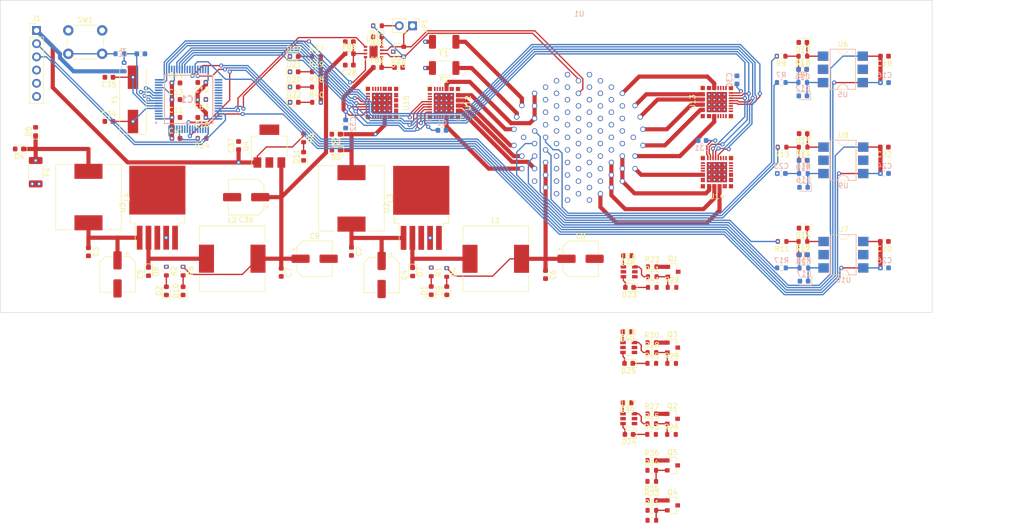
<source format=kicad_pcb>
(kicad_pcb (version 20171130) (host pcbnew "(5.1.12)-1")
  (layers (0 F.Cu signal) (1 In1.Cu signal) (2 In2.Cu signal) (31 B.Cu signal) (34 B.Paste user) (35 F.Paste user) (36 B.SilkS user) (37 F.SilkS user hide) (38 B.Mask user) (39 F.Mask user) (44 Edge.Cuts user))
  (net 0 "")
  (net 1 GND)
  (net 2 /CAN_L)
  (net 3 /CAN_H)
  (net 4 "/CAN transreciver/+5V_CAN_VDD")
  (net 5 +5V)
  (net 6 "/CAN transreciver/+3V3_VIO")
  (net 7 +3V3)
  (net 8 "Net-(IC1-Pad62)")
  (net 9 "Net-(IC1-Pad60)")
  (net 10 /N_SPARE)
  (net 11 /SAFETY)
  (net 12 /N_AMS)
  (net 13 "Net-(IC1-Pad55)")
  (net 14 "Net-(IC1-Pad54)")
  (net 15 "Net-(IC1-Pad53)")
  (net 16 "Net-(IC1-Pad52)")
  (net 17 "Net-(IC1-Pad51)")
  (net 18 "Net-(IC1-Pad50)")
  (net 19 /SWCLK)
  (net 20 /SWDIO)
  (net 21 /CAN_TX)
  (net 22 /CAN_RX)
  (net 23 "Net-(IC1-Pad43)")
  (net 24 "Net-(IC1-Pad42)")
  (net 25 "Net-(IC1-Pad41)")
  (net 26 "Net-(IC1-Pad40)")
  (net 27 "Net-(IC1-Pad39)")
  (net 28 "Net-(IC1-Pad38)")
  (net 29 "Net-(IC1-Pad37)")
  (net 30 "Net-(IC1-Pad36)")
  (net 31 "Net-(IC1-Pad35)")
  (net 32 "Net-(IC1-Pad34)")
  (net 33 "Net-(IC1-Pad33)")
  (net 34 "Net-(IC1-Pad30)")
  (net 35 /N_HVD)
  (net 36 /N_TD)
  (net 37 /N_TSMS)
  (net 38 "Net-(IC1-Pad25)")
  (net 39 "Net-(IC1-Pad24)")
  (net 40 /MOSI)
  (net 41 /MISO)
  (net 42 /SCK)
  (net 43 /SS_3)
  (net 44 /SS_2)
  (net 45 /SS_1)
  (net 46 /SS_0)
  (net 47 "Net-(IC1-Pad14)")
  (net 48 /N_RST)
  (net 49 "Net-(IC1-Pad4)")
  (net 50 "Net-(IC1-Pad3)")
  (net 51 "Net-(IC1-Pad2)")
  (net 52 "Net-(JP1-Pad2)")
  (net 53 /FAN_L)
  (net 54 /WS_RL)
  (net 55 /WS_RR)
  (net 56 /WS_FL)
  (net 57 /WS_FR)
  (net 58 /DASHBOARD)
  (net 59 /BUZZER_IN)
  (net 60 /LED_2_IN)
  (net 61 /LED_1_IN)
  (net 62 /PUMP)
  (net 63 "Net-(U1-Pad16)")
  (net 64 "Net-(U1-Pad17)")
  (net 65 "Net-(U1-Pad18)")
  (net 66 "Net-(U1-Pad19)")
  (net 67 "Net-(U1-Pad20)")
  (net 68 "Net-(U1-Pad21)")
  (net 69 "Net-(U1-Pad25)")
  (net 70 "Net-(U1-Pad26)")
  (net 71 "Net-(U1-Pad27)")
  (net 72 +24V)
  (net 73 "Net-(U1-Pad31)")
  (net 74 "Net-(U1-Pad35)")
  (net 75 "Net-(U1-Pad36)")
  (net 76 "Net-(U1-Pad37)")
  (net 77 "Net-(U1-Pad42)")
  (net 78 "Net-(U1-Pad43)")
  (net 79 "Net-(U1-Pad44)")
  (net 80 "Net-(U1-Pad45)")
  (net 81 "Net-(U1-Pad48)")
  (net 82 "Net-(U1-Pad53)")
  (net 83 "Net-(U1-Pad54)")
  (net 84 "Net-(U1-Pad55)")
  (net 85 "Net-(U1-Pad56)")
  (net 86 "Net-(U1-Pad57)")
  (net 87 "Net-(U1-Pad58)")
  (net 88 "Net-(U1-Pad59)")
  (net 89 "Net-(U1-Pad64)")
  (net 90 "Net-(U1-Pad65)")
  (net 91 "Net-(U1-Pad66)")
  (net 92 "Net-(U1-Pad67)")
  (net 93 "Net-(U1-Pad68)")
  (net 94 "Net-(U1-Pad69)")
  (net 95 "Net-(U1-Pad70)")
  (net 96 "Net-(U1-Pad74)")
  (net 97 "Net-(U1-Pad75)")
  (net 98 "Net-(U1-Pad76)")
  (net 99 /INVERTER)
  (net 100 "Net-(U1-Pad80)")
  (net 101 /INTEL_NUC)
  (net 102 /WHEEL)
  (net 103 /BOXF_MB)
  (net 104 /APPS)
  (net 105 /BOX_DV)
  (net 106 /TSAL_HV)
  (net 107 "Net-(D7-Pad1)")
  (net 108 "Net-(D8-Pad1)")
  (net 109 "Net-(U5-Pad3)")
  (net 110 "Net-(D12-Pad1)")
  (net 111 "Net-(U6-Pad3)")
  (net 112 "Net-(D13-Pad1)")
  (net 113 "Net-(U7-Pad3)")
  (net 114 "Net-(D14-Pad1)")
  (net 115 "Net-(U8-Pad3)")
  (net 116 "Net-(D15-Pad1)")
  (net 117 "Net-(U9-Pad3)")
  (net 118 "Net-(D16-Pad1)")
  (net 119 "Net-(U10-Pad3)")
  (net 120 "Net-(D17-Pad1)")
  (net 121 "/CAN transreciver/SHDN")
  (net 122 "Net-(U12-Pad11)")
  (net 123 "Net-(U12-Pad10)")
  (net 124 "Net-(U12-Pad9)")
  (net 125 "Net-(U13-Pad11)")
  (net 126 "Net-(U13-Pad10)")
  (net 127 "Net-(U13-Pad9)")
  (net 128 /FAN_R)
  (net 129 "Net-(U14-Pad11)")
  (net 130 "Net-(U14-Pad10)")
  (net 131 "Net-(U14-Pad9)")
  (net 132 "/Fuse 3/VOUT_3")
  (net 133 "/Fuse 3/VOUT_4")
  (net 134 "Net-(U15-Pad11)")
  (net 135 "Net-(U15-Pad10)")
  (net 136 "Net-(U15-Pad9)")
  (net 137 "Net-(C15-Pad1)")
  (net 138 "Net-(C17-Pad1)")
  (net 139 "Net-(C19-Pad1)")
  (net 140 "Net-(C21-Pad1)")
  (net 141 "Net-(C23-Pad1)")
  (net 142 "Net-(C25-Pad1)")
  (net 143 /STM_CLK_IN)
  (net 144 /STM_CKL_OUT)
  (net 145 "Net-(D1-Pad2)")
  (net 146 "Net-(D2-Pad2)")
  (net 147 "Net-(D9-Pad2)")
  (net 148 "Net-(D10-Pad2)")
  (net 149 "Net-(D11-Pad2)")
  (net 150 "Net-(D19-Pad2)")
  (net 151 /STM_OK)
  (net 152 "Net-(D20-Pad2)")
  (net 153 /STM_FATAL_ERROR)
  (net 154 "Net-(D21-Pad2)")
  (net 155 /STM_SOFT_ERROR)
  (net 156 "Net-(D22-Pad2)")
  (net 157 /STM_???)
  (net 158 /BUZZER_CONTROL)
  (net 159 "Net-(D23-Pad1)")
  (net 160 /LED_2_CONTROL)
  (net 161 "Net-(D24-Pad1)")
  (net 162 /LED_1_CONTROL)
  (net 163 "Net-(D25-Pad1)")
  (net 164 /TSMS)
  (net 165 /HVD)
  (net 166 /AMS)
  (net 167 /TD)
  (net 168 /SPARE)
  (net 169 "Net-(R20-Pad1)")
  (net 170 "Net-(Q1-Pad1)")
  (net 171 /BREAK_LIGHT_IN)
  (net 172 "Net-(Q1-Pad2)")
  (net 173 /BREAK_LIGHT_GATE)
  (net 174 "Net-(Q2-Pad1)")
  (net 175 /RTDS_IN)
  (net 176 "Net-(Q2-Pad2)")
  (net 177 /RTDS_GATE)
  (net 178 "Net-(Q3-Pad1)")
  (net 179 "Net-(Q3-Pad2)")
  (net 180 /LED_1_CRL_OUT)
  (net 181 "Net-(Q4-Pad1)")
  (net 182 "Net-(Q4-Pad2)")
  (net 183 /LED_2_CRL_OUT)
  (net 184 "Net-(Q5-Pad1)")
  (net 185 "Net-(Q5-Pad2)")
  (net 186 /BUZZER_CRL_OUT)
  (net 187 /JETSON_???)
  (net 188 "Net-(U1-Pad32)")
  (net 189 /TSAL_LOGIC)
  (net 190 "/Fuse 3/VOUT_1")
  (net 191 "/Fuse 3/VOUT_2")
  (net 192 /EN_MOSFET)
  (net 193 "Net-(C2-Pad1)")
  (net 194 "Net-(C3-Pad1)")
  (net 195 /3.3V_STM_POWER)
  (net 196 /CONVERT_5V)
  (net 197 /V_BSPD)
  (net 198 /V_EBS)
  (net 199 "Net-(J1-Pad6)")
  (net 200 "Net-(U1-Pad33)")
  (net 201 "/Fuse 2/VOUT_1")
  (net 202 "Net-(U1-Pad77)")
  (net 203 "Net-(U1-Pad78)")
  (net 204 "Net-(U1-Pad79)")
  (net 205 "/Fuse 2/VOUT_0")
  (net 206 /V_PUMP)
  (net 207 "Net-(U1-Pad93)")
  (net 208 "/Fuse 3/VOUT_0")
  (net 209 "Net-(U1-Pad97)")
  (module Package_TO_SOT_SMD:SOT-23-6 (layer F.Cu) (at 191.72 150.43)
    (fp_text reference U17 (at 0 -2.9) (layer F.SilkS))
    (fp_text value MCP14A0052T)
    (pad 5 smd rect (at 1.1 0) (size 1.06 0.65) (layers F.Cu F.Paste F.Mask) (net 1 GND))
    (pad 6 smd rect (at 1.1 -0.95) (size 1.06 0.65) (layers F.Cu F.Paste F.Mask) (net 183 /LED_2_CRL_OUT))
    (pad 4 smd rect (at 1.1 0.95) (size 1.06 0.65) (layers F.Cu F.Paste F.Mask) (net 192 /EN_MOSFET))
    (pad 3 smd rect (at -1.1 0.95) (size 1.06 0.65) (layers F.Cu F.Paste F.Mask) (net 160 /LED_2_CONTROL))
    (pad 2 smd rect (at -1.1 0) (size 1.06 0.65) (layers F.Cu F.Paste F.Mask) (net 1 GND))
    (pad 1 smd rect (at -1.1 -0.95) (size 1.06 0.65) (layers F.Cu F.Paste F.Mask) (net 5 +5V))
  )
  (module Resistor_SMD:R_0603_1608Metric (layer F.Cu) (at 196.145 139.8)
    (fp_text reference R45 (at 0 -1.43) (layer F.SilkS))
    (fp_text value 1k)
    (pad 2 smd roundrect (at 0.825 0) (size 0.8 0.95) (layers F.Cu F.Paste F.Mask) (net 1 GND))
    (pad 1 smd roundrect (at -0.825 0) (size 0.8 0.95) (layers F.Cu F.Paste F.Mask) (net 163 "Net-(D25-Pad1)"))
  )
  (module Resistor_SMD:R_0603_1608Metric (layer F.Cu) (at 196.095 153.46)
    (fp_text reference R43 (at 0 -1.43) (layer F.SilkS))
    (fp_text value 1k)
    (pad 2 smd roundrect (at 0.825 0) (size 0.8 0.95) (layers F.Cu F.Paste F.Mask) (net 1 GND))
    (pad 1 smd roundrect (at -0.825 0) (size 0.8 0.95) (layers F.Cu F.Paste F.Mask) (net 161 "Net-(D24-Pad1)"))
  )
  (module Resistor_SMD:R_0603_1608Metric (layer F.Cu) (at 196.245 125.19)
    (fp_text reference R41 (at 0 -1.43) (layer F.SilkS))
    (fp_text value 1k)
    (pad 2 smd roundrect (at 0.825 0) (size 0.8 0.95) (layers F.Cu F.Paste F.Mask) (net 1 GND))
    (pad 1 smd roundrect (at -0.825 0) (size 0.8 0.95) (layers F.Cu F.Paste F.Mask) (net 159 "Net-(D23-Pad1)"))
  )
  (module Resistor_SMD:R_0603_1608Metric (layer F.Cu) (at 109.745 96.53 180)
    (fp_text reference R24 (at 0 -1.43) (layer F.SilkS))
    (fp_text value 100k)
    (pad 2 smd roundrect (at 0.825 0 180) (size 0.8 0.95) (layers F.Cu F.Paste F.Mask) (net 9 "Net-(IC1-Pad60)"))
    (pad 1 smd roundrect (at -0.825 0 180) (size 0.8 0.95) (layers F.Cu F.Paste F.Mask) (net 1 GND))
  )
  (module Diode_SMD:D_0603_1608Metric (layer F.Cu) (at 191.6925 139.8 180)
    (fp_text reference D25 (at 0 -1.43) (layer F.SilkS))
    (fp_text value LED_GREEN)
    (pad 2 smd roundrect (at 0.7875 0 180) (size 0.875 0.95) (layers F.Cu F.Paste F.Mask) (net 162 /LED_1_CONTROL))
    (pad 1 smd roundrect (at -0.7875 0 180) (size 0.875 0.95) (layers F.Cu F.Paste F.Mask) (net 163 "Net-(D25-Pad1)"))
  )
  (module Diode_SMD:D_0603_1608Metric (layer F.Cu) (at 191.7625 153.46 180)
    (fp_text reference D24 (at 0 -1.43) (layer F.SilkS))
    (fp_text value LED_GREEN)
    (pad 2 smd roundrect (at 0.7875 0 180) (size 0.875 0.95) (layers F.Cu F.Paste F.Mask) (net 160 /LED_2_CONTROL))
    (pad 1 smd roundrect (at -0.7875 0 180) (size 0.875 0.95) (layers F.Cu F.Paste F.Mask) (net 161 "Net-(D24-Pad1)"))
  )
  (module Diode_SMD:D_0603_1608Metric (layer F.Cu) (at 191.8525 125.19 180)
    (fp_text reference D23 (at 0 -1.43) (layer F.SilkS))
    (fp_text value LED_GREEN)
    (pad 2 smd roundrect (at 0.7875 0 180) (size 0.875 0.95) (layers F.Cu F.Paste F.Mask) (net 158 /BUZZER_CONTROL))
    (pad 1 smd roundrect (at -0.7875 0 180) (size 0.875 0.95) (layers F.Cu F.Paste F.Mask) (net 159 "Net-(D23-Pad1)"))
  )
  (module Resistor_SMD:R_0603_1608Metric (layer F.Cu) (at 196.235 123.14)
    (fp_text reference R21 (at 0 -1.43) (layer F.SilkS))
    (fp_text value 100)
    (pad 2 smd roundrect (at 0.825 0) (size 0.8 0.95) (layers F.Cu F.Paste F.Mask) (net 172 "Net-(Q1-Pad2)"))
    (pad 1 smd roundrect (at -0.825 0) (size 0.8 0.95) (layers F.Cu F.Paste F.Mask) (net 186 /BUZZER_CRL_OUT))
  )
  (module Capacitor_SMD:C_0603_1608Metric (layer F.Cu) (at 104.73 96.53)
    (fp_text reference C41 (at 0 -1.43) (layer F.SilkS))
    (fp_text value 100nF)
    (pad 2 smd roundrect (at 0.775 0) (size 0.9 0.95) (layers F.Cu F.Paste F.Mask) (net 1 GND))
    (pad 1 smd roundrect (at -0.775 0) (size 0.9 0.95) (layers F.Cu F.Paste F.Mask) (net 195 /3.3V_STM_POWER))
  )
  (module Capacitor_SMD:CP_Elec_6.3x7.7 (layer F.Cu) (at 118.22 107.84 180)
    (fp_text reference C36 (at 0 -4.35) (layer F.SilkS))
    (fp_text value 10pF)
    (pad 2 smd roundrect (at 2.7 0 180) (size 3.5 1.6) (layers F.Cu F.Paste F.Mask) (roundrect_rratio 0.15625) (net 1 GND))
    (pad 1 smd roundrect (at -2.7 0 180) (size 3.5 1.6) (layers F.Cu F.Paste F.Mask) (roundrect_rratio 0.15625) (net 5 +5V))
  )
  (module Capacitor_SMD:CP_Elec_6.3x7.7 (layer F.Cu) (at 131.36 119.68)
    (fp_text reference C9 (at 0 -4.35) (layer F.SilkS))
    (fp_text value 10pF)
    (pad 2 smd roundrect (at 2.7 0) (size 3.5 1.6) (layers F.Cu F.Paste F.Mask) (roundrect_rratio 0.15625) (net 1 GND))
    (pad 1 smd roundrect (at -2.7 0) (size 3.5 1.6) (layers F.Cu F.Paste F.Mask) (roundrect_rratio 0.15625) (net 5 +5V))
  )
  (module Capacitor_SMD:CP_Elec_6.3x7.7 (layer F.Cu) (at 182.46 119.69)
    (fp_text reference C8 (at 0 -4.35) (layer F.SilkS))
    (fp_text value 10pF)
    (pad 2 smd roundrect (at 2.7 0) (size 3.5 1.6) (layers F.Cu F.Paste F.Mask) (roundrect_rratio 0.15625) (net 1 GND))
    (pad 1 smd roundrect (at -2.7 0) (size 3.5 1.6) (layers F.Cu F.Paste F.Mask) (roundrect_rratio 0.15625) (net 206 /V_PUMP))
  )
  (module Capacitor_SMD:CP_Elec_6.3x7.7 (layer F.Cu) (at 93.5 122.69 270)
    (fp_text reference C5 (at 0 -4.35 90) (layer F.SilkS))
    (fp_text value 10pF)
    (pad 2 smd roundrect (at 2.7 0 270) (size 3.5 1.6) (layers F.Cu F.Paste F.Mask) (roundrect_rratio 0.15625) (net 1 GND))
    (pad 1 smd roundrect (at -2.7 0 270) (size 3.5 1.6) (layers F.Cu F.Paste F.Mask) (roundrect_rratio 0.15625) (net 194 "Net-(C3-Pad1)"))
  )
  (module Capacitor_SMD:CP_Elec_6.3x7.7 (layer F.Cu) (at 144.24 122.8 270)
    (fp_text reference C4 (at 0 -4.35 90) (layer F.SilkS))
    (fp_text value 10pF)
    (pad 2 smd roundrect (at 2.7 0 270) (size 3.5 1.6) (layers F.Cu F.Paste F.Mask) (roundrect_rratio 0.15625) (net 1 GND))
    (pad 1 smd roundrect (at -2.7 0 270) (size 3.5 1.6) (layers F.Cu F.Paste F.Mask) (roundrect_rratio 0.15625) (net 193 "Net-(C2-Pad1)"))
  )
  (module VN9D30Q100F:QFN-32_EP_6x6_Pitch0.5mm (layer F.Cu) (at 208.656 103.034 180)
    (fp_text reference U14 (at 0 -4.65) (layer F.SilkS))
    (fp_text value "SMART FUSE")
    (pad "" smd custom (at -2.7 -2.7) (size 0.8 0.8) (layers F.Cu F.Paste F.Mask) (options (clearance outline) (anchor rect)) (primitives))
    (pad "" smd custom (at -2.7 2.7 90) (size 0.8 0.8) (layers F.Cu F.Paste F.Mask) (options (clearance outline) (anchor rect)) (primitives))
    (pad "" smd custom (at 2.7 2.7 270) (size 0.8 0.8) (layers F.Cu F.Paste F.Mask) (options (clearance outline) (anchor rect)) (primitives))
    (pad "" smd custom (at 2.7 -2.7 270) (size 0.8 0.8) (layers F.Cu F.Paste F.Mask) (options (clearance outline) (anchor rect)) (primitives))
    (pad 25 smd rect (at 1.5 -2.7) (size 0.2 0.8) (layers F.Cu F.Paste F.Mask) (net 187 /JETSON_???))
    (pad 27 smd rect (at 0.5 -2.7) (size 0.2 0.8) (layers F.Cu F.Paste F.Mask) (net 101 /INTEL_NUC))
    (pad 30 smd rect (at -0.5 -2.7) (size 0.2 0.8) (layers F.Cu F.Paste F.Mask) (net 102 /WHEEL))
    (pad 32 smd rect (at -1.5 -2.7 180) (size 0.2 0.8) (layers F.Cu F.Paste F.Mask) (net 201 "/Fuse 2/VOUT_1"))
    (pad 1 smd rect (at -2.7 -1.5 270) (size 0.2 0.8) (layers F.Cu F.Paste F.Mask))
    (pad 3 smd rect (at -2.7 -0.5 270) (size 0.2 0.8) (layers F.Cu F.Paste F.Mask) (net 205 "/Fuse 2/VOUT_0"))
    (pad 22 smd rect (at 2.7 -0.5 270) (size 0.2 0.8) (layers F.Cu F.Paste F.Mask) (net 57 /WS_FR))
    (pad 24 smd rect (at 2.7 -1.5 270) (size 0.2 0.8) (layers F.Cu F.Paste F.Mask))
    (pad 1 smd rect (at -2.7 -1.75 270) (size 0.3 0.8) (layers F.Cu F.Paste F.Mask))
    (pad 2 smd rect (at -2.7 -1.25 270) (size 0.3 0.8) (layers F.Cu F.Paste F.Mask))
    (pad 3 smd rect (at -2.7 -0.75 270) (size 0.3 0.8) (layers F.Cu F.Paste F.Mask) (net 205 "/Fuse 2/VOUT_0"))
    (pad 4 smd rect (at -2.7 -0.25 270) (size 0.3 0.8) (layers F.Cu F.Paste F.Mask) (net 205 "/Fuse 2/VOUT_0"))
    (pad 5 smd rect (at -2.7 0.25 270) (size 0.3 0.8) (layers F.Cu F.Paste F.Mask))
    (pad 6 smd rect (at -2.7 0.75 270) (size 0.3 0.8) (layers F.Cu F.Paste F.Mask))
    (pad 7 smd rect (at -2.7 1.25 270) (size 0.3 0.8) (layers F.Cu F.Paste F.Mask))
    (pad 8 smd rect (at -2.7 1.75 270) (size 0.3 0.8) (layers F.Cu F.Paste F.Mask))
    (pad 9 smd rect (at -1.75 2.7 180) (size 0.3 0.8) (layers F.Cu F.Paste F.Mask) (net 131 "Net-(U14-Pad9)"))
    (pad 10 smd rect (at -1.25 2.7 180) (size 0.3 0.8) (layers F.Cu F.Paste F.Mask) (net 130 "Net-(U14-Pad10)"))
    (pad 11 smd rect (at -0.75 2.7 180) (size 0.3 0.8) (layers F.Cu F.Paste F.Mask) (net 129 "Net-(U14-Pad11)"))
    (pad 12 smd rect (at -0.25 2.7 180) (size 0.3 0.8) (layers F.Cu F.Paste F.Mask) (net 44 /SS_2))
    (pad 13 smd rect (at 0.25 2.7 180) (size 0.3 0.8) (layers F.Cu F.Paste F.Mask) (net 42 /SCK))
    (pad 14 smd rect (at 0.75 2.7 180) (size 0.3 0.8) (layers F.Cu F.Paste F.Mask) (net 40 /MOSI))
    (pad 15 smd rect (at 1.25 2.7 180) (size 0.3 0.8) (layers F.Cu F.Paste F.Mask) (net 41 /MISO))
    (pad 16 smd rect (at 1.75 2.7 180) (size 0.3 0.8) (layers F.Cu F.Paste F.Mask) (net 7 +3V3))
    (pad 17 smd rect (at 2.7 1.75 270) (size 0.3 0.8) (layers F.Cu F.Paste F.Mask) (net 1 GND))
    (pad 18 smd rect (at 2.7 1.25 270) (size 0.3 0.8) (layers F.Cu F.Paste F.Mask))
    (pad 19 smd rect (at 2.7 0.75 270) (size 0.3 0.8) (layers F.Cu F.Paste F.Mask))
    (pad 20 smd rect (at 2.7 0.25 270) (size 0.3 0.8) (layers F.Cu F.Paste F.Mask))
    (pad 21 smd rect (at 2.7 -0.25 270) (size 0.3 0.8) (layers F.Cu F.Paste F.Mask) (net 57 /WS_FR))
    (pad 22 smd rect (at 2.7 -0.75 270) (size 0.3 0.8) (layers F.Cu F.Paste F.Mask) (net 57 /WS_FR))
    (pad 23 smd rect (at 2.7 -1.25 270) (size 0.3 0.8) (layers F.Cu F.Paste F.Mask))
    (pad 24 smd rect (at 2.7 -1.75 270) (size 0.3 0.8) (layers F.Cu F.Paste F.Mask))
    (pad 25 smd rect (at 1.75 -2.7 180) (size 0.3 0.8) (layers F.Cu F.Paste F.Mask) (net 187 /JETSON_???))
    (pad 26 smd rect (at 1.25 -2.7 180) (size 0.3 0.8) (layers F.Cu F.Paste F.Mask) (net 187 /JETSON_???))
    (pad 27 smd rect (at 0.75 -2.7 180) (size 0.3 0.8) (layers F.Cu F.Paste F.Mask) (net 101 /INTEL_NUC))
    (pad 28 smd rect (at 0.25 -2.7 180) (size 0.3 0.8) (layers F.Cu F.Paste F.Mask) (net 101 /INTEL_NUC))
    (pad 29 smd rect (at -0.25 -2.7 180) (size 0.3 0.8) (layers F.Cu F.Paste F.Mask) (net 102 /WHEEL))
    (pad 30 smd rect (at -0.75 -2.7 180) (size 0.3 0.8) (layers F.Cu F.Paste F.Mask) (net 102 /WHEEL))
    (pad 31 smd rect (at -1.25 -2.7 180) (size 0.3 0.8) (layers F.Cu F.Paste F.Mask) (net 201 "/Fuse 2/VOUT_1"))
    (pad 32 smd rect (at -1.75 -2.7 180) (size 0.3 0.8) (layers F.Cu F.Paste F.Mask) (net 201 "/Fuse 2/VOUT_1"))
    (pad 33 smd rect (at -1.4625 -1.4625 180) (size 0.975 0.975) (layers F.Cu F.Paste F.Mask) (net 72 +24V))
    (pad 33 smd rect (at -1.4625 -0.4875 180) (size 0.975 0.975) (layers F.Cu F.Paste F.Mask) (net 72 +24V))
    (pad 33 smd rect (at -1.4625 0.4875 180) (size 0.975 0.975) (layers F.Cu F.Paste F.Mask) (net 72 +24V))
    (pad 33 smd rect (at -1.4625 1.4625 180) (size 0.975 0.975) (layers F.Cu F.Paste F.Mask) (net 72 +24V))
    (pad 33 smd rect (at -0.4875 -1.4625 180) (size 0.975 0.975) (layers F.Cu F.Paste F.Mask) (net 72 +24V))
    (pad 33 smd rect (at -0.4875 -0.4875 180) (size 0.975 0.975) (layers F.Cu F.Paste F.Mask) (net 72 +24V))
    (pad 33 smd rect (at -0.4875 0.4875 180) (size 0.975 0.975) (layers F.Cu F.Paste F.Mask) (net 72 +24V))
    (pad 33 smd rect (at -0.4875 1.4625 180) (size 0.975 0.975) (layers F.Cu F.Paste F.Mask) (net 72 +24V))
    (pad 33 smd rect (at 0.4875 -1.4625 180) (size 0.975 0.975) (layers F.Cu F.Paste F.Mask) (net 72 +24V))
    (pad 33 smd rect (at 0.4875 -0.4875 180) (size 0.975 0.975) (layers F.Cu F.Paste F.Mask) (net 72 +24V))
    (pad 33 smd rect (at 0.4875 0.4875 180) (size 0.975 0.975) (layers F.Cu F.Paste F.Mask) (net 72 +24V))
    (pad 33 smd rect (at 0.4875 1.4625 180) (size 0.975 0.975) (layers F.Cu F.Paste F.Mask) (net 72 +24V))
    (pad 33 smd rect (at 1.4625 -1.4625 180) (size 0.975 0.975) (layers F.Cu F.Paste F.Mask) (net 72 +24V))
    (pad 33 smd rect (at 1.4625 -0.4875 180) (size 0.975 0.975) (layers F.Cu F.Paste F.Mask) (net 72 +24V))
    (pad 33 smd rect (at 1.4625 0.4875 180) (size 0.975 0.975) (layers F.Cu F.Paste F.Mask) (net 72 +24V))
    (pad 33 smd rect (at 1.4625 1.4625 180) (size 0.975 0.975) (layers F.Cu F.Paste F.Mask) (net 72 +24V))
    (pad 33 thru_hole circle (at -1.4625 -1.4625 180) (size 0.4875 0.4875) (drill 0.24375) (layers *.Cu *.Mask) (net 72 +24V))
    (pad 33 thru_hole circle (at -1.4625 -0.4875 180) (size 0.4875 0.4875) (drill 0.24375) (layers *.Cu *.Mask) (net 72 +24V))
    (pad 33 thru_hole circle (at -1.4625 0.4875 180) (size 0.4875 0.4875) (drill 0.24375) (layers *.Cu *.Mask) (net 72 +24V))
    (pad 33 thru_hole circle (at -1.4625 1.4625 180) (size 0.4875 0.4875) (drill 0.24375) (layers *.Cu *.Mask) (net 72 +24V))
    (pad 33 thru_hole circle (at -0.4875 -1.4625 180) (size 0.4875 0.4875) (drill 0.24375) (layers *.Cu *.Mask) (net 72 +24V))
    (pad 33 thru_hole circle (at -0.4875 -0.4875 180) (size 0.4875 0.4875) (drill 0.24375) (layers *.Cu *.Mask) (net 72 +24V))
    (pad 33 thru_hole circle (at -0.4875 0.4875 180) (size 0.4875 0.4875) (drill 0.24375) (layers *.Cu *.Mask) (net 72 +24V))
    (pad 33 thru_hole circle (at -0.4875 1.4625 180) (size 0.4875 0.4875) (drill 0.24375) (layers *.Cu *.Mask) (net 72 +24V))
    (pad 33 thru_hole circle (at 0.4875 -1.4625 180) (size 0.4875 0.4875) (drill 0.24375) (layers *.Cu *.Mask) (net 72 +24V))
    (pad 33 thru_hole circle (at 0.4875 -0.4875 180) (size 0.4875 0.4875) (drill 0.24375) (layers *.Cu *.Mask) (net 72 +24V))
    (pad 33 thru_hole circle (at 0.4875 0.4875 180) (size 0.4875 0.4875) (drill 0.24375) (layers *.Cu *.Mask) (net 72 +24V))
    (pad 33 thru_hole circle (at 0.4875 1.4625 180) (size 0.4875 0.4875) (drill 0.24375) (layers *.Cu *.Mask) (net 72 +24V))
    (pad 33 thru_hole circle (at 1.4625 -1.4625 180) (size 0.4875 0.4875) (drill 0.24375) (layers *.Cu *.Mask) (net 72 +24V))
    (pad 33 thru_hole circle (at 1.4625 -0.4875 180) (size 0.4875 0.4875) (drill 0.24375) (layers *.Cu *.Mask) (net 72 +24V))
    (pad 33 thru_hole circle (at 1.4625 0.4875 180) (size 0.4875 0.4875) (drill 0.24375) (layers *.Cu *.Mask) (net 72 +24V))
    (pad 33 thru_hole circle (at 1.4625 1.4625 180) (size 0.4875 0.4875) (drill 0.24375) (layers *.Cu *.Mask) (net 72 +24V))
  )
  (module VN9D30Q100F:QFN-32_EP_6x6_Pitch0.5mm (layer F.Cu) (at 208.636 89.554 90)
    (fp_text reference U13 (at 0 -4.65 90) (layer F.SilkS))
    (fp_text value "SMART FUSE")
    (pad "" smd custom (at -2.7 -2.7 270) (size 0.8 0.8) (layers F.Cu F.Paste F.Mask) (options (clearance outline) (anchor rect)) (primitives))
    (pad "" smd custom (at -2.7 2.7) (size 0.8 0.8) (layers F.Cu F.Paste F.Mask) (options (clearance outline) (anchor rect)) (primitives))
    (pad "" smd custom (at 2.7 2.7 180) (size 0.8 0.8) (layers F.Cu F.Paste F.Mask) (options (clearance outline) (anchor rect)) (primitives))
    (pad "" smd custom (at 2.7 -2.7 180) (size 0.8 0.8) (layers F.Cu F.Paste F.Mask) (options (clearance outline) (anchor rect)) (primitives))
    (pad 25 smd rect (at 1.5 -2.7 270) (size 0.2 0.8) (layers F.Cu F.Paste F.Mask) (net 128 /FAN_R))
    (pad 27 smd rect (at 0.5 -2.7 270) (size 0.2 0.8) (layers F.Cu F.Paste F.Mask) (net 53 /FAN_L))
    (pad 30 smd rect (at -0.5 -2.7 270) (size 0.2 0.8) (layers F.Cu F.Paste F.Mask) (net 54 /WS_RL))
    (pad 32 smd rect (at -1.5 -2.7 90) (size 0.2 0.8) (layers F.Cu F.Paste F.Mask) (net 55 /WS_RR))
    (pad 1 smd rect (at -2.7 -1.5 180) (size 0.2 0.8) (layers F.Cu F.Paste F.Mask))
    (pad 3 smd rect (at -2.7 -0.5 180) (size 0.2 0.8) (layers F.Cu F.Paste F.Mask) (net 56 /WS_FL))
    (pad 22 smd rect (at 2.7 -0.5 180) (size 0.2 0.8) (layers F.Cu F.Paste F.Mask) (net 58 /DASHBOARD))
    (pad 24 smd rect (at 2.7 -1.5 180) (size 0.2 0.8) (layers F.Cu F.Paste F.Mask))
    (pad 1 smd rect (at -2.7 -1.75 180) (size 0.3 0.8) (layers F.Cu F.Paste F.Mask))
    (pad 2 smd rect (at -2.7 -1.25 180) (size 0.3 0.8) (layers F.Cu F.Paste F.Mask))
    (pad 3 smd rect (at -2.7 -0.75 180) (size 0.3 0.8) (layers F.Cu F.Paste F.Mask) (net 56 /WS_FL))
    (pad 4 smd rect (at -2.7 -0.25 180) (size 0.3 0.8) (layers F.Cu F.Paste F.Mask) (net 56 /WS_FL))
    (pad 5 smd rect (at -2.7 0.25 180) (size 0.3 0.8) (layers F.Cu F.Paste F.Mask))
    (pad 6 smd rect (at -2.7 0.75 180) (size 0.3 0.8) (layers F.Cu F.Paste F.Mask))
    (pad 7 smd rect (at -2.7 1.25 180) (size 0.3 0.8) (layers F.Cu F.Paste F.Mask))
    (pad 8 smd rect (at -2.7 1.75 180) (size 0.3 0.8) (layers F.Cu F.Paste F.Mask))
    (pad 9 smd rect (at -1.75 2.7 90) (size 0.3 0.8) (layers F.Cu F.Paste F.Mask) (net 127 "Net-(U13-Pad9)"))
    (pad 10 smd rect (at -1.25 2.7 90) (size 0.3 0.8) (layers F.Cu F.Paste F.Mask) (net 126 "Net-(U13-Pad10)"))
    (pad 11 smd rect (at -0.75 2.7 90) (size 0.3 0.8) (layers F.Cu F.Paste F.Mask) (net 125 "Net-(U13-Pad11)"))
    (pad 12 smd rect (at -0.25 2.7 90) (size 0.3 0.8) (layers F.Cu F.Paste F.Mask) (net 45 /SS_1))
    (pad 13 smd rect (at 0.25 2.7 90) (size 0.3 0.8) (layers F.Cu F.Paste F.Mask) (net 42 /SCK))
    (pad 14 smd rect (at 0.75 2.7 90) (size 0.3 0.8) (layers F.Cu F.Paste F.Mask) (net 40 /MOSI))
    (pad 15 smd rect (at 1.25 2.7 90) (size 0.3 0.8) (layers F.Cu F.Paste F.Mask) (net 41 /MISO))
    (pad 16 smd rect (at 1.75 2.7 90) (size 0.3 0.8) (layers F.Cu F.Paste F.Mask) (net 7 +3V3))
    (pad 17 smd rect (at 2.7 1.75 180) (size 0.3 0.8) (layers F.Cu F.Paste F.Mask) (net 1 GND))
    (pad 18 smd rect (at 2.7 1.25 180) (size 0.3 0.8) (layers F.Cu F.Paste F.Mask))
    (pad 19 smd rect (at 2.7 0.75 180) (size 0.3 0.8) (layers F.Cu F.Paste F.Mask))
    (pad 20 smd rect (at 2.7 0.25 180) (size 0.3 0.8) (layers F.Cu F.Paste F.Mask))
    (pad 21 smd rect (at 2.7 -0.25 180) (size 0.3 0.8) (layers F.Cu F.Paste F.Mask) (net 58 /DASHBOARD))
    (pad 22 smd rect (at 2.7 -0.75 180) (size 0.3 0.8) (layers F.Cu F.Paste F.Mask) (net 58 /DASHBOARD))
    (pad 23 smd rect (at 2.7 -1.25 180) (size 0.3 0.8) (layers F.Cu F.Paste F.Mask))
    (pad 24 smd rect (at 2.7 -1.75 180) (size 0.3 0.8) (layers F.Cu F.Paste F.Mask))
    (pad 25 smd rect (at 1.75 -2.7 90) (size 0.3 0.8) (layers F.Cu F.Paste F.Mask) (net 128 /FAN_R))
    (pad 26 smd rect (at 1.25 -2.7 90) (size 0.3 0.8) (layers F.Cu F.Paste F.Mask) (net 128 /FAN_R))
    (pad 27 smd rect (at 0.75 -2.7 90) (size 0.3 0.8) (layers F.Cu F.Paste F.Mask) (net 53 /FAN_L))
    (pad 28 smd rect (at 0.25 -2.7 90) (size 0.3 0.8) (layers F.Cu F.Paste F.Mask) (net 53 /FAN_L))
    (pad 29 smd rect (at -0.25 -2.7 90) (size 0.3 0.8) (layers F.Cu F.Paste F.Mask) (net 54 /WS_RL))
    (pad 30 smd rect (at -0.75 -2.7 90) (size 0.3 0.8) (layers F.Cu F.Paste F.Mask) (net 54 /WS_RL))
    (pad 31 smd rect (at -1.25 -2.7 90) (size 0.3 0.8) (layers F.Cu F.Paste F.Mask) (net 55 /WS_RR))
    (pad 32 smd rect (at -1.75 -2.7 90) (size 0.3 0.8) (layers F.Cu F.Paste F.Mask) (net 55 /WS_RR))
    (pad 33 smd rect (at -1.4625 -1.4625 90) (size 0.975 0.975) (layers F.Cu F.Paste F.Mask) (net 72 +24V))
    (pad 33 smd rect (at -1.4625 -0.4875 90) (size 0.975 0.975) (layers F.Cu F.Paste F.Mask) (net 72 +24V))
    (pad 33 smd rect (at -1.4625 0.4875 90) (size 0.975 0.975) (layers F.Cu F.Paste F.Mask) (net 72 +24V))
    (pad 33 smd rect (at -1.4625 1.4625 90) (size 0.975 0.975) (layers F.Cu F.Paste F.Mask) (net 72 +24V))
    (pad 33 smd rect (at -0.4875 -1.4625 90) (size 0.975 0.975) (layers F.Cu F.Paste F.Mask) (net 72 +24V))
    (pad 33 smd rect (at -0.4875 -0.4875 90) (size 0.975 0.975) (layers F.Cu F.Paste F.Mask) (net 72 +24V))
    (pad 33 smd rect (at -0.4875 0.4875 90) (size 0.975 0.975) (layers F.Cu F.Paste F.Mask) (net 72 +24V))
    (pad 33 smd rect (at -0.4875 1.4625 90) (size 0.975 0.975) (layers F.Cu F.Paste F.Mask) (net 72 +24V))
    (pad 33 smd rect (at 0.4875 -1.4625 90) (size 0.975 0.975) (layers F.Cu F.Paste F.Mask) (net 72 +24V))
    (pad 33 smd rect (at 0.4875 -0.4875 90) (size 0.975 0.975) (layers F.Cu F.Paste F.Mask) (net 72 +24V))
    (pad 33 smd rect (at 0.4875 0.4875 90) (size 0.975 0.975) (layers F.Cu F.Paste F.Mask) (net 72 +24V))
    (pad 33 smd rect (at 0.4875 1.4625 90) (size 0.975 0.975) (layers F.Cu F.Paste F.Mask) (net 72 +24V))
    (pad 33 smd rect (at 1.4625 -1.4625 90) (size 0.975 0.975) (layers F.Cu F.Paste F.Mask) (net 72 +24V))
    (pad 33 smd rect (at 1.4625 -0.4875 90) (size 0.975 0.975) (layers F.Cu F.Paste F.Mask) (net 72 +24V))
    (pad 33 smd rect (at 1.4625 0.4875 90) (size 0.975 0.975) (layers F.Cu F.Paste F.Mask) (net 72 +24V))
    (pad 33 smd rect (at 1.4625 1.4625 90) (size 0.975 0.975) (layers F.Cu F.Paste F.Mask) (net 72 +24V))
    (pad 33 thru_hole circle (at -1.4625 -1.4625 90) (size 0.4875 0.4875) (drill 0.24375) (layers *.Cu *.Mask) (net 72 +24V))
    (pad 33 thru_hole circle (at -1.4625 -0.4875 90) (size 0.4875 0.4875) (drill 0.24375) (layers *.Cu *.Mask) (net 72 +24V))
    (pad 33 thru_hole circle (at -1.4625 0.4875 90) (size 0.4875 0.4875) (drill 0.24375) (layers *.Cu *.Mask) (net 72 +24V))
    (pad 33 thru_hole circle (at -1.4625 1.4625 90) (size 0.4875 0.4875) (drill 0.24375) (layers *.Cu *.Mask) (net 72 +24V))
    (pad 33 thru_hole circle (at -0.4875 -1.4625 90) (size 0.4875 0.4875) (drill 0.24375) (layers *.Cu *.Mask) (net 72 +24V))
    (pad 33 thru_hole circle (at -0.4875 -0.4875 90) (size 0.4875 0.4875) (drill 0.24375) (layers *.Cu *.Mask) (net 72 +24V))
    (pad 33 thru_hole circle (at -0.4875 0.4875 90) (size 0.4875 0.4875) (drill 0.24375) (layers *.Cu *.Mask) (net 72 +24V))
    (pad 33 thru_hole circle (at -0.4875 1.4625 90) (size 0.4875 0.4875) (drill 0.24375) (layers *.Cu *.Mask) (net 72 +24V))
    (pad 33 thru_hole circle (at 0.4875 -1.4625 90) (size 0.4875 0.4875) (drill 0.24375) (layers *.Cu *.Mask) (net 72 +24V))
    (pad 33 thru_hole circle (at 0.4875 -0.4875 90) (size 0.4875 0.4875) (drill 0.24375) (layers *.Cu *.Mask) (net 72 +24V))
    (pad 33 thru_hole circle (at 0.4875 0.4875 90) (size 0.4875 0.4875) (drill 0.24375) (layers *.Cu *.Mask) (net 72 +24V))
    (pad 33 thru_hole circle (at 0.4875 1.4625 90) (size 0.4875 0.4875) (drill 0.24375) (layers *.Cu *.Mask) (net 72 +24V))
    (pad 33 thru_hole circle (at 1.4625 -1.4625 90) (size 0.4875 0.4875) (drill 0.24375) (layers *.Cu *.Mask) (net 72 +24V))
    (pad 33 thru_hole circle (at 1.4625 -0.4875 90) (size 0.4875 0.4875) (drill 0.24375) (layers *.Cu *.Mask) (net 72 +24V))
    (pad 33 thru_hole circle (at 1.4625 0.4875 90) (size 0.4875 0.4875) (drill 0.24375) (layers *.Cu *.Mask) (net 72 +24V))
    (pad 33 thru_hole circle (at 1.4625 1.4625 90) (size 0.4875 0.4875) (drill 0.24375) (layers *.Cu *.Mask) (net 72 +24V))
  )
  (module AS222-35PN-933C:AS222-35PN-933C-ver3-drill_0.72_size_1.02 (layer B.Cu) (at 182.056 96.334 180)
    (fp_text reference U1 (at -0.1218 23.737) (layer B.SilkS) (effects (justify mirror)))
    (fp_text value AS222-35PN-933)
    (pad 1 thru_hole circle (at -10.8712 6.1214 180) (size 1.02 1.02) (drill 0.72) (layers *.Cu *.Mask) (net 128 /FAN_R))
    (pad 2 thru_hole circle (at -11.8618 3.9116 180) (size 1.02 1.02) (drill 0.72) (layers *.Cu *.Mask) (net 53 /FAN_L))
    (pad 3 thru_hole circle (at -12.3952 1.5494 180) (size 1.02 1.02) (drill 0.72) (layers *.Cu *.Mask) (net 54 /WS_RL))
    (pad 4 thru_hole circle (at -10.541 0 180) (size 1.02 1.02) (drill 0.72) (layers *.Cu *.Mask) (net 171 /BREAK_LIGHT_IN))
    (pad 5 thru_hole circle (at -12.3952 -1.5494 180) (size 1.02 1.02) (drill 0.72) (layers *.Cu *.Mask) (net 55 /WS_RR))
    (pad 6 thru_hole circle (at -10.8712 -3.6068 180) (size 1.02 1.02) (drill 0.72) (layers *.Cu *.Mask) (net 56 /WS_FL))
    (pad 7 thru_hole circle (at -10.8712 -6.0198 180) (size 1.02 1.02) (drill 0.72) (layers *.Cu *.Mask) (net 57 /WS_FR))
    (pad 8 thru_hole circle (at -8.4328 8.4582 180) (size 1.02 1.02) (drill 0.72) (layers *.Cu *.Mask) (net 58 /DASHBOARD))
    (pad 9 thru_hole circle (at -8.4328 6.0452 180) (size 1.02 1.02) (drill 0.72) (layers *.Cu *.Mask) (net 59 /BUZZER_IN))
    (pad 10 thru_hole circle (at -8.4328 3.6322 180) (size 1.02 1.02) (drill 0.72) (layers *.Cu *.Mask) (net 60 /LED_2_IN))
    (pad 11 thru_hole circle (at -8.4328 1.2192 180) (size 1.02 1.02) (drill 0.72) (layers *.Cu *.Mask) (net 61 /LED_1_IN))
    (pad 12 thru_hole circle (at -8.4328 -1.1938 180) (size 1.02 1.02) (drill 0.72) (layers *.Cu *.Mask) (net 175 /RTDS_IN))
    (pad 13 thru_hole circle (at -8.4328 -3.6068 180) (size 1.02 1.02) (drill 0.72) (layers *.Cu *.Mask) (net 187 /JETSON_???))
    (pad 14 thru_hole circle (at -8.4328 -6.0198 180) (size 1.02 1.02) (drill 0.72) (layers *.Cu *.Mask) (net 187 /JETSON_???))
    (pad 15 thru_hole circle (at -8.4328 -8.4328 180) (size 1.02 1.02) (drill 0.72) (layers *.Cu *.Mask) (net 187 /JETSON_???))
    (pad 16 thru_hole circle (at -6.3246 9.652 180) (size 1.02 1.02) (drill 0.72) (layers *.Cu *.Mask) (net 63 "Net-(U1-Pad16)"))
    (pad 17 thru_hole circle (at -6.3246 7.239 180) (size 1.02 1.02) (drill 0.72) (layers *.Cu *.Mask) (net 64 "Net-(U1-Pad17)"))
    (pad 18 thru_hole circle (at -6.3246 4.826 180) (size 1.02 1.02) (drill 0.72) (layers *.Cu *.Mask) (net 65 "Net-(U1-Pad18)"))
    (pad 19 thru_hole circle (at -6.3246 2.413 180) (size 1.02 1.02) (drill 0.72) (layers *.Cu *.Mask) (net 66 "Net-(U1-Pad19)"))
    (pad 20 thru_hole circle (at -6.3246 0 180) (size 1.02 1.02) (drill 0.72) (layers *.Cu *.Mask) (net 67 "Net-(U1-Pad20)"))
    (pad 21 thru_hole circle (at -6.3246 -2.413 180) (size 1.02 1.02) (drill 0.72) (layers *.Cu *.Mask) (net 68 "Net-(U1-Pad21)"))
    (pad 22 thru_hole circle (at -6.3246 -4.826 180) (size 1.02 1.02) (drill 0.72) (layers *.Cu *.Mask) (net 101 /INTEL_NUC))
    (pad 23 thru_hole circle (at -6.3246 -7.239 180) (size 1.02 1.02) (drill 0.72) (layers *.Cu *.Mask) (net 101 /INTEL_NUC))
    (pad 24 thru_hole circle (at -6.3246 -9.652 180) (size 1.02 1.02) (drill 0.72) (layers *.Cu *.Mask) (net 101 /INTEL_NUC))
    (pad 25 thru_hole circle (at -4.2164 10.8712 180) (size 1.02 1.02) (drill 0.72) (layers *.Cu *.Mask) (net 69 "Net-(U1-Pad25)"))
    (pad 26 thru_hole circle (at -4.2164 8.4582 180) (size 1.02 1.02) (drill 0.72) (layers *.Cu *.Mask) (net 70 "Net-(U1-Pad26)"))
    (pad 27 thru_hole circle (at -4.2164 6.0452 180) (size 1.02 1.02) (drill 0.72) (layers *.Cu *.Mask) (net 71 "Net-(U1-Pad27)"))
    (pad 28 thru_hole circle (at -4.2164 3.6322 180) (size 1.02 1.02) (drill 0.72) (layers *.Cu *.Mask) (net 72 +24V))
    (pad 29 thru_hole circle (at -4.2164 1.2192 180) (size 1.02 1.02) (drill 0.72) (layers *.Cu *.Mask) (net 72 +24V))
    (pad 30 thru_hole circle (at -4.2164 -1.1938 180) (size 1.02 1.02) (drill 0.72) (layers *.Cu *.Mask) (net 72 +24V))
    (pad 31 thru_hole circle (at -4.2164 -3.6068 180) (size 1.02 1.02) (drill 0.72) (layers *.Cu *.Mask) (net 73 "Net-(U1-Pad31)"))
    (pad 32 thru_hole circle (at -4.2164 -6.0198 180) (size 1.02 1.02) (drill 0.72) (layers *.Cu *.Mask) (net 188 "Net-(U1-Pad32)"))
    (pad 33 thru_hole circle (at -4.2164 -8.4328 180) (size 1.02 1.02) (drill 0.72) (layers *.Cu *.Mask) (net 200 "Net-(U1-Pad33)"))
    (pad 34 thru_hole circle (at -4.2164 -10.8458 180) (size 1.02 1.02) (drill 0.72) (layers *.Cu *.Mask) (net 102 /WHEEL))
    (pad 35 thru_hole circle (at -2.1082 12.065 180) (size 1.02 1.02) (drill 0.72) (layers *.Cu *.Mask) (net 74 "Net-(U1-Pad35)"))
    (pad 36 thru_hole circle (at -2.1082 9.652 180) (size 1.02 1.02) (drill 0.72) (layers *.Cu *.Mask) (net 75 "Net-(U1-Pad36)"))
    (pad 37 thru_hole circle (at -2.1082 7.239 180) (size 1.02 1.02) (drill 0.72) (layers *.Cu *.Mask) (net 76 "Net-(U1-Pad37)"))
    (pad 38 thru_hole circle (at -2.1082 4.826 180) (size 1.02 1.02) (drill 0.72) (layers *.Cu *.Mask) (net 72 +24V))
    (pad 39 thru_hole circle (at -2.1082 2.413 180) (size 1.02 1.02) (drill 0.72) (layers *.Cu *.Mask) (net 72 +24V))
    (pad 40 thru_hole circle (at -2.1082 0 180) (size 1.02 1.02) (drill 0.72) (layers *.Cu *.Mask) (net 72 +24V))
    (pad 41 thru_hole circle (at -2.1082 -2.413 180) (size 1.02 1.02) (drill 0.72) (layers *.Cu *.Mask) (net 72 +24V))
    (pad 42 thru_hole circle (at -2.1082 -4.826 180) (size 1.02 1.02) (drill 0.72) (layers *.Cu *.Mask) (net 77 "Net-(U1-Pad42)"))
    (pad 43 thru_hole circle (at -2.1082 -7.239 180) (size 1.02 1.02) (drill 0.72) (layers *.Cu *.Mask) (net 78 "Net-(U1-Pad43)"))
    (pad 44 thru_hole circle (at -2.1082 -9.652 180) (size 1.02 1.02) (drill 0.72) (layers *.Cu *.Mask) (net 79 "Net-(U1-Pad44)"))
    (pad 45 thru_hole circle (at -2.1082 -12.065 180) (size 1.02 1.02) (drill 0.72) (layers *.Cu *.Mask) (net 80 "Net-(U1-Pad45)"))
    (pad 46 thru_hole circle (at 0 10.8712 180) (size 1.02 1.02) (drill 0.72) (layers *.Cu *.Mask) (net 3 /CAN_H))
    (pad 47 thru_hole circle (at 0 8.4582 180) (size 1.02 1.02) (drill 0.72) (layers *.Cu *.Mask) (net 2 /CAN_L))
    (pad 48 thru_hole circle (at 0 6.0452 180) (size 1.02 1.02) (drill 0.72) (layers *.Cu *.Mask) (net 81 "Net-(U1-Pad48)"))
    (pad 49 thru_hole circle (at 0 3.6322 180) (size 1.02 1.02) (drill 0.72) (layers *.Cu *.Mask) (net 1 GND))
    (pad 50 thru_hole circle (at 0 1.2192 180) (size 1.02 1.02) (drill 0.72) (layers *.Cu *.Mask) (net 1 GND))
    (pad 51 thru_hole circle (at 0 -1.1938 180) (size 1.02 1.02) (drill 0.72) (layers *.Cu *.Mask) (net 72 +24V))
    (pad 52 thru_hole circle (at 0 -3.6068 180) (size 1.02 1.02) (drill 0.72) (layers *.Cu *.Mask) (net 72 +24V))
    (pad 53 thru_hole circle (at 0 -6.0198 180) (size 1.02 1.02) (drill 0.72) (layers *.Cu *.Mask) (net 82 "Net-(U1-Pad53)"))
    (pad 54 thru_hole circle (at 0 -8.4328 180) (size 1.02 1.02) (drill 0.72) (layers *.Cu *.Mask) (net 83 "Net-(U1-Pad54)"))
    (pad 55 thru_hole circle (at 0 -10.8458 180) (size 1.02 1.02) (drill 0.72) (layers *.Cu *.Mask) (net 84 "Net-(U1-Pad55)"))
    (pad 56 thru_hole circle (at 2.1082 12.065 180) (size 1.02 1.02) (drill 0.72) (layers *.Cu *.Mask) (net 85 "Net-(U1-Pad56)"))
    (pad 57 thru_hole circle (at 2.1082 9.652 180) (size 1.02 1.02) (drill 0.72) (layers *.Cu *.Mask) (net 86 "Net-(U1-Pad57)"))
    (pad 58 thru_hole circle (at 2.1082 7.239 180) (size 1.02 1.02) (drill 0.72) (layers *.Cu *.Mask) (net 87 "Net-(U1-Pad58)"))
    (pad 59 thru_hole circle (at 2.1082 4.826 180) (size 1.02 1.02) (drill 0.72) (layers *.Cu *.Mask) (net 88 "Net-(U1-Pad59)"))
    (pad 60 thru_hole circle (at 2.1082 2.413 180) (size 1.02 1.02) (drill 0.72) (layers *.Cu *.Mask) (net 1 GND))
    (pad 61 thru_hole circle (at 2.1082 0 180) (size 1.02 1.02) (drill 0.72) (layers *.Cu *.Mask) (net 1 GND))
    (pad 62 thru_hole circle (at 2.1082 -2.413 180) (size 1.02 1.02) (drill 0.72) (layers *.Cu *.Mask) (net 1 GND))
    (pad 63 thru_hole circle (at 2.1082 -4.826 180) (size 1.02 1.02) (drill 0.72) (layers *.Cu *.Mask) (net 1 GND))
    (pad 64 thru_hole circle (at 2.1082 -7.239 180) (size 1.02 1.02) (drill 0.72) (layers *.Cu *.Mask) (net 89 "Net-(U1-Pad64)"))
    (pad 65 thru_hole circle (at 2.1082 -9.652 180) (size 1.02 1.02) (drill 0.72) (layers *.Cu *.Mask) (net 90 "Net-(U1-Pad65)"))
    (pad 66 thru_hole circle (at 2.1082 -12.065 180) (size 1.02 1.02) (drill 0.72) (layers *.Cu *.Mask) (net 91 "Net-(U1-Pad66)"))
    (pad 67 thru_hole circle (at 4.2164 10.8712 180) (size 1.02 1.02) (drill 0.72) (layers *.Cu *.Mask) (net 92 "Net-(U1-Pad67)"))
    (pad 68 thru_hole circle (at 4.2164 8.4582 180) (size 1.02 1.02) (drill 0.72) (layers *.Cu *.Mask) (net 93 "Net-(U1-Pad68)"))
    (pad 69 thru_hole circle (at 4.2164 6.0452 180) (size 1.02 1.02) (drill 0.72) (layers *.Cu *.Mask) (net 94 "Net-(U1-Pad69)"))
    (pad 70 thru_hole circle (at 4.2164 3.6322 180) (size 1.02 1.02) (drill 0.72) (layers *.Cu *.Mask) (net 95 "Net-(U1-Pad70)"))
    (pad 71 thru_hole circle (at 4.2164 1.2192 180) (size 1.02 1.02) (drill 0.72) (layers *.Cu *.Mask) (net 1 GND))
    (pad 72 thru_hole circle (at 4.2164 -1.1938 180) (size 1.02 1.02) (drill 0.72) (layers *.Cu *.Mask) (net 1 GND))
    (pad 73 thru_hole circle (at 4.2164 -3.6068 180) (size 1.02 1.02) (drill 0.72) (layers *.Cu *.Mask) (net 1 GND))
    (pad 74 thru_hole circle (at 4.2164 -6.0198 180) (size 1.02 1.02) (drill 0.72) (layers *.Cu *.Mask) (net 96 "Net-(U1-Pad74)"))
    (pad 75 thru_hole circle (at 4.2164 -8.4328 180) (size 1.02 1.02) (drill 0.72) (layers *.Cu *.Mask) (net 97 "Net-(U1-Pad75)"))
    (pad 76 thru_hole circle (at 4.2164 -10.8458 180) (size 1.02 1.02) (drill 0.72) (layers *.Cu *.Mask) (net 98 "Net-(U1-Pad76)"))
    (pad 77 thru_hole circle (at 6.3246 9.652 180) (size 1.02 1.02) (drill 0.72) (layers *.Cu *.Mask) (net 202 "Net-(U1-Pad77)"))
    (pad 78 thru_hole circle (at 6.3246 7.239 180) (size 1.02 1.02) (drill 0.72) (layers *.Cu *.Mask) (net 203 "Net-(U1-Pad78)"))
    (pad 79 thru_hole circle (at 6.3246 4.826 180) (size 1.02 1.02) (drill 0.72) (layers *.Cu *.Mask) (net 204 "Net-(U1-Pad79)"))
    (pad 80 thru_hole circle (at 6.3246 2.413 180) (size 1.02 1.02) (drill 0.72) (layers *.Cu *.Mask) (net 100 "Net-(U1-Pad80)"))
    (pad 81 thru_hole circle (at 6.3246 0 180) (size 1.02 1.02) (drill 0.72) (layers *.Cu *.Mask) (net 165 /HVD))
    (pad 82 thru_hole circle (at 6.3246 -2.413 180) (size 1.02 1.02) (drill 0.72) (layers *.Cu *.Mask) (net 164 /TSMS))
    (pad 83 thru_hole circle (at 6.3246 -4.826 180) (size 1.02 1.02) (drill 0.72) (layers *.Cu *.Mask) (net 206 /V_PUMP))
    (pad 84 thru_hole circle (at 6.3246 -7.239 180) (size 1.02 1.02) (drill 0.72) (layers *.Cu *.Mask) (net 206 /V_PUMP))
    (pad 85 thru_hole circle (at 6.3246 -9.652 180) (size 1.02 1.02) (drill 0.72) (layers *.Cu *.Mask) (net 206 /V_PUMP))
    (pad 86 thru_hole circle (at 8.4328 8.4582 180) (size 1.02 1.02) (drill 0.72) (layers *.Cu *.Mask) (net 99 /INVERTER))
    (pad 87 thru_hole circle (at 8.4328 6.0452 180) (size 1.02 1.02) (drill 0.72) (layers *.Cu *.Mask) (net 99 /INVERTER))
    (pad 88 thru_hole circle (at 8.4328 3.6322 180) (size 1.02 1.02) (drill 0.72) (layers *.Cu *.Mask) (net 99 /INVERTER))
    (pad 89 thru_hole circle (at 8.4328 1.2192 180) (size 1.02 1.02) (drill 0.72) (layers *.Cu *.Mask) (net 167 /TD))
    (pad 90 thru_hole circle (at 8.4328 -1.1938 180) (size 1.02 1.02) (drill 0.72) (layers *.Cu *.Mask) (net 168 /SPARE))
    (pad 91 thru_hole circle (at 8.4328 -3.6068 180) (size 1.02 1.02) (drill 0.72) (layers *.Cu *.Mask) (net 166 /AMS))
    (pad 92 thru_hole circle (at 8.4328 -6.0198 180) (size 1.02 1.02) (drill 0.72) (layers *.Cu *.Mask) (net 189 /TSAL_LOGIC))
    (pad 93 thru_hole circle (at 8.4328 -8.4328 180) (size 1.02 1.02) (drill 0.72) (layers *.Cu *.Mask) (net 207 "Net-(U1-Pad93)"))
    (pad 94 thru_hole circle (at 10.8712 6.1214 180) (size 1.02 1.02) (drill 0.72) (layers *.Cu *.Mask) (net 197 /V_BSPD))
    (pad 95 thru_hole circle (at 11.8618 3.9116 180) (size 1.02 1.02) (drill 0.72) (layers *.Cu *.Mask) (net 198 /V_EBS))
    (pad 96 thru_hole circle (at 12.3952 1.5494 180) (size 1.02 1.02) (drill 0.72) (layers *.Cu *.Mask) (net 103 /BOXF_MB))
    (pad 97 thru_hole circle (at 10.541 0 180) (size 1.02 1.02) (drill 0.72) (layers *.Cu *.Mask) (net 209 "Net-(U1-Pad97)"))
    (pad 98 thru_hole circle (at 12.3952 -1.5494 180) (size 1.02 1.02) (drill 0.72) (layers *.Cu *.Mask) (net 104 /APPS))
    (pad 99 thru_hole circle (at 10.8712 -3.6068 180) (size 1.02 1.02) (drill 0.72) (layers *.Cu *.Mask) (net 105 /BOX_DV))
    (pad 100 thru_hole circle (at 10.8712 -6.0198 180) (size 1.02 1.02) (drill 0.72) (layers *.Cu *.Mask) (net 106 /TSAL_HV))
  )
  (module VN9D30Q100F:QFN-32_EP_6x6_Pitch0.5mm (layer F.Cu) (at 144.3225 89.7175 270)
    (fp_text reference U15 (at 0 -4.65 90) (layer F.SilkS))
    (fp_text value "SMART FUSE")
    (pad 33 thru_hole circle (at 1.4625 1.4625 270) (size 0.4875 0.4875) (drill 0.24375) (layers *.Cu *.Mask) (net 72 +24V))
    (pad 33 thru_hole circle (at 1.4625 0.4875 270) (size 0.4875 0.4875) (drill 0.24375) (layers *.Cu *.Mask) (net 72 +24V))
    (pad 33 thru_hole circle (at 1.4625 -0.4875 270) (size 0.4875 0.4875) (drill 0.24375) (layers *.Cu *.Mask) (net 72 +24V))
    (pad 33 thru_hole circle (at 1.4625 -1.4625 270) (size 0.4875 0.4875) (drill 0.24375) (layers *.Cu *.Mask) (net 72 +24V))
    (pad 33 thru_hole circle (at 0.4875 1.4625 270) (size 0.4875 0.4875) (drill 0.24375) (layers *.Cu *.Mask) (net 72 +24V))
    (pad 33 thru_hole circle (at 0.4875 0.4875 270) (size 0.4875 0.4875) (drill 0.24375) (layers *.Cu *.Mask) (net 72 +24V))
    (pad 33 thru_hole circle (at 0.4875 -0.4875 270) (size 0.4875 0.4875) (drill 0.24375) (layers *.Cu *.Mask) (net 72 +24V))
    (pad 33 thru_hole circle (at 0.4875 -1.4625 270) (size 0.4875 0.4875) (drill 0.24375) (layers *.Cu *.Mask) (net 72 +24V))
    (pad 33 thru_hole circle (at -0.4875 1.4625 270) (size 0.4875 0.4875) (drill 0.24375) (layers *.Cu *.Mask) (net 72 +24V))
    (pad 33 thru_hole circle (at -0.4875 0.4875 270) (size 0.4875 0.4875) (drill 0.24375) (layers *.Cu *.Mask) (net 72 +24V))
    (pad 33 thru_hole circle (at -0.4875 -0.4875 270) (size 0.4875 0.4875) (drill 0.24375) (layers *.Cu *.Mask) (net 72 +24V))
    (pad 33 thru_hole circle (at -0.4875 -1.4625 270) (size 0.4875 0.4875) (drill 0.24375) (layers *.Cu *.Mask) (net 72 +24V))
    (pad 33 thru_hole circle (at -1.4625 1.4625 270) (size 0.4875 0.4875) (drill 0.24375) (layers *.Cu *.Mask) (net 72 +24V))
    (pad 33 thru_hole circle (at -1.4625 0.4875 270) (size 0.4875 0.4875) (drill 0.24375) (layers *.Cu *.Mask) (net 72 +24V))
    (pad 33 thru_hole circle (at -1.4625 -0.4875 270) (size 0.4875 0.4875) (drill 0.24375) (layers *.Cu *.Mask) (net 72 +24V))
    (pad 33 thru_hole circle (at -1.4625 -1.4625 270) (size 0.4875 0.4875) (drill 0.24375) (layers *.Cu *.Mask) (net 72 +24V))
    (pad 33 smd rect (at 1.4625 1.4625 270) (size 0.975 0.975) (layers F.Cu F.Paste F.Mask) (net 72 +24V))
    (pad 33 smd rect (at 1.4625 0.4875 270) (size 0.975 0.975) (layers F.Cu F.Paste F.Mask) (net 72 +24V))
    (pad 33 smd rect (at 1.4625 -0.4875 270) (size 0.975 0.975) (layers F.Cu F.Paste F.Mask) (net 72 +24V))
    (pad 33 smd rect (at 1.4625 -1.4625 270) (size 0.975 0.975) (layers F.Cu F.Paste F.Mask) (net 72 +24V))
    (pad 33 smd rect (at 0.4875 1.4625 270) (size 0.975 0.975) (layers F.Cu F.Paste F.Mask) (net 72 +24V))
    (pad 33 smd rect (at 0.4875 0.4875 270) (size 0.975 0.975) (layers F.Cu F.Paste F.Mask) (net 72 +24V))
    (pad 33 smd rect (at 0.4875 -0.4875 270) (size 0.975 0.975) (layers F.Cu F.Paste F.Mask) (net 72 +24V))
    (pad 33 smd rect (at 0.4875 -1.4625 270) (size 0.975 0.975) (layers F.Cu F.Paste F.Mask) (net 72 +24V))
    (pad 33 smd rect (at -0.4875 1.4625 270) (size 0.975 0.975) (layers F.Cu F.Paste F.Mask) (net 72 +24V))
    (pad 33 smd rect (at -0.4875 0.4875 270) (size 0.975 0.975) (layers F.Cu F.Paste F.Mask) (net 72 +24V))
    (pad 33 smd rect (at -0.4875 -0.4875 270) (size 0.975 0.975) (layers F.Cu F.Paste F.Mask) (net 72 +24V))
    (pad 33 smd rect (at -0.4875 -1.4625 270) (size 0.975 0.975) (layers F.Cu F.Paste F.Mask) (net 72 +24V))
    (pad 33 smd rect (at -1.4625 1.4625 270) (size 0.975 0.975) (layers F.Cu F.Paste F.Mask) (net 72 +24V))
    (pad 33 smd rect (at -1.4625 0.4875 270) (size 0.975 0.975) (layers F.Cu F.Paste F.Mask) (net 72 +24V))
    (pad 33 smd rect (at -1.4625 -0.4875 270) (size 0.975 0.975) (layers F.Cu F.Paste F.Mask) (net 72 +24V))
    (pad 33 smd rect (at -1.4625 -1.4625 270) (size 0.975 0.975) (layers F.Cu F.Paste F.Mask) (net 72 +24V))
    (pad 32 smd rect (at -1.75 -2.7 270) (size 0.3 0.8) (layers F.Cu F.Paste F.Mask) (net 190 "/Fuse 3/VOUT_1"))
    (pad 31 smd rect (at -1.25 -2.7 270) (size 0.3 0.8) (layers F.Cu F.Paste F.Mask) (net 190 "/Fuse 3/VOUT_1"))
    (pad 30 smd rect (at -0.75 -2.7 270) (size 0.3 0.8) (layers F.Cu F.Paste F.Mask) (net 191 "/Fuse 3/VOUT_2"))
    (pad 29 smd rect (at -0.25 -2.7 270) (size 0.3 0.8) (layers F.Cu F.Paste F.Mask) (net 191 "/Fuse 3/VOUT_2"))
    (pad 28 smd rect (at 0.25 -2.7 270) (size 0.3 0.8) (layers F.Cu F.Paste F.Mask) (net 132 "/Fuse 3/VOUT_3"))
    (pad 27 smd rect (at 0.75 -2.7 270) (size 0.3 0.8) (layers F.Cu F.Paste F.Mask) (net 132 "/Fuse 3/VOUT_3"))
    (pad 26 smd rect (at 1.25 -2.7 270) (size 0.3 0.8) (layers F.Cu F.Paste F.Mask) (net 133 "/Fuse 3/VOUT_4"))
    (pad 25 smd rect (at 1.75 -2.7 270) (size 0.3 0.8) (layers F.Cu F.Paste F.Mask) (net 133 "/Fuse 3/VOUT_4"))
    (pad 24 smd rect (at 2.7 -1.75) (size 0.3 0.8) (layers F.Cu F.Paste F.Mask))
    (pad 23 smd rect (at 2.7 -1.25) (size 0.3 0.8) (layers F.Cu F.Paste F.Mask))
    (pad 22 smd rect (at 2.7 -0.75) (size 0.3 0.8) (layers F.Cu F.Paste F.Mask) (net 62 /PUMP))
    (pad 21 smd rect (at 2.7 -0.25) (size 0.3 0.8) (layers F.Cu F.Paste F.Mask) (net 62 /PUMP))
    (pad 20 smd rect (at 2.7 0.25) (size 0.3 0.8) (layers F.Cu F.Paste F.Mask))
    (pad 19 smd rect (at 2.7 0.75) (size 0.3 0.8) (layers F.Cu F.Paste F.Mask))
    (pad 18 smd rect (at 2.7 1.25) (size 0.3 0.8) (layers F.Cu F.Paste F.Mask))
    (pad 17 smd rect (at 2.7 1.75) (size 0.3 0.8) (layers F.Cu F.Paste F.Mask) (net 1 GND))
    (pad 16 smd rect (at 1.75 2.7 270) (size 0.3 0.8) (layers F.Cu F.Paste F.Mask) (net 7 +3V3))
    (pad 15 smd rect (at 1.25 2.7 270) (size 0.3 0.8) (layers F.Cu F.Paste F.Mask) (net 41 /MISO))
    (pad 14 smd rect (at 0.75 2.7 270) (size 0.3 0.8) (layers F.Cu F.Paste F.Mask) (net 40 /MOSI))
    (pad 13 smd rect (at 0.25 2.7 270) (size 0.3 0.8) (layers F.Cu F.Paste F.Mask) (net 42 /SCK))
    (pad 12 smd rect (at -0.25 2.7 270) (size 0.3 0.8) (layers F.Cu F.Paste F.Mask) (net 43 /SS_3))
    (pad 11 smd rect (at -0.75 2.7 270) (size 0.3 0.8) (layers F.Cu F.Paste F.Mask) (net 134 "Net-(U15-Pad11)"))
    (pad 10 smd rect (at -1.25 2.7 270) (size 0.3 0.8) (layers F.Cu F.Paste F.Mask) (net 135 "Net-(U15-Pad10)"))
    (pad 9 smd rect (at -1.75 2.7 270) (size 0.3 0.8) (layers F.Cu F.Paste F.Mask) (net 136 "Net-(U15-Pad9)"))
    (pad 8 smd rect (at -2.7 1.75) (size 0.3 0.8) (layers F.Cu F.Paste F.Mask))
    (pad 7 smd rect (at -2.7 1.25) (size 0.3 0.8) (layers F.Cu F.Paste F.Mask))
    (pad 6 smd rect (at -2.7 0.75) (size 0.3 0.8) (layers F.Cu F.Paste F.Mask))
    (pad 5 smd rect (at -2.7 0.25) (size 0.3 0.8) (layers F.Cu F.Paste F.Mask))
    (pad 4 smd rect (at -2.7 -0.25) (size 0.3 0.8) (layers F.Cu F.Paste F.Mask) (net 208 "/Fuse 3/VOUT_0"))
    (pad 3 smd rect (at -2.7 -0.75) (size 0.3 0.8) (layers F.Cu F.Paste F.Mask) (net 208 "/Fuse 3/VOUT_0"))
    (pad 2 smd rect (at -2.7 -1.25) (size 0.3 0.8) (layers F.Cu F.Paste F.Mask))
    (pad 1 smd rect (at -2.7 -1.75) (size 0.3 0.8) (layers F.Cu F.Paste F.Mask))
    (pad 24 smd rect (at 2.7 -1.5) (size 0.2 0.8) (layers F.Cu F.Paste F.Mask))
    (pad 22 smd rect (at 2.7 -0.5) (size 0.2 0.8) (layers F.Cu F.Paste F.Mask) (net 62 /PUMP))
    (pad 3 smd rect (at -2.7 -0.5) (size 0.2 0.8) (layers F.Cu F.Paste F.Mask) (net 208 "/Fuse 3/VOUT_0"))
    (pad 1 smd rect (at -2.7 -1.5) (size 0.2 0.8) (layers F.Cu F.Paste F.Mask))
    (pad 32 smd rect (at -1.5 -2.7 270) (size 0.2 0.8) (layers F.Cu F.Paste F.Mask) (net 190 "/Fuse 3/VOUT_1"))
    (pad 30 smd rect (at -0.5 -2.7 90) (size 0.2 0.8) (layers F.Cu F.Paste F.Mask) (net 191 "/Fuse 3/VOUT_2"))
    (pad 27 smd rect (at 0.5 -2.7 90) (size 0.2 0.8) (layers F.Cu F.Paste F.Mask) (net 132 "/Fuse 3/VOUT_3"))
    (pad 25 smd rect (at 1.5 -2.7 90) (size 0.2 0.8) (layers F.Cu F.Paste F.Mask) (net 133 "/Fuse 3/VOUT_4"))
    (pad "" smd custom (at 2.7 -2.7) (size 0.8 0.8) (layers F.Cu F.Paste F.Mask) (options (clearance outline) (anchor rect)) (primitives))
    (pad "" smd custom (at 2.7 2.7) (size 0.8 0.8) (layers F.Cu F.Paste F.Mask) (options (clearance outline) (anchor rect)) (primitives))
    (pad "" smd custom (at -2.7 2.7 180) (size 0.8 0.8) (layers F.Cu F.Paste F.Mask) (options (clearance outline) (anchor rect)) (primitives))
    (pad "" smd custom (at -2.7 -2.7 90) (size 0.8 0.8) (layers F.Cu F.Paste F.Mask) (options (clearance outline) (anchor rect)) (primitives))
  )
  (module VN9D30Q100F:QFN-32_EP_6x6_Pitch0.5mm (layer F.Cu) (at 156.206 89.734 270)
    (fp_text reference U12 (at 0 -4.65 90) (layer F.SilkS))
    (fp_text value "SMART FUSE")
    (pad 33 thru_hole circle (at 1.4625 1.4625 270) (size 0.4875 0.4875) (drill 0.24375) (layers *.Cu *.Mask) (net 72 +24V))
    (pad 33 thru_hole circle (at 1.4625 0.4875 270) (size 0.4875 0.4875) (drill 0.24375) (layers *.Cu *.Mask) (net 72 +24V))
    (pad 33 thru_hole circle (at 1.4625 -0.4875 270) (size 0.4875 0.4875) (drill 0.24375) (layers *.Cu *.Mask) (net 72 +24V))
    (pad 33 thru_hole circle (at 1.4625 -1.4625 270) (size 0.4875 0.4875) (drill 0.24375) (layers *.Cu *.Mask) (net 72 +24V))
    (pad 33 thru_hole circle (at 0.4875 1.4625 270) (size 0.4875 0.4875) (drill 0.24375) (layers *.Cu *.Mask) (net 72 +24V))
    (pad 33 thru_hole circle (at 0.4875 0.4875 270) (size 0.4875 0.4875) (drill 0.24375) (layers *.Cu *.Mask) (net 72 +24V))
    (pad 33 thru_hole circle (at 0.4875 -0.4875 270) (size 0.4875 0.4875) (drill 0.24375) (layers *.Cu *.Mask) (net 72 +24V))
    (pad 33 thru_hole circle (at 0.4875 -1.4625 270) (size 0.4875 0.4875) (drill 0.24375) (layers *.Cu *.Mask) (net 72 +24V))
    (pad 33 thru_hole circle (at -0.4875 1.4625 270) (size 0.4875 0.4875) (drill 0.24375) (layers *.Cu *.Mask) (net 72 +24V))
    (pad 33 thru_hole circle (at -0.4875 0.4875 270) (size 0.4875 0.4875) (drill 0.24375) (layers *.Cu *.Mask) (net 72 +24V))
    (pad 33 thru_hole circle (at -0.4875 -0.4875 270) (size 0.4875 0.4875) (drill 0.24375) (layers *.Cu *.Mask) (net 72 +24V))
    (pad 33 thru_hole circle (at -0.4875 -1.4625 270) (size 0.4875 0.4875) (drill 0.24375) (layers *.Cu *.Mask) (net 72 +24V))
    (pad 33 thru_hole circle (at -1.4625 1.4625 270) (size 0.4875 0.4875) (drill 0.24375) (layers *.Cu *.Mask) (net 72 +24V))
    (pad 33 thru_hole circle (at -1.4625 0.4875 270) (size 0.4875 0.4875) (drill 0.24375) (layers *.Cu *.Mask) (net 72 +24V))
    (pad 33 thru_hole circle (at -1.4625 -0.4875 270) (size 0.4875 0.4875) (drill 0.24375) (layers *.Cu *.Mask) (net 72 +24V))
    (pad 33 thru_hole circle (at -1.4625 -1.4625 270) (size 0.4875 0.4875) (drill 0.24375) (layers *.Cu *.Mask) (net 72 +24V))
    (pad 33 smd rect (at 1.4625 1.4625 270) (size 0.975 0.975) (layers F.Cu F.Paste F.Mask) (net 72 +24V))
    (pad 33 smd rect (at 1.4625 0.4875 270) (size 0.975 0.975) (layers F.Cu F.Paste F.Mask) (net 72 +24V))
    (pad 33 smd rect (at 1.4625 -0.4875 270) (size 0.975 0.975) (layers F.Cu F.Paste F.Mask) (net 72 +24V))
    (pad 33 smd rect (at 1.4625 -1.4625 270) (size 0.975 0.975) (layers F.Cu F.Paste F.Mask) (net 72 +24V))
    (pad 33 smd rect (at 0.4875 1.4625 270) (size 0.975 0.975) (layers F.Cu F.Paste F.Mask) (net 72 +24V))
    (pad 33 smd rect (at 0.4875 0.4875 270) (size 0.975 0.975) (layers F.Cu F.Paste F.Mask) (net 72 +24V))
    (pad 33 smd rect (at 0.4875 -0.4875 270) (size 0.975 0.975) (layers F.Cu F.Paste F.Mask) (net 72 +24V))
    (pad 33 smd rect (at 0.4875 -1.4625 270) (size 0.975 0.975) (layers F.Cu F.Paste F.Mask) (net 72 +24V))
    (pad 33 smd rect (at -0.4875 1.4625 270) (size 0.975 0.975) (layers F.Cu F.Paste F.Mask) (net 72 +24V))
    (pad 33 smd rect (at -0.4875 0.4875 270) (size 0.975 0.975) (layers F.Cu F.Paste F.Mask) (net 72 +24V))
    (pad 33 smd rect (at -0.4875 -0.4875 270) (size 0.975 0.975) (layers F.Cu F.Paste F.Mask) (net 72 +24V))
    (pad 33 smd rect (at -0.4875 -1.4625 270) (size 0.975 0.975) (layers F.Cu F.Paste F.Mask) (net 72 +24V))
    (pad 33 smd rect (at -1.4625 1.4625 270) (size 0.975 0.975) (layers F.Cu F.Paste F.Mask) (net 72 +24V))
    (pad 33 smd rect (at -1.4625 0.4875 270) (size 0.975 0.975) (layers F.Cu F.Paste F.Mask) (net 72 +24V))
    (pad 33 smd rect (at -1.4625 -0.4875 270) (size 0.975 0.975) (layers F.Cu F.Paste F.Mask) (net 72 +24V))
    (pad 33 smd rect (at -1.4625 -1.4625 270) (size 0.975 0.975) (layers F.Cu F.Paste F.Mask) (net 72 +24V))
    (pad 32 smd rect (at -1.75 -2.7 270) (size 0.3 0.8) (layers F.Cu F.Paste F.Mask) (net 103 /BOXF_MB))
    (pad 31 smd rect (at -1.25 -2.7 270) (size 0.3 0.8) (layers F.Cu F.Paste F.Mask) (net 103 /BOXF_MB))
    (pad 30 smd rect (at -0.75 -2.7 270) (size 0.3 0.8) (layers F.Cu F.Paste F.Mask) (net 104 /APPS))
    (pad 29 smd rect (at -0.25 -2.7 270) (size 0.3 0.8) (layers F.Cu F.Paste F.Mask) (net 104 /APPS))
    (pad 28 smd rect (at 0.25 -2.7 270) (size 0.3 0.8) (layers F.Cu F.Paste F.Mask) (net 105 /BOX_DV))
    (pad 27 smd rect (at 0.75 -2.7 270) (size 0.3 0.8) (layers F.Cu F.Paste F.Mask) (net 105 /BOX_DV))
    (pad 26 smd rect (at 1.25 -2.7 270) (size 0.3 0.8) (layers F.Cu F.Paste F.Mask) (net 189 /TSAL_LOGIC))
    (pad 25 smd rect (at 1.75 -2.7 270) (size 0.3 0.8) (layers F.Cu F.Paste F.Mask) (net 189 /TSAL_LOGIC))
    (pad 24 smd rect (at 2.7 -1.75) (size 0.3 0.8) (layers F.Cu F.Paste F.Mask))
    (pad 23 smd rect (at 2.7 -1.25) (size 0.3 0.8) (layers F.Cu F.Paste F.Mask))
    (pad 22 smd rect (at 2.7 -0.75) (size 0.3 0.8) (layers F.Cu F.Paste F.Mask) (net 106 /TSAL_HV))
    (pad 21 smd rect (at 2.7 -0.25) (size 0.3 0.8) (layers F.Cu F.Paste F.Mask) (net 106 /TSAL_HV))
    (pad 20 smd rect (at 2.7 0.25) (size 0.3 0.8) (layers F.Cu F.Paste F.Mask))
    (pad 19 smd rect (at 2.7 0.75) (size 0.3 0.8) (layers F.Cu F.Paste F.Mask))
    (pad 18 smd rect (at 2.7 1.25) (size 0.3 0.8) (layers F.Cu F.Paste F.Mask))
    (pad 17 smd rect (at 2.7 1.75) (size 0.3 0.8) (layers F.Cu F.Paste F.Mask) (net 1 GND))
    (pad 16 smd rect (at 1.75 2.7 270) (size 0.3 0.8) (layers F.Cu F.Paste F.Mask) (net 7 +3V3))
    (pad 15 smd rect (at 1.25 2.7 270) (size 0.3 0.8) (layers F.Cu F.Paste F.Mask) (net 41 /MISO))
    (pad 14 smd rect (at 0.75 2.7 270) (size 0.3 0.8) (layers F.Cu F.Paste F.Mask) (net 40 /MOSI))
    (pad 13 smd rect (at 0.25 2.7 270) (size 0.3 0.8) (layers F.Cu F.Paste F.Mask) (net 42 /SCK))
    (pad 12 smd rect (at -0.25 2.7 270) (size 0.3 0.8) (layers F.Cu F.Paste F.Mask) (net 46 /SS_0))
    (pad 11 smd rect (at -0.75 2.7 270) (size 0.3 0.8) (layers F.Cu F.Paste F.Mask) (net 122 "Net-(U12-Pad11)"))
    (pad 10 smd rect (at -1.25 2.7 270) (size 0.3 0.8) (layers F.Cu F.Paste F.Mask) (net 123 "Net-(U12-Pad10)"))
    (pad 9 smd rect (at -1.75 2.7 270) (size 0.3 0.8) (layers F.Cu F.Paste F.Mask) (net 124 "Net-(U12-Pad9)"))
    (pad 8 smd rect (at -2.7 1.75) (size 0.3 0.8) (layers F.Cu F.Paste F.Mask))
    (pad 7 smd rect (at -2.7 1.25) (size 0.3 0.8) (layers F.Cu F.Paste F.Mask))
    (pad 6 smd rect (at -2.7 0.75) (size 0.3 0.8) (layers F.Cu F.Paste F.Mask))
    (pad 5 smd rect (at -2.7 0.25) (size 0.3 0.8) (layers F.Cu F.Paste F.Mask))
    (pad 4 smd rect (at -2.7 -0.25) (size 0.3 0.8) (layers F.Cu F.Paste F.Mask) (net 99 /INVERTER))
    (pad 3 smd rect (at -2.7 -0.75) (size 0.3 0.8) (layers F.Cu F.Paste F.Mask) (net 99 /INVERTER))
    (pad 2 smd rect (at -2.7 -1.25) (size 0.3 0.8) (layers F.Cu F.Paste F.Mask))
    (pad 1 smd rect (at -2.7 -1.75) (size 0.3 0.8) (layers F.Cu F.Paste F.Mask))
    (pad 24 smd rect (at 2.7 -1.5) (size 0.2 0.8) (layers F.Cu F.Paste F.Mask))
    (pad 22 smd rect (at 2.7 -0.5) (size 0.2 0.8) (layers F.Cu F.Paste F.Mask) (net 106 /TSAL_HV))
    (pad 3 smd rect (at -2.7 -0.5) (size 0.2 0.8) (layers F.Cu F.Paste F.Mask) (net 99 /INVERTER))
    (pad 1 smd rect (at -2.7 -1.5) (size 0.2 0.8) (layers F.Cu F.Paste F.Mask))
    (pad 32 smd rect (at -1.5 -2.7 270) (size 0.2 0.8) (layers F.Cu F.Paste F.Mask) (net 103 /BOXF_MB))
    (pad 30 smd rect (at -0.5 -2.7 90) (size 0.2 0.8) (layers F.Cu F.Paste F.Mask) (net 104 /APPS))
    (pad 27 smd rect (at 0.5 -2.7 90) (size 0.2 0.8) (layers F.Cu F.Paste F.Mask) (net 105 /BOX_DV))
    (pad 25 smd rect (at 1.5 -2.7 90) (size 0.2 0.8) (layers F.Cu F.Paste F.Mask) (net 189 /TSAL_LOGIC))
    (pad "" smd custom (at 2.7 -2.7) (size 0.8 0.8) (layers F.Cu F.Paste F.Mask) (options (clearance outline) (anchor rect)) (primitives))
    (pad "" smd custom (at 2.7 2.7) (size 0.8 0.8) (layers F.Cu F.Paste F.Mask) (options (clearance outline) (anchor rect)) (primitives))
    (pad "" smd custom (at -2.7 2.7 180) (size 0.8 0.8) (layers F.Cu F.Paste F.Mask) (options (clearance outline) (anchor rect)) (primitives))
    (pad "" smd custom (at -2.7 -2.7 90) (size 0.8 0.8) (layers F.Cu F.Paste F.Mask) (options (clearance outline) (anchor rect)) (primitives))
  )
  (module Package_TO_SOT_SMD:SOT-223-3_TabPin2 (layer F.Cu) (at 122.67 98.02 90)
    (fp_text reference U4 (at 0 -4.5 90) (layer F.SilkS))
    (fp_text value LP2950-3.3_TO92)
    (pad 1 smd rect (at -3.15 -2.3 90) (size 2 1.5) (layers F.Cu F.Paste F.Mask) (net 7 +3V3))
    (pad 3 smd rect (at -3.15 2.3 90) (size 2 1.5) (layers F.Cu F.Paste F.Mask) (net 5 +5V))
    (pad 2 smd rect (at -3.15 0 90) (size 2 1.5) (layers F.Cu F.Paste F.Mask) (net 1 GND))
    (pad 2 smd rect (at 3.15 0 90) (size 2 3.8) (layers F.Cu F.Paste F.Mask) (net 1 GND))
  )
  (module Package_TO_SOT_SMD:TO-263-5_TabPin3 (layer F.Cu) (at 101.15 109.855 90)
    (fp_text reference U3 (at 0 -6.65 90) (layer F.SilkS))
    (fp_text value LM2596S-5)
    (pad 1 smd rect (at -5.775 -3.4 90) (size 4.6 1.1) (layers F.Cu F.Paste F.Mask) (net 194 "Net-(C3-Pad1)"))
    (pad 2 smd rect (at -5.775 -1.7 90) (size 4.6 1.1) (layers F.Cu F.Paste F.Mask) (net 108 "Net-(D8-Pad1)"))
    (pad 3 smd rect (at -5.775 0 90) (size 4.6 1.1) (layers F.Cu F.Paste F.Mask) (net 1 GND))
    (pad 4 smd rect (at -5.775 1.7 90) (size 4.6 1.1) (layers F.Cu F.Paste F.Mask) (net 5 +5V))
    (pad 5 smd rect (at -5.775 3.4 90) (size 4.6 1.1) (layers F.Cu F.Paste F.Mask) (net 1 GND))
    (pad 3 smd rect (at 3.375 0 90) (size 9.4 10.8) (layers F.Cu F.Mask) (net 1 GND))
  )
  (module Package_TO_SOT_SMD:TO-263-5_TabPin3 (layer F.Cu) (at 151.85 109.895 90)
    (fp_text reference U2 (at 0 -6.65 90) (layer F.SilkS))
    (fp_text value LM2596S-12)
    (pad 1 smd rect (at -5.775 -3.4 90) (size 4.6 1.1) (layers F.Cu F.Paste F.Mask) (net 193 "Net-(C2-Pad1)"))
    (pad 2 smd rect (at -5.775 -1.7 90) (size 4.6 1.1) (layers F.Cu F.Paste F.Mask) (net 107 "Net-(D7-Pad1)"))
    (pad 3 smd rect (at -5.775 0 90) (size 4.6 1.1) (layers F.Cu F.Paste F.Mask) (net 1 GND))
    (pad 4 smd rect (at -5.775 1.7 90) (size 4.6 1.1) (layers F.Cu F.Paste F.Mask) (net 206 /V_PUMP))
    (pad 5 smd rect (at -5.775 3.4 90) (size 4.6 1.1) (layers F.Cu F.Paste F.Mask) (net 1 GND))
    (pad 3 smd rect (at 3.375 0 90) (size 9.4 10.8) (layers F.Cu F.Mask) (net 1 GND))
  )
  (module Package_TO_SOT_SMD:SOT-23-6 (layer F.Cu) (at 191.71 136.75)
    (fp_text reference U18 (at 0 -2.9) (layer F.SilkS))
    (fp_text value MCP14A0052T)
    (pad 5 smd rect (at 1.1 0) (size 1.06 0.65) (layers F.Cu F.Paste F.Mask) (net 1 GND))
    (pad 6 smd rect (at 1.1 -0.95) (size 1.06 0.65) (layers F.Cu F.Paste F.Mask) (net 180 /LED_1_CRL_OUT))
    (pad 4 smd rect (at 1.1 0.95) (size 1.06 0.65) (layers F.Cu F.Paste F.Mask) (net 192 /EN_MOSFET))
    (pad 3 smd rect (at -1.1 0.95) (size 1.06 0.65) (layers F.Cu F.Paste F.Mask) (net 162 /LED_1_CONTROL))
    (pad 2 smd rect (at -1.1 0) (size 1.06 0.65) (layers F.Cu F.Paste F.Mask) (net 1 GND))
    (pad 1 smd rect (at -1.1 -0.95) (size 1.06 0.65) (layers F.Cu F.Paste F.Mask) (net 5 +5V))
  )
  (module Package_TO_SOT_SMD:SOT-23-6 (layer F.Cu) (at 191.79 122.19)
    (fp_text reference U16 (at 0 -2.9) (layer F.SilkS))
    (fp_text value MCP14A0052T)
    (pad 5 smd rect (at 1.1 0) (size 1.06 0.65) (layers F.Cu F.Paste F.Mask) (net 1 GND))
    (pad 6 smd rect (at 1.1 -0.95) (size 1.06 0.65) (layers F.Cu F.Paste F.Mask) (net 186 /BUZZER_CRL_OUT))
    (pad 4 smd rect (at 1.1 0.95) (size 1.06 0.65) (layers F.Cu F.Paste F.Mask) (net 192 /EN_MOSFET))
    (pad 3 smd rect (at -1.1 0.95) (size 1.06 0.65) (layers F.Cu F.Paste F.Mask) (net 158 /BUZZER_CONTROL))
    (pad 2 smd rect (at -1.1 0) (size 1.06 0.65) (layers F.Cu F.Paste F.Mask) (net 1 GND))
    (pad 1 smd rect (at -1.1 -0.95) (size 1.06 0.65) (layers F.Cu F.Paste F.Mask) (net 5 +5V))
  )
  (module Resistor_SMD:R_0603_1608Metric (layer F.Cu) (at 143.43 77.01 180)
    (fp_text reference R47 (at 0 -1.43) (layer F.SilkS))
    (fp_text value 0)
    (pad 2 smd roundrect (at 0.825 0 180) (size 0.8 0.95) (layers F.Cu F.Paste F.Mask) (net 1 GND))
    (pad 1 smd roundrect (at -0.825 0 180) (size 0.8 0.95) (layers F.Cu F.Paste F.Mask) (net 121 "/CAN transreciver/SHDN"))
  )
  (module Crystal:Crystal_SMD_HC49-SD (layer F.Cu) (at 96.47 89.03 90)
    (fp_text reference Y1 (at 0 -3.55 90) (layer F.SilkS))
    (fp_text value THE_CLOCK)
    (pad 2 smd rect (at 4.25 0 90) (size 4.5 2) (layers F.Cu F.Paste F.Mask) (net 144 /STM_CKL_OUT))
    (pad 1 smd rect (at -4.25 0 90) (size 4.5 2) (layers F.Cu F.Paste F.Mask) (net 143 /STM_CLK_IN))
  )
  (module Button_Switch_THT:SW_PUSH_6mm (layer F.Cu) (at 84.05 75.77)
    (fp_text reference SW1 (at 3.25 -2) (layer F.SilkS))
    (fp_text value RESET)
    (pad 1 thru_hole circle (at 6.5 0 90) (size 2 2) (drill 1.1) (layers *.Cu *.Mask) (net 1 GND))
    (pad 2 thru_hole circle (at 6.5 4.5 90) (size 2 2) (drill 1.1) (layers *.Cu *.Mask) (net 169 "Net-(R20-Pad1)"))
    (pad 1 thru_hole circle (at 0 0 90) (size 2 2) (drill 1.1) (layers *.Cu *.Mask) (net 1 GND))
    (pad 2 thru_hole circle (at 0 4.5 90) (size 2 2) (drill 1.1) (layers *.Cu *.Mask) (net 169 "Net-(R20-Pad1)"))
  )
  (module Resistor_SMD:R_0603_1608Metric (layer F.Cu) (at 196.13 158.47)
    (fp_text reference R36 (at 0 -1.43) (layer F.SilkS))
    (fp_text value 0)
    (pad 2 smd roundrect (at 0.825 0) (size 0.8 0.95) (layers F.Cu F.Paste F.Mask) (net 184 "Net-(Q5-Pad1)"))
    (pad 1 smd roundrect (at -0.825 0) (size 0.8 0.95) (layers F.Cu F.Paste F.Mask) (net 171 /BREAK_LIGHT_IN))
  )
  (module Resistor_SMD:R_0603_1608Metric (layer F.Cu) (at 196.135 162.5 180)
    (fp_text reference R35 (at 0 -1.43) (layer F.SilkS))
    (fp_text value 10k)
    (pad 2 smd roundrect (at 0.825 0 180) (size 0.8 0.95) (layers F.Cu F.Paste F.Mask) (net 1 GND))
    (pad 1 smd roundrect (at -0.825 0 180) (size 0.8 0.95) (layers F.Cu F.Paste F.Mask) (net 185 "Net-(Q5-Pad2)"))
  )
  (module Resistor_SMD:R_0603_1608Metric (layer F.Cu) (at 196.135 160.37)
    (fp_text reference R34 (at 0 -1.43) (layer F.SilkS))
    (fp_text value 100)
    (pad 2 smd roundrect (at 0.825 0) (size 0.8 0.95) (layers F.Cu F.Paste F.Mask) (net 185 "Net-(Q5-Pad2)"))
    (pad 1 smd roundrect (at -0.825 0) (size 0.8 0.95) (layers F.Cu F.Paste F.Mask) (net 173 /BREAK_LIGHT_GATE))
  )
  (module Resistor_SMD:R_0603_1608Metric (layer F.Cu) (at 196.145 166.16)
    (fp_text reference R33 (at 0 -1.43) (layer F.SilkS))
    (fp_text value 0)
    (pad 2 smd roundrect (at 0.825 0) (size 0.8 0.95) (layers F.Cu F.Paste F.Mask) (net 181 "Net-(Q4-Pad1)"))
    (pad 1 smd roundrect (at -0.825 0) (size 0.8 0.95) (layers F.Cu F.Paste F.Mask) (net 175 /RTDS_IN))
  )
  (module Resistor_SMD:R_0603_1608Metric (layer F.Cu) (at 196.155 169.98 180)
    (fp_text reference R32 (at 0 -1.43) (layer F.SilkS))
    (fp_text value 10k)
    (pad 2 smd roundrect (at 0.825 0 180) (size 0.8 0.95) (layers F.Cu F.Paste F.Mask) (net 1 GND))
    (pad 1 smd roundrect (at -0.825 0 180) (size 0.8 0.95) (layers F.Cu F.Paste F.Mask) (net 182 "Net-(Q4-Pad2)"))
  )
  (module Resistor_SMD:R_0603_1608Metric (layer F.Cu) (at 196.155 168.06)
    (fp_text reference R31 (at 0 -1.43) (layer F.SilkS))
    (fp_text value 100)
    (pad 2 smd roundrect (at 0.825 0) (size 0.8 0.95) (layers F.Cu F.Paste F.Mask) (net 182 "Net-(Q4-Pad2)"))
    (pad 1 smd roundrect (at -0.825 0) (size 0.8 0.95) (layers F.Cu F.Paste F.Mask) (net 177 /RTDS_GATE))
  )
  (module Resistor_SMD:R_0603_1608Metric (layer F.Cu) (at 196.135 135.81)
    (fp_text reference R30 (at 0 -1.43) (layer F.SilkS))
    (fp_text value 0)
    (pad 2 smd roundrect (at 0.825 0) (size 0.8 0.95) (layers F.Cu F.Paste F.Mask) (net 178 "Net-(Q3-Pad1)"))
    (pad 1 smd roundrect (at -0.825 0) (size 0.8 0.95) (layers F.Cu F.Paste F.Mask) (net 61 /LED_1_IN))
  )
  (module Resistor_SMD:R_0603_1608Metric (layer F.Cu) (at 199.955 139.81)
    (fp_text reference R29 (at 0 -1.43) (layer F.SilkS))
    (fp_text value 10k)
    (pad 2 smd roundrect (at 0.825 0) (size 0.8 0.95) (layers F.Cu F.Paste F.Mask) (net 1 GND))
    (pad 1 smd roundrect (at -0.825 0) (size 0.8 0.95) (layers F.Cu F.Paste F.Mask) (net 179 "Net-(Q3-Pad2)"))
  )
  (module Resistor_SMD:R_0603_1608Metric (layer F.Cu) (at 196.155 137.71)
    (fp_text reference R28 (at 0 -1.43) (layer F.SilkS))
    (fp_text value 100)
    (pad 2 smd roundrect (at 0.825 0) (size 0.8 0.95) (layers F.Cu F.Paste F.Mask) (net 179 "Net-(Q3-Pad2)"))
    (pad 1 smd roundrect (at -0.825 0) (size 0.8 0.95) (layers F.Cu F.Paste F.Mask) (net 180 /LED_1_CRL_OUT))
  )
  (module Resistor_SMD:R_0603_1608Metric (layer F.Cu) (at 196.145 149.51)
    (fp_text reference R27 (at 0 -1.43) (layer F.SilkS))
    (fp_text value 0)
    (pad 2 smd roundrect (at 0.825 0) (size 0.8 0.95) (layers F.Cu F.Paste F.Mask) (net 174 "Net-(Q2-Pad1)"))
    (pad 1 smd roundrect (at -0.825 0) (size 0.8 0.95) (layers F.Cu F.Paste F.Mask) (net 60 /LED_2_IN))
  )
  (module Resistor_SMD:R_0603_1608Metric (layer F.Cu) (at 199.925 153.47)
    (fp_text reference R26 (at 0 -1.43) (layer F.SilkS))
    (fp_text value 10k)
    (pad 2 smd roundrect (at 0.825 0) (size 0.8 0.95) (layers F.Cu F.Paste F.Mask) (net 1 GND))
    (pad 1 smd roundrect (at -0.825 0) (size 0.8 0.95) (layers F.Cu F.Paste F.Mask) (net 176 "Net-(Q2-Pad2)"))
  )
  (module Resistor_SMD:R_0603_1608Metric (layer F.Cu) (at 196.135 151.41)
    (fp_text reference R25 (at 0 -1.43) (layer F.SilkS))
    (fp_text value 100)
    (pad 2 smd roundrect (at 0.825 0) (size 0.8 0.95) (layers F.Cu F.Paste F.Mask) (net 176 "Net-(Q2-Pad2)"))
    (pad 1 smd roundrect (at -0.825 0) (size 0.8 0.95) (layers F.Cu F.Paste F.Mask) (net 183 /LED_2_CRL_OUT))
  )
  (module Resistor_SMD:R_0603_1608Metric (layer F.Cu) (at 196.215 121.23)
    (fp_text reference R23 (at 0 -1.43) (layer F.SilkS))
    (fp_text value 0)
    (pad 2 smd roundrect (at 0.825 0) (size 0.8 0.95) (layers F.Cu F.Paste F.Mask) (net 170 "Net-(Q1-Pad1)"))
    (pad 1 smd roundrect (at -0.825 0) (size 0.8 0.95) (layers F.Cu F.Paste F.Mask) (net 59 /BUZZER_IN))
  )
  (module Resistor_SMD:R_0603_1608Metric (layer F.Cu) (at 200.025 125.19)
    (fp_text reference R22 (at 0 -1.43) (layer F.SilkS))
    (fp_text value 10k)
    (pad 2 smd roundrect (at 0.825 0) (size 0.8 0.95) (layers F.Cu F.Paste F.Mask) (net 1 GND))
    (pad 1 smd roundrect (at -0.825 0) (size 0.8 0.95) (layers F.Cu F.Paste F.Mask) (net 172 "Net-(Q1-Pad2)"))
  )
  (module Package_TO_SOT_SMD:SOT-23 (layer F.Cu) (at 200.11 159.42)
    (fp_text reference Q5 (at 0 -2.5) (layer F.SilkS))
    (fp_text value Q_NMOS_DGS)
    (pad 3 smd rect (at 1 0) (size 0.9 0.8) (layers F.Cu F.Paste F.Mask) (net 1 GND))
    (pad 2 smd rect (at -1 0.95) (size 0.9 0.8) (layers F.Cu F.Paste F.Mask) (net 185 "Net-(Q5-Pad2)"))
    (pad 1 smd rect (at -1 -0.95) (size 0.9 0.8) (layers F.Cu F.Paste F.Mask) (net 184 "Net-(Q5-Pad1)"))
  )
  (module Package_TO_SOT_SMD:SOT-23 (layer F.Cu) (at 200.12 167.11)
    (fp_text reference Q4 (at 0 -2.5) (layer F.SilkS))
    (fp_text value Q_NMOS_DGS)
    (pad 3 smd rect (at 1 0) (size 0.9 0.8) (layers F.Cu F.Paste F.Mask) (net 1 GND))
    (pad 2 smd rect (at -1 0.95) (size 0.9 0.8) (layers F.Cu F.Paste F.Mask) (net 182 "Net-(Q4-Pad2)"))
    (pad 1 smd rect (at -1 -0.95) (size 0.9 0.8) (layers F.Cu F.Paste F.Mask) (net 181 "Net-(Q4-Pad1)"))
  )
  (module Package_TO_SOT_SMD:SOT-23 (layer F.Cu) (at 200.13 136.76)
    (fp_text reference Q3 (at 0 -2.5) (layer F.SilkS))
    (fp_text value Q_NMOS_DGS)
    (pad 3 smd rect (at 1 0) (size 0.9 0.8) (layers F.Cu F.Paste F.Mask) (net 1 GND))
    (pad 2 smd rect (at -1 0.95) (size 0.9 0.8) (layers F.Cu F.Paste F.Mask) (net 179 "Net-(Q3-Pad2)"))
    (pad 1 smd rect (at -1 -0.95) (size 0.9 0.8) (layers F.Cu F.Paste F.Mask) (net 178 "Net-(Q3-Pad1)"))
  )
  (module Package_TO_SOT_SMD:SOT-23 (layer F.Cu) (at 200.1 150.46)
    (fp_text reference Q2 (at 0 -2.5) (layer F.SilkS))
    (fp_text value Q_NMOS_DGS)
    (pad 3 smd rect (at 1 0) (size 0.9 0.8) (layers F.Cu F.Paste F.Mask) (net 1 GND))
    (pad 2 smd rect (at -1 0.95) (size 0.9 0.8) (layers F.Cu F.Paste F.Mask) (net 176 "Net-(Q2-Pad2)"))
    (pad 1 smd rect (at -1 -0.95) (size 0.9 0.8) (layers F.Cu F.Paste F.Mask) (net 174 "Net-(Q2-Pad1)"))
  )
  (module Package_TO_SOT_SMD:SOT-23 (layer F.Cu) (at 200.21 122.18)
    (fp_text reference Q1 (at 0 -2.5) (layer F.SilkS))
    (fp_text value Q_NMOS_DGS)
    (pad 3 smd rect (at 1 0) (size 0.9 0.8) (layers F.Cu F.Paste F.Mask) (net 1 GND))
    (pad 2 smd rect (at -1 0.95) (size 0.9 0.8) (layers F.Cu F.Paste F.Mask) (net 172 "Net-(Q1-Pad2)"))
    (pad 1 smd rect (at -1 -0.95) (size 0.9 0.8) (layers F.Cu F.Paste F.Mask) (net 170 "Net-(Q1-Pad1)"))
  )
  (module Inductor_SMD:L_12x12mm_H8mm (layer F.Cu) (at 87.92 107.82 270)
    (fp_text reference L4 (at 0 -7.4 90) (layer F.SilkS))
    (fp_text value 22uH)
    (pad 2 smd rect (at 4.95 0 270) (size 2.9 5.4) (layers F.Cu F.Paste F.Mask) (net 194 "Net-(C3-Pad1)"))
    (pad 1 smd rect (at -4.95 0 270) (size 2.9 5.4) (layers F.Cu F.Paste F.Mask) (net 196 /CONVERT_5V))
  )
  (module Inductor_SMD:L_12x12mm_H8mm (layer F.Cu) (at 138.45 108.07 270)
    (fp_text reference L3 (at 0 -7.4 90) (layer F.SilkS))
    (fp_text value 22uH)
    (pad 2 smd rect (at 4.95 0 270) (size 2.9 5.4) (layers F.Cu F.Paste F.Mask) (net 193 "Net-(C2-Pad1)"))
    (pad 1 smd rect (at -4.95 0 270) (size 2.9 5.4) (layers F.Cu F.Paste F.Mask) (net 62 /PUMP))
  )
  (module Inductor_SMD:L_12x12mm_H8mm (layer F.Cu) (at 115.54 119.67)
    (fp_text reference L2 (at 0 -7.4) (layer F.SilkS))
    (fp_text value 22uH)
    (pad 2 smd rect (at 4.95 0) (size 2.9 5.4) (layers F.Cu F.Paste F.Mask) (net 5 +5V))
    (pad 1 smd rect (at -4.95 0) (size 2.9 5.4) (layers F.Cu F.Paste F.Mask) (net 108 "Net-(D8-Pad1)"))
  )
  (module Inductor_SMD:L_12x12mm_H8mm (layer F.Cu) (at 166.17 119.69)
    (fp_text reference L1 (at 0 -7.4) (layer F.SilkS))
    (fp_text value 22uH)
    (pad 2 smd rect (at 4.95 0) (size 2.9 5.4) (layers F.Cu F.Paste F.Mask) (net 206 /V_PUMP))
    (pad 1 smd rect (at -4.95 0) (size 2.9 5.4) (layers F.Cu F.Paste F.Mask) (net 107 "Net-(D7-Pad1)"))
  )
  (module Connector_PinHeader_2.54mm:PinHeader_1x06_P2.54mm_Vertical (layer F.Cu) (at 77.95 75.78)
    (fp_text reference J1 (at 0 -2.33) (layer F.SilkS))
    (fp_text value SWD)
    (pad 6 thru_hole oval (at 0 12.7) (size 1.7 1.7) (drill 1) (layers *.Cu *.Mask) (net 199 "Net-(J1-Pad6)"))
    (pad 5 thru_hole oval (at 0 10.16) (size 1.7 1.7) (drill 1) (layers *.Cu *.Mask) (net 48 /N_RST))
    (pad 4 thru_hole oval (at 0 7.62) (size 1.7 1.7) (drill 1) (layers *.Cu *.Mask) (net 1 GND))
    (pad 3 thru_hole oval (at 0 5.08) (size 1.7 1.7) (drill 1) (layers *.Cu *.Mask) (net 20 /SWDIO))
    (pad 2 thru_hole oval (at 0 2.54) (size 1.7 1.7) (drill 1) (layers *.Cu *.Mask) (net 19 /SWCLK))
    (pad 1 thru_hole rect (at 0 0) (size 1.7 1.7) (drill 1) (layers *.Cu *.Mask) (net 7 +3V3))
  )
  (module Inductor_SMD:L_0603_1608Metric (layer F.Cu) (at 109.6825 89.06 180)
    (fp_text reference FB3 (at 0 -1.43) (layer F.SilkS))
    (fp_text value FB)
    (pad 2 smd roundrect (at 0.7875 0 180) (size 0.875 0.95) (layers F.Cu F.Paste F.Mask) (net 195 /3.3V_STM_POWER))
    (pad 1 smd roundrect (at -0.7875 0 180) (size 0.875 0.95) (layers F.Cu F.Paste F.Mask) (net 7 +3V3))
  )
  (module Fuse:Fuse_2010_5025Metric (layer F.Cu) (at 77.78 103.04 270)
    (fp_text reference F4 (at 0 -2.28 90) (layer F.SilkS))
    (fp_text value Polyfuse)
    (pad 2 smd roundrect (at 2.25 0 270) (size 1.35 2.65) (layers F.Cu F.Paste F.Mask) (roundrect_rratio 0.185185) (net 72 +24V))
    (pad 1 smd roundrect (at -2.25 0 270) (size 1.35 2.65) (layers F.Cu F.Paste F.Mask) (roundrect_rratio 0.185185) (net 196 /CONVERT_5V))
  )
  (module Fuse:Fuse_2010_5025Metric (layer F.Cu) (at 156.26 83 180)
    (fp_text reference F2 (at 0 -2.28) (layer F.SilkS))
    (fp_text value Polyfuse)
    (pad 2 smd roundrect (at 2.25 0 180) (size 1.35 2.65) (layers F.Cu F.Paste F.Mask) (roundrect_rratio 0.185185) (net 72 +24V))
    (pad 1 smd roundrect (at -2.25 0 180) (size 1.35 2.65) (layers F.Cu F.Paste F.Mask) (roundrect_rratio 0.185185) (net 198 /V_EBS))
  )
  (module Fuse:Fuse_2010_5025Metric (layer F.Cu) (at 156.26 77.96 180)
    (fp_text reference F1 (at 0 -2.28) (layer F.SilkS))
    (fp_text value Polyfuse)
    (pad 2 smd roundrect (at 2.25 0 180) (size 1.35 2.65) (layers F.Cu F.Paste F.Mask) (roundrect_rratio 0.185185) (net 72 +24V))
    (pad 1 smd roundrect (at -2.25 0 180) (size 1.35 2.65) (layers F.Cu F.Paste F.Mask) (roundrect_rratio 0.185185) (net 197 /V_BSPD))
  )
  (module Resistor_SMD:R_0603_1608Metric (layer F.Cu) (at 131.735 89.6)
    (fp_text reference R40 (at 0 -1.43) (layer F.SilkS))
    (fp_text value 470)
    (pad 2 smd roundrect (at 0.825 0) (size 0.8 0.95) (layers F.Cu F.Paste F.Mask) (net 7 +3V3))
    (pad 1 smd roundrect (at -0.825 0) (size 0.8 0.95) (layers F.Cu F.Paste F.Mask) (net 156 "Net-(D22-Pad2)"))
  )
  (module Resistor_SMD:R_0603_1608Metric (layer F.Cu) (at 131.695 83.73)
    (fp_text reference R39 (at 0 -1.43) (layer F.SilkS))
    (fp_text value 470)
    (pad 2 smd roundrect (at 0.825 0) (size 0.8 0.95) (layers F.Cu F.Paste F.Mask) (net 7 +3V3))
    (pad 1 smd roundrect (at -0.825 0) (size 0.8 0.95) (layers F.Cu F.Paste F.Mask) (net 154 "Net-(D21-Pad2)"))
  )
  (module Resistor_SMD:R_0603_1608Metric (layer F.Cu) (at 131.695 86.66)
    (fp_text reference R38 (at 0 -1.43) (layer F.SilkS))
    (fp_text value 470)
    (pad 2 smd roundrect (at 0.825 0) (size 0.8 0.95) (layers F.Cu F.Paste F.Mask) (net 7 +3V3))
    (pad 1 smd roundrect (at -0.825 0) (size 0.8 0.95) (layers F.Cu F.Paste F.Mask) (net 152 "Net-(D20-Pad2)"))
  )
  (module Resistor_SMD:R_0603_1608Metric (layer F.Cu) (at 131.705 80.78)
    (fp_text reference R37 (at 0 -1.43) (layer F.SilkS))
    (fp_text value 470)
    (pad 2 smd roundrect (at 0.825 0) (size 0.8 0.95) (layers F.Cu F.Paste F.Mask) (net 7 +3V3))
    (pad 1 smd roundrect (at -0.825 0) (size 0.8 0.95) (layers F.Cu F.Paste F.Mask) (net 150 "Net-(D19-Pad2)"))
  )
  (module Resistor_SMD:R_0603_1608Metric (layer B.Cu) (at 93.945 80.26)
    (fp_text reference R20 hide)
    (fp_text value 1k)
    (pad 2 smd roundrect (at 0.825 0) (size 0.8 0.95) (layers B.Cu B.Paste B.Mask) (net 48 /N_RST))
    (pad 1 smd roundrect (at -0.825 0) (size 0.8 0.95) (layers B.Cu B.Paste B.Mask) (net 169 "Net-(R20-Pad1)"))
  )
  (module Resistor_SMD:R_0603_1608Metric (layer F.Cu) (at 143.445 74.88 180)
    (fp_text reference R19 (at 0 -1.43) (layer F.SilkS))
    (fp_text value 120)
    (pad 2 smd roundrect (at 0.825 0 180) (size 0.8 0.95) (layers F.Cu F.Paste F.Mask) (net 3 /CAN_H))
    (pad 1 smd roundrect (at -0.825 0 180) (size 0.8 0.95) (layers F.Cu F.Paste F.Mask) (net 52 "Net-(JP1-Pad2)"))
  )
  (module Resistor_SMD:R_0603_1608Metric (layer B.Cu) (at 225.355 121.44 180)
    (fp_text reference R18 (at 0 1.43) (layer B.SilkS) (effects (justify mirror)))
    (fp_text value 4k7)
    (pad 2 smd roundrect (at 0.825 0 180) (size 0.8 0.95) (layers B.Cu B.Paste B.Mask) (net 142 "Net-(C25-Pad1)"))
    (pad 1 smd roundrect (at -0.825 0 180) (size 0.8 0.95) (layers B.Cu B.Paste B.Mask) (net 120 "Net-(D17-Pad1)"))
  )
  (module Resistor_SMD:R_0603_1608Metric (layer B.Cu) (at 221.055 121.44 180)
    (fp_text reference R17 (at 0 1.43) (layer B.SilkS) (effects (justify mirror)))
    (fp_text value 4k7)
    (pad 2 smd roundrect (at 0.825 0 180) (size 0.8 0.95) (layers B.Cu B.Paste B.Mask) (net 168 /SPARE))
    (pad 1 smd roundrect (at -0.825 0 180) (size 0.8 0.95) (layers B.Cu B.Paste B.Mask) (net 142 "Net-(C25-Pad1)"))
  )
  (module Resistor_SMD:R_0603_1608Metric (layer B.Cu) (at 225.265 103.29 180)
    (fp_text reference R16 (at 0 1.43) (layer B.SilkS) (effects (justify mirror)))
    (fp_text value 4k7)
    (pad 2 smd roundrect (at 0.825 0 180) (size 0.8 0.95) (layers B.Cu B.Paste B.Mask) (net 141 "Net-(C23-Pad1)"))
    (pad 1 smd roundrect (at -0.825 0 180) (size 0.8 0.95) (layers B.Cu B.Paste B.Mask) (net 118 "Net-(D16-Pad1)"))
  )
  (module Resistor_SMD:R_0603_1608Metric (layer B.Cu) (at 225.265 100.75)
    (fp_text reference R15 (at 0 1.43) (layer B.SilkS) (effects (justify mirror)))
    (fp_text value 4k7)
    (pad 2 smd roundrect (at 0.825 0) (size 0.8 0.95) (layers B.Cu B.Paste B.Mask) (net 72 +24V))
    (pad 1 smd roundrect (at -0.825 0) (size 0.8 0.95) (layers B.Cu B.Paste B.Mask) (net 141 "Net-(C23-Pad1)"))
  )
  (module Resistor_SMD:R_0603_1608Metric (layer F.Cu) (at 225.215 98.22 180)
    (fp_text reference R14 (at 0 -1.43) (layer F.SilkS))
    (fp_text value 4k7)
    (pad 2 smd roundrect (at 0.825 0 180) (size 0.8 0.95) (layers F.Cu F.Paste F.Mask) (net 140 "Net-(C21-Pad1)"))
    (pad 1 smd roundrect (at -0.825 0 180) (size 0.8 0.95) (layers F.Cu F.Paste F.Mask) (net 116 "Net-(D15-Pad1)"))
  )
  (module Resistor_SMD:R_0603_1608Metric (layer F.Cu) (at 221.165 98.22 180)
    (fp_text reference R13 (at 0 -1.43) (layer F.SilkS))
    (fp_text value 4k7)
    (pad 2 smd roundrect (at 0.825 0 180) (size 0.8 0.95) (layers F.Cu F.Paste F.Mask) (net 167 /TD))
    (pad 1 smd roundrect (at -0.825 0 180) (size 0.8 0.95) (layers F.Cu F.Paste F.Mask) (net 140 "Net-(C21-Pad1)"))
  )
  (module Resistor_SMD:R_0603_1608Metric (layer F.Cu) (at 225.175 116.36 180)
    (fp_text reference R12 (at 0 -1.43) (layer F.SilkS))
    (fp_text value 4k7)
    (pad 2 smd roundrect (at 0.825 0 180) (size 0.8 0.95) (layers F.Cu F.Paste F.Mask) (net 139 "Net-(C19-Pad1)"))
    (pad 1 smd roundrect (at -0.825 0 180) (size 0.8 0.95) (layers F.Cu F.Paste F.Mask) (net 114 "Net-(D14-Pad1)"))
  )
  (module Resistor_SMD:R_0603_1608Metric (layer F.Cu) (at 221.175 116.36 180)
    (fp_text reference R11 (at 0 -1.43) (layer F.SilkS))
    (fp_text value 4k7)
    (pad 2 smd roundrect (at 0.825 0 180) (size 0.8 0.95) (layers F.Cu F.Paste F.Mask) (net 166 /AMS))
    (pad 1 smd roundrect (at -0.825 0 180) (size 0.8 0.95) (layers F.Cu F.Paste F.Mask) (net 139 "Net-(C19-Pad1)"))
  )
  (module Resistor_SMD:R_0603_1608Metric (layer F.Cu) (at 225.165 80.73 180)
    (fp_text reference R10 (at 0 -1.43) (layer F.SilkS))
    (fp_text value 4k7)
    (pad 2 smd roundrect (at 0.825 0 180) (size 0.8 0.95) (layers F.Cu F.Paste F.Mask) (net 138 "Net-(C17-Pad1)"))
    (pad 1 smd roundrect (at -0.825 0 180) (size 0.8 0.95) (layers F.Cu F.Paste F.Mask) (net 112 "Net-(D13-Pad1)"))
  )
  (module Resistor_SMD:R_0603_1608Metric (layer F.Cu) (at 220.985 80.73 180)
    (fp_text reference R9 (at 0 -1.43) (layer F.SilkS))
    (fp_text value 4k7)
    (pad 2 smd roundrect (at 0.825 0 180) (size 0.8 0.95) (layers F.Cu F.Paste F.Mask) (net 165 /HVD))
    (pad 1 smd roundrect (at -0.825 0 180) (size 0.8 0.95) (layers F.Cu F.Paste F.Mask) (net 138 "Net-(C17-Pad1)"))
  )
  (module Resistor_SMD:R_0603_1608Metric (layer B.Cu) (at 225.135 85.79 180)
    (fp_text reference R8 (at 0 1.43) (layer B.SilkS) (effects (justify mirror)))
    (fp_text value 4k7)
    (pad 2 smd roundrect (at 0.825 0 180) (size 0.8 0.95) (layers B.Cu B.Paste B.Mask) (net 137 "Net-(C15-Pad1)"))
    (pad 1 smd roundrect (at -0.825 0 180) (size 0.8 0.95) (layers B.Cu B.Paste B.Mask) (net 110 "Net-(D12-Pad1)"))
  )
  (module Resistor_SMD:R_0603_1608Metric (layer B.Cu) (at 221.015 85.79 180)
    (fp_text reference R7 (at 0 1.43) (layer B.SilkS) (effects (justify mirror)))
    (fp_text value 4k7)
    (pad 2 smd roundrect (at 0.825 0 180) (size 0.8 0.95) (layers B.Cu B.Paste B.Mask) (net 164 /TSMS))
    (pad 1 smd roundrect (at -0.825 0 180) (size 0.8 0.95) (layers B.Cu B.Paste B.Mask) (net 137 "Net-(C15-Pad1)"))
  )
  (module Resistor_SMD:R_0603_1608Metric (layer F.Cu) (at 129.25 96.435 270)
    (fp_text reference R6 (at 0 -1.43 90) (layer F.SilkS))
    (fp_text value 1k)
    (pad 2 smd roundrect (at 0.825 0 270) (size 0.8 0.95) (layers F.Cu F.Paste F.Mask) (net 149 "Net-(D11-Pad2)"))
    (pad 1 smd roundrect (at -0.825 0 270) (size 0.8 0.95) (layers F.Cu F.Paste F.Mask) (net 7 +3V3))
  )
  (module Resistor_SMD:R_0603_1608Metric (layer F.Cu) (at 106.1 122.055 270)
    (fp_text reference R5 (at 0 -1.43 90) (layer F.SilkS))
    (fp_text value 1k)
    (pad 2 smd roundrect (at 0.825 0 270) (size 0.8 0.95) (layers F.Cu F.Paste F.Mask) (net 148 "Net-(D10-Pad2)"))
    (pad 1 smd roundrect (at -0.825 0 270) (size 0.8 0.95) (layers F.Cu F.Paste F.Mask) (net 5 +5V))
  )
  (module Resistor_SMD:R_0603_1608Metric (layer F.Cu) (at 156.74 122.315 270)
    (fp_text reference R4 (at 0 -1.43 90) (layer F.SilkS))
    (fp_text value 1k)
    (pad 2 smd roundrect (at 0.825 0 270) (size 0.8 0.95) (layers F.Cu F.Paste F.Mask) (net 147 "Net-(D9-Pad2)"))
    (pad 1 smd roundrect (at -0.825 0 270) (size 0.8 0.95) (layers F.Cu F.Paste F.Mask) (net 206 /V_PUMP))
  )
  (module Resistor_SMD:R_0603_1608Metric (layer B.Cu) (at 94.77 82.815 90)
    (fp_text reference R3 (at 2.795 -0.04 90) (layer B.SilkS) (effects (justify mirror)))
    (fp_text value 10k)
    (pad 2 smd roundrect (at 0.825 0 90) (size 0.8 0.95) (layers B.Cu B.Paste B.Mask) (net 48 /N_RST))
    (pad 1 smd roundrect (at -0.825 0 90) (size 0.8 0.95) (layers B.Cu B.Paste B.Mask) (net 7 +3V3))
  )
  (module Resistor_SMD:R_0603_1608Metric (layer F.Cu) (at 102.89 122.055 270)
    (fp_text reference R2 (at 0 -1.43 90) (layer F.SilkS))
    (fp_text value 1k)
    (pad 2 smd roundrect (at 0.825 0 270) (size 0.8 0.95) (layers F.Cu F.Paste F.Mask) (net 146 "Net-(D2-Pad2)"))
    (pad 1 smd roundrect (at -0.825 0 270) (size 0.8 0.95) (layers F.Cu F.Paste F.Mask) (net 196 /CONVERT_5V))
  )
  (module Resistor_SMD:R_0603_1608Metric (layer F.Cu) (at 153.77 122.215 270)
    (fp_text reference R1 (at 0 -1.43 90) (layer F.SilkS))
    (fp_text value 1k)
    (pad 2 smd roundrect (at 0.825 0 270) (size 0.8 0.95) (layers F.Cu F.Paste F.Mask) (net 145 "Net-(D1-Pad2)"))
    (pad 1 smd roundrect (at -0.825 0 270) (size 0.8 0.95) (layers F.Cu F.Paste F.Mask) (net 62 /PUMP))
  )
  (module Diode_SMD:D_0603_1608Metric (layer F.Cu) (at 127.4425 89.6)
    (fp_text reference D22 (at 0 -1.43) (layer F.SilkS))
    (fp_text value WHAT_THE_F?)
    (pad 2 smd roundrect (at 0.7875 0) (size 0.875 0.95) (layers F.Cu F.Paste F.Mask) (net 156 "Net-(D22-Pad2)"))
    (pad 1 smd roundrect (at -0.7875 0) (size 0.875 0.95) (layers F.Cu F.Paste F.Mask) (net 157 /STM_???))
  )
  (module Diode_SMD:D_0603_1608Metric (layer F.Cu) (at 127.4225 83.73)
    (fp_text reference D21 (at 0 -1.43) (layer F.SilkS))
    (fp_text value COULD_BE_BETTER)
    (pad 2 smd roundrect (at 0.7875 0) (size 0.875 0.95) (layers F.Cu F.Paste F.Mask) (net 154 "Net-(D21-Pad2)"))
    (pad 1 smd roundrect (at -0.7875 0) (size 0.875 0.95) (layers F.Cu F.Paste F.Mask) (net 155 /STM_SOFT_ERROR))
  )
  (module Diode_SMD:D_0603_1608Metric (layer F.Cu) (at 127.4225 86.66)
    (fp_text reference D20 (at 0 -1.43) (layer F.SilkS))
    (fp_text value I_AM_ON_FIRE!!!)
    (pad 2 smd roundrect (at 0.7875 0) (size 0.875 0.95) (layers F.Cu F.Paste F.Mask) (net 152 "Net-(D20-Pad2)"))
    (pad 1 smd roundrect (at -0.7875 0) (size 0.875 0.95) (layers F.Cu F.Paste F.Mask) (net 153 /STM_FATAL_ERROR))
  )
  (module Diode_SMD:D_0603_1608Metric (layer F.Cu) (at 127.4125 80.78)
    (fp_text reference D19 (at 0 -1.43) (layer F.SilkS))
    (fp_text value "I'M FINE")
    (pad 2 smd roundrect (at 0.7875 0) (size 0.875 0.95) (layers F.Cu F.Paste F.Mask) (net 150 "Net-(D19-Pad2)"))
    (pad 1 smd roundrect (at -0.7875 0) (size 0.875 0.95) (layers F.Cu F.Paste F.Mask) (net 151 /STM_OK))
  )
  (module Diode_SMD:D_0603_1608Metric (layer B.Cu) (at 225.3875 123.99 180)
    (fp_text reference D17 (at 0 1.43) (layer B.SilkS) (effects (justify mirror)))
    (fp_text value D_SCH)
    (pad 2 smd roundrect (at 0.7875 0 180) (size 0.875 0.95) (layers B.Cu B.Paste B.Mask) (net 1 GND))
    (pad 1 smd roundrect (at -0.7875 0 180) (size 0.875 0.95) (layers B.Cu B.Paste B.Mask) (net 120 "Net-(D17-Pad1)"))
  )
  (module Diode_SMD:D_0603_1608Metric (layer B.Cu) (at 225.2975 105.95 180)
    (fp_text reference D16 (at 0 1.43) (layer B.SilkS) (effects (justify mirror)))
    (fp_text value D_SCH)
    (pad 2 smd roundrect (at 0.7875 0 180) (size 0.875 0.95) (layers B.Cu B.Paste B.Mask) (net 1 GND))
    (pad 1 smd roundrect (at -0.7875 0 180) (size 0.875 0.95) (layers B.Cu B.Paste B.Mask) (net 118 "Net-(D16-Pad1)"))
  )
  (module Diode_SMD:D_0603_1608Metric (layer F.Cu) (at 225.2275 95.62 180)
    (fp_text reference D15 (at 0 -1.43) (layer F.SilkS))
    (fp_text value D_SCH)
    (pad 2 smd roundrect (at 0.7875 0 180) (size 0.875 0.95) (layers F.Cu F.Paste F.Mask) (net 1 GND))
    (pad 1 smd roundrect (at -0.7875 0 180) (size 0.875 0.95) (layers F.Cu F.Paste F.Mask) (net 116 "Net-(D15-Pad1)"))
  )
  (module Diode_SMD:D_0603_1608Metric (layer F.Cu) (at 225.2075 113.79 180)
    (fp_text reference D14 (at 0 -1.43) (layer F.SilkS))
    (fp_text value D_SCH)
    (pad 2 smd roundrect (at 0.7875 0 180) (size 0.875 0.95) (layers F.Cu F.Paste F.Mask) (net 1 GND))
    (pad 1 smd roundrect (at -0.7875 0 180) (size 0.875 0.95) (layers F.Cu F.Paste F.Mask) (net 114 "Net-(D14-Pad1)"))
  )
  (module Diode_SMD:D_0603_1608Metric (layer F.Cu) (at 225.1575 78.08 180)
    (fp_text reference D13 (at 0 -1.43) (layer F.SilkS))
    (fp_text value D_SCH)
    (pad 2 smd roundrect (at 0.7875 0 180) (size 0.875 0.95) (layers F.Cu F.Paste F.Mask) (net 1 GND))
    (pad 1 smd roundrect (at -0.7875 0 180) (size 0.875 0.95) (layers F.Cu F.Paste F.Mask) (net 112 "Net-(D13-Pad1)"))
  )
  (module Diode_SMD:D_0603_1608Metric (layer B.Cu) (at 225.1725 88.36 180)
    (fp_text reference D12 (at 0 1.43) (layer B.SilkS) (effects (justify mirror)))
    (fp_text value D_SCH)
    (pad 2 smd roundrect (at 0.7875 0 180) (size 0.875 0.95) (layers B.Cu B.Paste B.Mask) (net 1 GND))
    (pad 1 smd roundrect (at -0.7875 0 180) (size 0.875 0.95) (layers B.Cu B.Paste B.Mask) (net 110 "Net-(D12-Pad1)"))
  )
  (module Diode_SMD:D_0603_1608Metric (layer F.Cu) (at 129.25 99.9775 90)
    (fp_text reference D11 (at 0 -1.43 90) (layer F.SilkS))
    (fp_text value OUT)
    (pad 2 smd roundrect (at 0.7875 0 90) (size 0.875 0.95) (layers F.Cu F.Paste F.Mask) (net 149 "Net-(D11-Pad2)"))
    (pad 1 smd roundrect (at -0.7875 0 90) (size 0.875 0.95) (layers F.Cu F.Paste F.Mask) (net 1 GND))
  )
  (module Diode_SMD:D_0603_1608Metric (layer F.Cu) (at 106.1 125.8575 90)
    (fp_text reference D10 (at 0 -1.43 90) (layer F.SilkS))
    (fp_text value OUT)
    (pad 2 smd roundrect (at 0.7875 0 90) (size 0.875 0.95) (layers F.Cu F.Paste F.Mask) (net 148 "Net-(D10-Pad2)"))
    (pad 1 smd roundrect (at -0.7875 0 90) (size 0.875 0.95) (layers F.Cu F.Paste F.Mask) (net 1 GND))
  )
  (module Diode_SMD:D_0603_1608Metric (layer F.Cu) (at 156.75 125.83 90)
    (fp_text reference D9 (at 0 -1.43 90) (layer F.SilkS))
    (fp_text value OUT)
    (pad 2 smd roundrect (at 0.7875 0 90) (size 0.875 0.95) (layers F.Cu F.Paste F.Mask) (net 147 "Net-(D9-Pad2)"))
    (pad 1 smd roundrect (at -0.7875 0 90) (size 0.875 0.95) (layers F.Cu F.Paste F.Mask) (net 1 GND))
  )
  (module Diode_SMD:D_0603_1608Metric (layer F.Cu) (at 99.45 122.1575 270)
    (fp_text reference D8 (at 0 -1.43 90) (layer F.SilkS))
    (fp_text value D_SCH)
    (pad 2 smd roundrect (at 0.7875 0 270) (size 0.875 0.95) (layers F.Cu F.Paste F.Mask) (net 1 GND))
    (pad 1 smd roundrect (at -0.7875 0 270) (size 0.875 0.95) (layers F.Cu F.Paste F.Mask) (net 108 "Net-(D8-Pad1)"))
  )
  (module Diode_SMD:D_0603_1608Metric (layer F.Cu) (at 150.19 122.2075 270)
    (fp_text reference D7 (at 0 -1.43 90) (layer F.SilkS))
    (fp_text value D_SCH)
    (pad 2 smd roundrect (at 0.7875 0 270) (size 0.875 0.95) (layers F.Cu F.Paste F.Mask) (net 1 GND))
    (pad 1 smd roundrect (at -0.7875 0 270) (size 0.875 0.95) (layers F.Cu F.Paste F.Mask) (net 107 "Net-(D7-Pad1)"))
  )
  (module Diode_SMD:D_0603_1608Metric (layer F.Cu) (at 77.76 95.2 90)
    (fp_text reference D6 (at 0 -1.43 90) (layer F.SilkS))
    (fp_text value D_SCH)
    (pad 2 smd roundrect (at 0.7875 0 90) (size 0.875 0.95) (layers F.Cu F.Paste F.Mask) (net 1 GND))
    (pad 1 smd roundrect (at -0.7875 0 90) (size 0.875 0.95) (layers F.Cu F.Paste F.Mask) (net 196 /CONVERT_5V))
  )
  (module Diode_SMD:D_0603_1608Metric (layer F.Cu) (at 135.4725 98.77 180)
    (fp_text reference D5 (at 0 -1.43) (layer F.SilkS))
    (fp_text value D_SCH)
    (pad 2 smd roundrect (at 0.7875 0 180) (size 0.875 0.95) (layers F.Cu F.Paste F.Mask) (net 1 GND))
    (pad 1 smd roundrect (at -0.7875 0 180) (size 0.875 0.95) (layers F.Cu F.Paste F.Mask) (net 62 /PUMP))
  )
  (module Diode_SMD:D_0603_1608Metric (layer F.Cu) (at 74.6275 98.57 180)
    (fp_text reference D4 (at 0 -1.43) (layer F.SilkS))
    (fp_text value D_ZEN)
    (pad 2 smd roundrect (at 0.7875 0 180) (size 0.875 0.95) (layers F.Cu F.Paste F.Mask) (net 1 GND))
    (pad 1 smd roundrect (at -0.7875 0 180) (size 0.875 0.95) (layers F.Cu F.Paste F.Mask) (net 196 /CONVERT_5V))
  )
  (module Diode_SMD:D_0603_1608Metric (layer F.Cu) (at 135.4525 95.73 180)
    (fp_text reference D3 (at 0 -1.43) (layer F.SilkS))
    (fp_text value D_ZEN)
    (pad 2 smd roundrect (at 0.7875 0 180) (size 0.875 0.95) (layers F.Cu F.Paste F.Mask) (net 1 GND))
    (pad 1 smd roundrect (at -0.7875 0 180) (size 0.875 0.95) (layers F.Cu F.Paste F.Mask) (net 62 /PUMP))
  )
  (module Diode_SMD:D_0603_1608Metric (layer F.Cu) (at 102.89 125.8575 90)
    (fp_text reference D2 (at 0 -1.43 90) (layer F.SilkS))
    (fp_text value IN)
    (pad 2 smd roundrect (at 0.7875 0 90) (size 0.875 0.95) (layers F.Cu F.Paste F.Mask) (net 146 "Net-(D2-Pad2)"))
    (pad 1 smd roundrect (at -0.7875 0 90) (size 0.875 0.95) (layers F.Cu F.Paste F.Mask) (net 1 GND))
  )
  (module Diode_SMD:D_0603_1608Metric (layer F.Cu) (at 153.77 125.8075 90)
    (fp_text reference D1 (at 0 -1.43 90) (layer F.SilkS))
    (fp_text value IN)
    (pad 2 smd roundrect (at 0.7875 0 90) (size 0.875 0.95) (layers F.Cu F.Paste F.Mask) (net 145 "Net-(D1-Pad2)"))
    (pad 1 smd roundrect (at -0.7875 0 90) (size 0.875 0.95) (layers F.Cu F.Paste F.Mask) (net 1 GND))
  )
  (module Capacitor_SMD:C_0603_1608Metric (layer F.Cu) (at 191.385 133.72 180)
    (fp_text reference C40 (at 0 -1.43) (layer F.SilkS))
    (fp_text value 100nF)
    (pad 2 smd roundrect (at 0.775 0 180) (size 0.9 0.95) (layers F.Cu F.Paste F.Mask) (net 5 +5V))
    (pad 1 smd roundrect (at -0.775 0 180) (size 0.9 0.95) (layers F.Cu F.Paste F.Mask) (net 1 GND))
  )
  (module Capacitor_SMD:C_0603_1608Metric (layer F.Cu) (at 191.405 147.37 180)
    (fp_text reference C39 (at 0 -1.43) (layer F.SilkS))
    (fp_text value 100nF)
    (pad 2 smd roundrect (at 0.775 0 180) (size 0.9 0.95) (layers F.Cu F.Paste F.Mask) (net 5 +5V))
    (pad 1 smd roundrect (at -0.775 0 180) (size 0.9 0.95) (layers F.Cu F.Paste F.Mask) (net 1 GND))
  )
  (module Capacitor_SMD:C_0603_1608Metric (layer F.Cu) (at 191.465 119.1 180)
    (fp_text reference C38 (at 0 -1.43) (layer F.SilkS))
    (fp_text value 100nF)
    (pad 2 smd roundrect (at 0.775 0 180) (size 0.9 0.95) (layers F.Cu F.Paste F.Mask) (net 5 +5V))
    (pad 1 smd roundrect (at -0.775 0 180) (size 0.9 0.95) (layers F.Cu F.Paste F.Mask) (net 1 GND))
  )
  (module Capacitor_SMD:C_0603_1608Metric (layer F.Cu) (at 116.76 97.905 90)
    (fp_text reference C37 (at 0 -1.43 90) (layer F.SilkS))
    (fp_text value 100nF)
    (pad 2 smd roundrect (at 0.775 0 90) (size 0.9 0.95) (layers F.Cu F.Paste F.Mask) (net 1 GND))
    (pad 1 smd roundrect (at -0.775 0 90) (size 0.9 0.95) (layers F.Cu F.Paste F.Mask) (net 7 +3V3))
  )
  (module Capacitor_SMD:C_0603_1608Metric (layer F.Cu) (at 91.855 84.78 180)
    (fp_text reference C35 (at 0 -1.43) (layer F.SilkS))
    (fp_text value 22pF)
    (pad 2 smd roundrect (at 0.775 0 180) (size 0.9 0.95) (layers F.Cu F.Paste F.Mask) (net 1 GND))
    (pad 1 smd roundrect (at -0.775 0 180) (size 0.9 0.95) (layers F.Cu F.Paste F.Mask) (net 144 /STM_CKL_OUT))
  )
  (module Capacitor_SMD:C_0603_1608Metric (layer F.Cu) (at 91.845 93.27)
    (fp_text reference C34 (at 0 -1.43) (layer F.SilkS))
    (fp_text value 22pF)
    (pad 2 smd roundrect (at 0.775 0) (size 0.9 0.95) (layers F.Cu F.Paste F.Mask) (net 143 /STM_CLK_IN))
    (pad 1 smd roundrect (at -0.775 0) (size 0.9 0.95) (layers F.Cu F.Paste F.Mask) (net 1 GND))
  )
  (module Capacitor_SMD:C_0603_1608Metric (layer B.Cu) (at 97.985 80.27)
    (fp_text reference C33 hide)
    (fp_text value 100nF)
    (pad 2 smd roundrect (at 0.775 0) (size 0.9 0.95) (layers B.Cu B.Paste B.Mask) (net 1 GND))
    (pad 1 smd roundrect (at -0.775 0) (size 0.9 0.95) (layers B.Cu B.Paste B.Mask) (net 48 /N_RST))
  )
  (module Capacitor_SMD:C_0603_1608Metric (layer B.Cu) (at 137.33 93.765 90)
    (fp_text reference C32 (at 0 1.43 90) (layer B.SilkS) (effects (justify mirror)))
    (fp_text value 100nF)
    (pad 2 smd roundrect (at 0.775 0 90) (size 0.9 0.95) (layers B.Cu B.Paste B.Mask) (net 7 +3V3))
    (pad 1 smd roundrect (at -0.775 0 90) (size 0.9 0.95) (layers B.Cu B.Paste B.Mask) (net 1 GND))
  )
  (module Capacitor_SMD:C_0603_1608Metric (layer B.Cu) (at 205.815 96.95)
    (fp_text reference C31 (at 0 1.43) (layer B.SilkS) (effects (justify mirror)))
    (fp_text value 100nF)
    (pad 2 smd roundrect (at 0.775 0) (size 0.9 0.95) (layers B.Cu B.Paste B.Mask) (net 7 +3V3))
    (pad 1 smd roundrect (at -0.775 0) (size 0.9 0.95) (layers B.Cu B.Paste B.Mask) (net 1 GND))
  )
  (module Capacitor_SMD:C_0603_1608Metric (layer B.Cu) (at 212.5 85.285 270)
    (fp_text reference C30 (at 0 1.43 90) (layer B.SilkS) (effects (justify mirror)))
    (fp_text value 100nF)
    (pad 2 smd roundrect (at 0.775 0 270) (size 0.9 0.95) (layers B.Cu B.Paste B.Mask) (net 7 +3V3))
    (pad 1 smd roundrect (at -0.775 0 270) (size 0.9 0.95) (layers B.Cu B.Paste B.Mask) (net 1 GND))
  )
  (module Capacitor_SMD:C_0603_1608Metric (layer F.Cu) (at 147.495 82.89)
    (fp_text reference C29 (at 0 -1.43) (layer F.SilkS))
    (fp_text value 100nF)
    (pad 2 smd roundrect (at 0.775 0) (size 0.9 0.95) (layers F.Cu F.Paste F.Mask) (net 1 GND))
    (pad 1 smd roundrect (at -0.775 0) (size 0.9 0.95) (layers F.Cu F.Paste F.Mask) (net 6 "/CAN transreciver/+3V3_VIO"))
  )
  (module Capacitor_SMD:C_0603_1608Metric (layer F.Cu) (at 138.035 82.44 180)
    (fp_text reference C28 (at 0 -1.43) (layer F.SilkS))
    (fp_text value 10uF)
    (pad 2 smd roundrect (at 0.775 0 180) (size 0.9 0.95) (layers F.Cu F.Paste F.Mask) (net 1 GND))
    (pad 1 smd roundrect (at -0.775 0 180) (size 0.9 0.95) (layers F.Cu F.Paste F.Mask) (net 4 "/CAN transreciver/+5V_CAN_VDD"))
  )
  (module Capacitor_SMD:C_0603_1608Metric (layer F.Cu) (at 138.035 77.95 180)
    (fp_text reference C27 (at 0 -1.43) (layer F.SilkS))
    (fp_text value 100nF)
    (pad 2 smd roundrect (at 0.775 0 180) (size 0.9 0.95) (layers F.Cu F.Paste F.Mask) (net 1 GND))
    (pad 1 smd roundrect (at -0.775 0 180) (size 0.9 0.95) (layers F.Cu F.Paste F.Mask) (net 4 "/CAN transreciver/+5V_CAN_VDD"))
  )
  (module Capacitor_SMD:C_0603_1608Metric (layer B.Cu) (at 240.845 121.44 180)
    (fp_text reference C26 (at 0 1.43) (layer B.SilkS) (effects (justify mirror)))
    (fp_text value 100nF)
    (pad 2 smd roundrect (at 0.775 0 180) (size 0.9 0.95) (layers B.Cu B.Paste B.Mask) (net 7 +3V3))
    (pad 1 smd roundrect (at -0.775 0 180) (size 0.9 0.95) (layers B.Cu B.Paste B.Mask) (net 1 GND))
  )
  (module Capacitor_SMD:C_0603_1608Metric (layer B.Cu) (at 225.305 118.9)
    (fp_text reference C25 (at 0 1.43) (layer B.SilkS) (effects (justify mirror)))
    (fp_text value 10nF)
    (pad 2 smd roundrect (at 0.775 0) (size 0.9 0.95) (layers B.Cu B.Paste B.Mask) (net 1 GND))
    (pad 1 smd roundrect (at -0.775 0) (size 0.9 0.95) (layers B.Cu B.Paste B.Mask) (net 142 "Net-(C25-Pad1)"))
  )
  (module Capacitor_SMD:C_0603_1608Metric (layer B.Cu) (at 240.845 103.28 180)
    (fp_text reference C24 (at 0 1.43) (layer B.SilkS) (effects (justify mirror)))
    (fp_text value 100nF)
    (pad 2 smd roundrect (at 0.775 0 180) (size 0.9 0.95) (layers B.Cu B.Paste B.Mask) (net 7 +3V3))
    (pad 1 smd roundrect (at -0.775 0 180) (size 0.9 0.95) (layers B.Cu B.Paste B.Mask) (net 1 GND))
  )
  (module Capacitor_SMD:C_0603_1608Metric (layer B.Cu) (at 221.025 103.29 180)
    (fp_text reference C23 (at 0 1.43) (layer B.SilkS) (effects (justify mirror)))
    (fp_text value 10nF)
    (pad 2 smd roundrect (at 0.775 0 180) (size 0.9 0.95) (layers B.Cu B.Paste B.Mask) (net 1 GND))
    (pad 1 smd roundrect (at -0.775 0 180) (size 0.9 0.95) (layers B.Cu B.Paste B.Mask) (net 141 "Net-(C23-Pad1)"))
  )
  (module Capacitor_SMD:C_0603_1608Metric (layer F.Cu) (at 240.815 98.21 180)
    (fp_text reference C22 (at 0 -1.43) (layer F.SilkS))
    (fp_text value 100nF)
    (pad 2 smd roundrect (at 0.775 0 180) (size 0.9 0.95) (layers F.Cu F.Paste F.Mask) (net 7 +3V3))
    (pad 1 smd roundrect (at -0.775 0 180) (size 0.9 0.95) (layers F.Cu F.Paste F.Mask) (net 1 GND))
  )
  (module Capacitor_SMD:C_0603_1608Metric (layer F.Cu) (at 225.205 100.75)
    (fp_text reference C21 (at 0 -1.43) (layer F.SilkS))
    (fp_text value 10nF)
    (pad 2 smd roundrect (at 0.775 0) (size 0.9 0.95) (layers F.Cu F.Paste F.Mask) (net 1 GND))
    (pad 1 smd roundrect (at -0.775 0) (size 0.9 0.95) (layers F.Cu F.Paste F.Mask) (net 140 "Net-(C21-Pad1)"))
  )
  (module Capacitor_SMD:C_0603_1608Metric (layer F.Cu) (at 240.825 116.36 180)
    (fp_text reference C20 (at 0 -1.43) (layer F.SilkS))
    (fp_text value 100nF)
    (pad 2 smd roundrect (at 0.775 0 180) (size 0.9 0.95) (layers F.Cu F.Paste F.Mask) (net 7 +3V3))
    (pad 1 smd roundrect (at -0.775 0 180) (size 0.9 0.95) (layers F.Cu F.Paste F.Mask) (net 1 GND))
  )
  (module Capacitor_SMD:C_0603_1608Metric (layer F.Cu) (at 225.145 118.9)
    (fp_text reference C19 (at 0 -1.43) (layer F.SilkS))
    (fp_text value 10nF)
    (pad 2 smd roundrect (at 0.775 0) (size 0.9 0.95) (layers F.Cu F.Paste F.Mask) (net 1 GND))
    (pad 1 smd roundrect (at -0.775 0) (size 0.9 0.95) (layers F.Cu F.Paste F.Mask) (net 139 "Net-(C19-Pad1)"))
  )
  (module Capacitor_SMD:C_0603_1608Metric (layer F.Cu) (at 240.845 80.73 180)
    (fp_text reference C18 (at 0 -1.43) (layer F.SilkS))
    (fp_text value 100nF)
    (pad 2 smd roundrect (at 0.775 0 180) (size 0.9 0.95) (layers F.Cu F.Paste F.Mask) (net 7 +3V3))
    (pad 1 smd roundrect (at -0.775 0 180) (size 0.9 0.95) (layers F.Cu F.Paste F.Mask) (net 1 GND))
  )
  (module Capacitor_SMD:C_0603_1608Metric (layer F.Cu) (at 225.105 83.27)
    (fp_text reference C17 (at 0 -1.43) (layer F.SilkS))
    (fp_text value 10nF)
    (pad 2 smd roundrect (at 0.775 0) (size 0.9 0.95) (layers F.Cu F.Paste F.Mask) (net 1 GND))
    (pad 1 smd roundrect (at -0.775 0) (size 0.9 0.95) (layers F.Cu F.Paste F.Mask) (net 138 "Net-(C17-Pad1)"))
  )
  (module Capacitor_SMD:C_0603_1608Metric (layer B.Cu) (at 240.85 85.81 180)
    (fp_text reference C16 (at 0 1.43) (layer B.SilkS) (effects (justify mirror)))
    (fp_text value 100nF)
    (pad 2 smd roundrect (at 0.775 0 180) (size 0.9 0.95) (layers B.Cu B.Paste B.Mask) (net 7 +3V3))
    (pad 1 smd roundrect (at -0.775 0 180) (size 0.9 0.95) (layers B.Cu B.Paste B.Mask) (net 1 GND))
  )
  (module Capacitor_SMD:C_0603_1608Metric (layer B.Cu) (at 225.125 83.25)
    (fp_text reference C15 (at 0 1.43) (layer B.SilkS) (effects (justify mirror)))
    (fp_text value 10nF)
    (pad 2 smd roundrect (at 0.775 0) (size 0.9 0.95) (layers B.Cu B.Paste B.Mask) (net 1 GND))
    (pad 1 smd roundrect (at -0.775 0) (size 0.9 0.95) (layers B.Cu B.Paste B.Mask) (net 137 "Net-(C15-Pad1)"))
  )
  (module Capacitor_SMD:C_0603_1608Metric (layer F.Cu) (at 104.725 85.88)
    (fp_text reference C14 (at 0 -1.43) (layer F.SilkS))
    (fp_text value 100nF)
    (pad 2 smd roundrect (at 0.775 0) (size 0.9 0.95) (layers F.Cu F.Paste F.Mask) (net 1 GND))
    (pad 1 smd roundrect (at -0.775 0) (size 0.9 0.95) (layers F.Cu F.Paste F.Mask) (net 195 /3.3V_STM_POWER))
  )
  (module Capacitor_SMD:C_0603_1608Metric (layer F.Cu) (at 104.725 89.07)
    (fp_text reference C13 (at 0 -1.43) (layer F.SilkS))
    (fp_text value 100nF)
    (pad 2 smd roundrect (at 0.775 0) (size 0.9 0.95) (layers F.Cu F.Paste F.Mask) (net 1 GND))
    (pad 1 smd roundrect (at -0.775 0) (size 0.9 0.95) (layers F.Cu F.Paste F.Mask) (net 195 /3.3V_STM_POWER))
  )
  (module Capacitor_SMD:C_0603_1608Metric (layer F.Cu) (at 109.695 85.78 180)
    (fp_text reference C12 (at 0 -1.43) (layer F.SilkS))
    (fp_text value 100nF)
    (pad 2 smd roundrect (at 0.775 0 180) (size 0.9 0.95) (layers F.Cu F.Paste F.Mask) (net 1 GND))
    (pad 1 smd roundrect (at -0.775 0 180) (size 0.9 0.95) (layers F.Cu F.Paste F.Mask) (net 195 /3.3V_STM_POWER))
  )
  (module Capacitor_SMD:C_0603_1608Metric (layer F.Cu) (at 104.735 92.51)
    (fp_text reference C11 (at 0 -1.43) (layer F.SilkS))
    (fp_text value 100nF)
    (pad 2 smd roundrect (at 0.775 0) (size 0.9 0.95) (layers F.Cu F.Paste F.Mask) (net 1 GND))
    (pad 1 smd roundrect (at -0.775 0) (size 0.9 0.95) (layers F.Cu F.Paste F.Mask) (net 195 /3.3V_STM_POWER))
  )
  (module Capacitor_SMD:C_0603_1608Metric (layer F.Cu) (at 109.695 92.51 180)
    (fp_text reference C10 (at 0 -1.43) (layer F.SilkS))
    (fp_text value 100nF)
    (pad 2 smd roundrect (at 0.775 0 180) (size 0.9 0.95) (layers F.Cu F.Paste F.Mask) (net 1 GND))
    (pad 1 smd roundrect (at -0.775 0 180) (size 0.9 0.95) (layers F.Cu F.Paste F.Mask) (net 195 /3.3V_STM_POWER))
  )
  (module Capacitor_SMD:C_0603_1608Metric (layer F.Cu) (at 124.95 122.295 270)
    (fp_text reference C7 (at 0 -1.43 90) (layer F.SilkS))
    (fp_text value 100nF)
    (pad 2 smd roundrect (at 0.775 0 270) (size 0.9 0.95) (layers F.Cu F.Paste F.Mask) (net 1 GND))
    (pad 1 smd roundrect (at -0.775 0 270) (size 0.9 0.95) (layers F.Cu F.Paste F.Mask) (net 5 +5V))
  )
  (module Capacitor_SMD:C_0603_1608Metric (layer F.Cu) (at 175.73 122.735 270)
    (fp_text reference C6 (at 0 -1.43 90) (layer F.SilkS))
    (fp_text value 100nF)
    (pad 2 smd roundrect (at 0.775 0 270) (size 0.9 0.95) (layers F.Cu F.Paste F.Mask) (net 1 GND))
    (pad 1 smd roundrect (at -0.775 0 270) (size 0.9 0.95) (layers F.Cu F.Paste F.Mask) (net 206 /V_PUMP))
  )
  (module Capacitor_SMD:C_0603_1608Metric (layer F.Cu) (at 87.92 118.34 270)
    (fp_text reference C3 (at 0 -1.43 90) (layer F.SilkS))
    (fp_text value 100nF)
    (pad 2 smd roundrect (at 0.775 0 270) (size 0.9 0.95) (layers F.Cu F.Paste F.Mask) (net 1 GND))
    (pad 1 smd roundrect (at -0.775 0 270) (size 0.9 0.95) (layers F.Cu F.Paste F.Mask) (net 194 "Net-(C3-Pad1)"))
  )
  (module Capacitor_SMD:C_0603_1608Metric (layer F.Cu) (at 138.45 118.265 270)
    (fp_text reference C2 (at 0 -1.43 90) (layer F.SilkS))
    (fp_text value 100nF)
    (pad 2 smd roundrect (at 0.775 0 270) (size 0.9 0.95) (layers F.Cu F.Paste F.Mask) (net 1 GND))
    (pad 1 smd roundrect (at -0.775 0 270) (size 0.9 0.95) (layers F.Cu F.Paste F.Mask) (net 193 "Net-(C2-Pad1)"))
  )
  (module Capacitor_SMD:C_0603_1608Metric (layer B.Cu) (at 155.835 94.98 180)
    (fp_text reference C1 (at 0 1.43) (layer B.SilkS) (effects (justify mirror)))
    (fp_text value 100nF)
    (pad 2 smd roundrect (at 0.775 0 180) (size 0.9 0.95) (layers B.Cu B.Paste B.Mask) (net 7 +3V3))
    (pad 1 smd roundrect (at -0.775 0 180) (size 0.9 0.95) (layers B.Cu B.Paste B.Mask) (net 1 GND))
  )
  (module Package_DFN_QFN:DFN-8-1EP_3x3mm_P0.65mm_EP1.55x2.4mm (layer F.Cu) (at 142.69 79.91)
    (fp_text reference U11 (at 0 -2.55) (layer F.SilkS))
    (fp_text value ATA6561-GAQW-N)
    (pad 1 smd rect (at -1.55 -0.975) (size 0.65 0.35) (layers F.Cu F.Paste F.Mask) (net 21 /CAN_TX))
    (pad 2 smd rect (at -1.55 -0.325) (size 0.65 0.35) (layers F.Cu F.Paste F.Mask) (net 1 GND))
    (pad 3 smd rect (at -1.55 0.325) (size 0.65 0.35) (layers F.Cu F.Paste F.Mask) (net 4 "/CAN transreciver/+5V_CAN_VDD"))
    (pad 4 smd rect (at -1.55 0.975) (size 0.65 0.35) (layers F.Cu F.Paste F.Mask) (net 22 /CAN_RX))
    (pad 5 smd rect (at 1.55 0.975) (size 0.65 0.35) (layers F.Cu F.Paste F.Mask) (net 6 "/CAN transreciver/+3V3_VIO"))
    (pad 6 smd rect (at 1.55 0.325) (size 0.65 0.35) (layers F.Cu F.Paste F.Mask) (net 3 /CAN_H))
    (pad 7 smd rect (at 1.55 -0.325) (size 0.65 0.35) (layers F.Cu F.Paste F.Mask) (net 2 /CAN_L))
    (pad 8 smd rect (at 1.55 -0.975) (size 0.65 0.35) (layers F.Cu F.Paste F.Mask) (net 121 "/CAN transreciver/SHDN"))
    (pad 9 smd rect (at 0 0) (size 1.55 2.4) (layers F.Cu F.Mask) (net 1 GND))
  )
  (module Package_DIP:SMDIP-6_W7.62mm (layer B.Cu) (at 232.96 118.9)
    (fp_text reference U10 (at 0 4.87) (layer B.SilkS) (effects (justify mirror)))
    (fp_text value VOH1016AB-T2)
    (pad 6 smd rect (at 3.81 2.54) (size 2 1.78) (layers B.Cu B.Paste B.Mask) (net 7 +3V3))
    (pad 3 smd rect (at -3.81 -2.54) (size 2 1.78) (layers B.Cu B.Paste B.Mask) (net 119 "Net-(U10-Pad3)"))
    (pad 5 smd rect (at 3.81 0) (size 2 1.78) (layers B.Cu B.Paste B.Mask) (net 1 GND))
    (pad 2 smd rect (at -3.81 0) (size 2 1.78) (layers B.Cu B.Paste B.Mask) (net 1 GND))
    (pad 4 smd rect (at 3.81 -2.54) (size 2 1.78) (layers B.Cu B.Paste B.Mask) (net 10 /N_SPARE))
    (pad 1 smd rect (at -3.81 2.54) (size 2 1.78) (layers B.Cu B.Paste B.Mask) (net 120 "Net-(D17-Pad1)"))
  )
  (module Package_DIP:SMDIP-6_W7.62mm (layer B.Cu) (at 232.94 100.75)
    (fp_text reference U9 (at 0 4.87) (layer B.SilkS) (effects (justify mirror)))
    (fp_text value VOH1016AB-T2)
    (pad 6 smd rect (at 3.81 2.54) (size 2 1.78) (layers B.Cu B.Paste B.Mask) (net 7 +3V3))
    (pad 3 smd rect (at -3.81 -2.54) (size 2 1.78) (layers B.Cu B.Paste B.Mask) (net 117 "Net-(U9-Pad3)"))
    (pad 5 smd rect (at 3.81 0) (size 2 1.78) (layers B.Cu B.Paste B.Mask) (net 1 GND))
    (pad 2 smd rect (at -3.81 0) (size 2 1.78) (layers B.Cu B.Paste B.Mask) (net 1 GND))
    (pad 4 smd rect (at 3.81 -2.54) (size 2 1.78) (layers B.Cu B.Paste B.Mask) (net 11 /SAFETY))
    (pad 1 smd rect (at -3.81 2.54) (size 2 1.78) (layers B.Cu B.Paste B.Mask) (net 118 "Net-(D16-Pad1)"))
  )
  (module Package_DIP:SMDIP-6_W7.62mm (layer F.Cu) (at 232.94 100.75)
    (fp_text reference U8 (at 0 -4.87) (layer F.SilkS))
    (fp_text value VOH1016AB-T2)
    (pad 6 smd rect (at 3.81 -2.54) (size 2 1.78) (layers F.Cu F.Paste F.Mask) (net 7 +3V3))
    (pad 3 smd rect (at -3.81 2.54) (size 2 1.78) (layers F.Cu F.Paste F.Mask) (net 115 "Net-(U8-Pad3)"))
    (pad 5 smd rect (at 3.81 0) (size 2 1.78) (layers F.Cu F.Paste F.Mask) (net 1 GND))
    (pad 2 smd rect (at -3.81 0) (size 2 1.78) (layers F.Cu F.Paste F.Mask) (net 1 GND))
    (pad 4 smd rect (at 3.81 2.54) (size 2 1.78) (layers F.Cu F.Paste F.Mask) (net 36 /N_TD))
    (pad 1 smd rect (at -3.81 -2.54) (size 2 1.78) (layers F.Cu F.Paste F.Mask) (net 116 "Net-(D15-Pad1)"))
  )
  (module Package_DIP:SMDIP-6_W7.62mm (layer F.Cu) (at 232.96 118.9)
    (fp_text reference U7 (at 0 -4.87) (layer F.SilkS))
    (fp_text value VOH1016AB-T2)
    (pad 1 smd rect (at -3.81 -2.54) (size 2 1.78) (layers F.Cu F.Paste F.Mask) (net 114 "Net-(D14-Pad1)"))
    (pad 4 smd rect (at 3.81 2.54) (size 2 1.78) (layers F.Cu F.Paste F.Mask) (net 12 /N_AMS))
    (pad 2 smd rect (at -3.81 0) (size 2 1.78) (layers F.Cu F.Paste F.Mask) (net 1 GND))
    (pad 5 smd rect (at 3.81 0) (size 2 1.78) (layers F.Cu F.Paste F.Mask) (net 1 GND))
    (pad 3 smd rect (at -3.81 2.54) (size 2 1.78) (layers F.Cu F.Paste F.Mask) (net 113 "Net-(U7-Pad3)"))
    (pad 6 smd rect (at 3.81 -2.54) (size 2 1.78) (layers F.Cu F.Paste F.Mask) (net 7 +3V3))
  )
  (module Package_DIP:SMDIP-6_W7.62mm (layer F.Cu) (at 232.86 83.27)
    (fp_text reference U6 (at 0 -4.87) (layer F.SilkS))
    (fp_text value VOH1016AB-T2)
    (pad 6 smd rect (at 3.81 -2.54) (size 2 1.78) (layers F.Cu F.Paste F.Mask) (net 7 +3V3))
    (pad 3 smd rect (at -3.81 2.54) (size 2 1.78) (layers F.Cu F.Paste F.Mask) (net 111 "Net-(U6-Pad3)"))
    (pad 5 smd rect (at 3.81 0) (size 2 1.78) (layers F.Cu F.Paste F.Mask) (net 1 GND))
    (pad 2 smd rect (at -3.81 0) (size 2 1.78) (layers F.Cu F.Paste F.Mask) (net 1 GND))
    (pad 4 smd rect (at 3.81 2.54) (size 2 1.78) (layers F.Cu F.Paste F.Mask) (net 35 /N_HVD))
    (pad 1 smd rect (at -3.81 -2.54) (size 2 1.78) (layers F.Cu F.Paste F.Mask) (net 112 "Net-(D13-Pad1)"))
  )
  (module Package_DIP:SMDIP-6_W7.62mm (layer B.Cu) (at 232.84 83.25)
    (fp_text reference U5 (at 0 4.87) (layer B.SilkS) (effects (justify mirror)))
    (fp_text value VOH1016AB-T2)
    (pad 6 smd rect (at 3.81 2.54) (size 2 1.78) (layers B.Cu B.Paste B.Mask) (net 7 +3V3))
    (pad 3 smd rect (at -3.81 -2.54) (size 2 1.78) (layers B.Cu B.Paste B.Mask) (net 109 "Net-(U5-Pad3)"))
    (pad 5 smd rect (at 3.81 0) (size 2 1.78) (layers B.Cu B.Paste B.Mask) (net 1 GND))
    (pad 2 smd rect (at -3.81 0) (size 2 1.78) (layers B.Cu B.Paste B.Mask) (net 1 GND))
    (pad 4 smd rect (at 3.81 -2.54) (size 2 1.78) (layers B.Cu B.Paste B.Mask) (net 37 /N_TSMS))
    (pad 1 smd rect (at -3.81 2.54) (size 2 1.78) (layers B.Cu B.Paste B.Mask) (net 110 "Net-(D12-Pad1)"))
  )
  (module Connector_PinHeader_2.54mm:PinHeader_1x02_P2.54mm_Vertical (layer F.Cu) (at 150.17 74.88 270)
    (fp_text reference JP1 (at 0 -2.33 90) (layer F.SilkS))
    (fp_text value CAN_EXTARMINATOR)
    (pad 2 thru_hole oval (at 0 2.54 270) (size 1.7 1.7) (drill 1) (layers *.Cu *.Mask) (net 52 "Net-(JP1-Pad2)"))
    (pad 1 thru_hole rect (at 0 0 270) (size 1.7 1.7) (drill 1) (layers *.Cu *.Mask) (net 2 /CAN_L))
  )
  (module STM32L4P5RET6:QFP50P1200X1200X160-64N (layer B.Cu) (at 107.16 89.03)
    (fp_text reference IC1 (at 0 0) (layer B.SilkS) (effects (font (size 1.27 1.27) (thickness 0.254)) (justify mirror)))
    (fp_text value STM32L4P5RET6 hide)
    (pad 64 smd rect (at -3.75 5.738) (size 0.3 1.475) (layers B.Cu B.Paste B.Mask) (net 195 /3.3V_STM_POWER))
    (pad 63 smd rect (at -3.25 5.738) (size 0.3 1.475) (layers B.Cu B.Paste B.Mask) (net 1 GND))
    (pad 62 smd rect (at -2.75 5.738) (size 0.3 1.475) (layers B.Cu B.Paste B.Mask) (net 8 "Net-(IC1-Pad62)"))
    (pad 61 smd rect (at -2.25 5.738) (size 0.3 1.475) (layers B.Cu B.Paste B.Mask) (net 162 /LED_1_CONTROL))
    (pad 60 smd rect (at -1.75 5.738) (size 0.3 1.475) (layers B.Cu B.Paste B.Mask) (net 9 "Net-(IC1-Pad60)"))
    (pad 59 smd rect (at -1.25 5.738) (size 0.3 1.475) (layers B.Cu B.Paste B.Mask) (net 160 /LED_2_CONTROL))
    (pad 58 smd rect (at -0.75 5.738) (size 0.3 1.475) (layers B.Cu B.Paste B.Mask) (net 10 /N_SPARE))
    (pad 57 smd rect (at -0.25 5.738) (size 0.3 1.475) (layers B.Cu B.Paste B.Mask) (net 11 /SAFETY))
    (pad 56 smd rect (at 0.25 5.738) (size 0.3 1.475) (layers B.Cu B.Paste B.Mask) (net 12 /N_AMS))
    (pad 55 smd rect (at 0.75 5.738) (size 0.3 1.475) (layers B.Cu B.Paste B.Mask) (net 13 "Net-(IC1-Pad55)"))
    (pad 54 smd rect (at 1.25 5.738) (size 0.3 1.475) (layers B.Cu B.Paste B.Mask) (net 14 "Net-(IC1-Pad54)"))
    (pad 53 smd rect (at 1.75 5.738) (size 0.3 1.475) (layers B.Cu B.Paste B.Mask) (net 15 "Net-(IC1-Pad53)"))
    (pad 52 smd rect (at 2.25 5.738) (size 0.3 1.475) (layers B.Cu B.Paste B.Mask) (net 16 "Net-(IC1-Pad52)"))
    (pad 51 smd rect (at 2.75 5.738) (size 0.3 1.475) (layers B.Cu B.Paste B.Mask) (net 17 "Net-(IC1-Pad51)"))
    (pad 50 smd rect (at 3.25 5.738) (size 0.3 1.475) (layers B.Cu B.Paste B.Mask) (net 18 "Net-(IC1-Pad50)"))
    (pad 49 smd rect (at 3.75 5.738) (size 0.3 1.475) (layers B.Cu B.Paste B.Mask) (net 19 /SWCLK))
    (pad 48 smd rect (at 5.738 3.75 270) (size 0.3 1.475) (layers B.Cu B.Paste B.Mask) (net 195 /3.3V_STM_POWER))
    (pad 47 smd rect (at 5.738 3.25 270) (size 0.3 1.475) (layers B.Cu B.Paste B.Mask) (net 1 GND))
    (pad 46 smd rect (at 5.738 2.75 270) (size 0.3 1.475) (layers B.Cu B.Paste B.Mask) (net 20 /SWDIO))
    (pad 45 smd rect (at 5.738 2.25 270) (size 0.3 1.475) (layers B.Cu B.Paste B.Mask) (net 21 /CAN_TX))
    (pad 44 smd rect (at 5.738 1.75 270) (size 0.3 1.475) (layers B.Cu B.Paste B.Mask) (net 22 /CAN_RX))
    (pad 43 smd rect (at 5.738 1.25 270) (size 0.3 1.475) (layers B.Cu B.Paste B.Mask) (net 23 "Net-(IC1-Pad43)"))
    (pad 42 smd rect (at 5.738 0.75 270) (size 0.3 1.475) (layers B.Cu B.Paste B.Mask) (net 24 "Net-(IC1-Pad42)"))
    (pad 41 smd rect (at 5.738 0.25 270) (size 0.3 1.475) (layers B.Cu B.Paste B.Mask) (net 25 "Net-(IC1-Pad41)"))
    (pad 40 smd rect (at 5.738 -0.25 270) (size 0.3 1.475) (layers B.Cu B.Paste B.Mask) (net 26 "Net-(IC1-Pad40)"))
    (pad 39 smd rect (at 5.738 -0.75 270) (size 0.3 1.475) (layers B.Cu B.Paste B.Mask) (net 27 "Net-(IC1-Pad39)"))
    (pad 38 smd rect (at 5.738 -1.25 270) (size 0.3 1.475) (layers B.Cu B.Paste B.Mask) (net 28 "Net-(IC1-Pad38)"))
    (pad 37 smd rect (at 5.738 -1.75 270) (size 0.3 1.475) (layers B.Cu B.Paste B.Mask) (net 29 "Net-(IC1-Pad37)"))
    (pad 36 smd rect (at 5.738 -2.25 270) (size 0.3 1.475) (layers B.Cu B.Paste B.Mask) (net 30 "Net-(IC1-Pad36)"))
    (pad 35 smd rect (at 5.738 -2.75 270) (size 0.3 1.475) (layers B.Cu B.Paste B.Mask) (net 31 "Net-(IC1-Pad35)"))
    (pad 34 smd rect (at 5.738 -3.25 270) (size 0.3 1.475) (layers B.Cu B.Paste B.Mask) (net 32 "Net-(IC1-Pad34)"))
    (pad 33 smd rect (at 5.738 -3.75 270) (size 0.3 1.475) (layers B.Cu B.Paste B.Mask) (net 33 "Net-(IC1-Pad33)"))
    (pad 32 smd rect (at 3.75 -5.738) (size 0.3 1.475) (layers B.Cu B.Paste B.Mask) (net 195 /3.3V_STM_POWER))
    (pad 31 smd rect (at 3.25 -5.738) (size 0.3 1.475) (layers B.Cu B.Paste B.Mask) (net 1 GND))
    (pad 30 smd rect (at 2.75 -5.738) (size 0.3 1.475) (layers B.Cu B.Paste B.Mask) (net 34 "Net-(IC1-Pad30)"))
    (pad 29 smd rect (at 2.25 -5.738) (size 0.3 1.475) (layers B.Cu B.Paste B.Mask) (net 158 /BUZZER_CONTROL))
    (pad 28 smd rect (at 1.75 -5.738) (size 0.3 1.475) (layers B.Cu B.Paste B.Mask) (net 35 /N_HVD))
    (pad 27 smd rect (at 1.25 -5.738) (size 0.3 1.475) (layers B.Cu B.Paste B.Mask) (net 36 /N_TD))
    (pad 26 smd rect (at 0.75 -5.738) (size 0.3 1.475) (layers B.Cu B.Paste B.Mask) (net 37 /N_TSMS))
    (pad 25 smd rect (at 0.25 -5.738) (size 0.3 1.475) (layers B.Cu B.Paste B.Mask) (net 38 "Net-(IC1-Pad25)"))
    (pad 24 smd rect (at -0.25 -5.738) (size 0.3 1.475) (layers B.Cu B.Paste B.Mask) (net 39 "Net-(IC1-Pad24)"))
    (pad 23 smd rect (at -0.75 -5.738) (size 0.3 1.475) (layers B.Cu B.Paste B.Mask) (net 40 /MOSI))
    (pad 22 smd rect (at -1.25 -5.738) (size 0.3 1.475) (layers B.Cu B.Paste B.Mask) (net 41 /MISO))
    (pad 21 smd rect (at -1.75 -5.738) (size 0.3 1.475) (layers B.Cu B.Paste B.Mask) (net 42 /SCK))
    (pad 20 smd rect (at -2.25 -5.738) (size 0.3 1.475) (layers B.Cu B.Paste B.Mask) (net 43 /SS_3))
    (pad 19 smd rect (at -2.75 -5.738) (size 0.3 1.475) (layers B.Cu B.Paste B.Mask) (net 195 /3.3V_STM_POWER))
    (pad 18 smd rect (at -3.25 -5.738) (size 0.3 1.475) (layers B.Cu B.Paste B.Mask) (net 1 GND))
    (pad 17 smd rect (at -3.75 -5.738) (size 0.3 1.475) (layers B.Cu B.Paste B.Mask) (net 44 /SS_2))
    (pad 16 smd rect (at -5.738 -3.75 270) (size 0.3 1.475) (layers B.Cu B.Paste B.Mask) (net 45 /SS_1))
    (pad 15 smd rect (at -5.738 -3.25 270) (size 0.3 1.475) (layers B.Cu B.Paste B.Mask) (net 46 /SS_0))
    (pad 14 smd rect (at -5.738 -2.75 270) (size 0.3 1.475) (layers B.Cu B.Paste B.Mask) (net 47 "Net-(IC1-Pad14)"))
    (pad 13 smd rect (at -5.738 -2.25 270) (size 0.3 1.475) (layers B.Cu B.Paste B.Mask) (net 195 /3.3V_STM_POWER))
    (pad 12 smd rect (at -5.738 -1.75 270) (size 0.3 1.475) (layers B.Cu B.Paste B.Mask) (net 1 GND))
    (pad 11 smd rect (at -5.738 -1.25 270) (size 0.3 1.475) (layers B.Cu B.Paste B.Mask) (net 151 /STM_OK))
    (pad 10 smd rect (at -5.738 -0.75 270) (size 0.3 1.475) (layers B.Cu B.Paste B.Mask) (net 155 /STM_SOFT_ERROR))
    (pad 9 smd rect (at -5.738 -0.25 270) (size 0.3 1.475) (layers B.Cu B.Paste B.Mask) (net 153 /STM_FATAL_ERROR))
    (pad 8 smd rect (at -5.738 0.25 270) (size 0.3 1.475) (layers B.Cu B.Paste B.Mask) (net 157 /STM_???))
    (pad 7 smd rect (at -5.738 0.75 270) (size 0.3 1.475) (layers B.Cu B.Paste B.Mask) (net 48 /N_RST))
    (pad 6 smd rect (at -5.738 1.25 270) (size 0.3 1.475) (layers B.Cu B.Paste B.Mask) (net 144 /STM_CKL_OUT))
    (pad 5 smd rect (at -5.738 1.75 270) (size 0.3 1.475) (layers B.Cu B.Paste B.Mask) (net 143 /STM_CLK_IN))
    (pad 4 smd rect (at -5.738 2.25 270) (size 0.3 1.475) (layers B.Cu B.Paste B.Mask) (net 49 "Net-(IC1-Pad4)"))
    (pad 3 smd rect (at -5.738 2.75 270) (size 0.3 1.475) (layers B.Cu B.Paste B.Mask) (net 50 "Net-(IC1-Pad3)"))
    (pad 2 smd rect (at -5.738 3.25 270) (size 0.3 1.475) (layers B.Cu B.Paste B.Mask) (net 51 "Net-(IC1-Pad2)"))
    (pad 1 smd rect (at -5.738 3.75 270) (size 0.3 1.475) (layers B.Cu B.Paste B.Mask) (net 195 /3.3V_STM_POWER))
  )
  (module Inductor_SMD:L_0603_1608Metric (layer F.Cu) (at 143.44 82.9)
    (fp_text reference FB2 (at 0 -1.43) (layer F.SilkS))
    (fp_text value 60R@100MHz)
    (pad 2 smd roundrect (at 0.7875 0) (size 0.875 0.95) (layers F.Cu F.Paste F.Mask) (net 6 "/CAN transreciver/+3V3_VIO"))
    (pad 1 smd roundrect (at -0.7875 0) (size 0.875 0.95) (layers F.Cu F.Paste F.Mask) (net 7 +3V3))
  )
  (module Inductor_SMD:L_0603_1608Metric (layer F.Cu) (at 138.0325 80.23)
    (fp_text reference FB1 (at 0 -1.43) (layer F.SilkS))
    (fp_text value 60R@100MHz)
    (pad 2 smd roundrect (at 0.7875 0) (size 0.875 0.95) (layers F.Cu F.Paste F.Mask) (net 4 "/CAN transreciver/+5V_CAN_VDD"))
    (pad 1 smd roundrect (at -0.7875 0) (size 0.875 0.95) (layers F.Cu F.Paste F.Mask) (net 5 +5V))
  )
  (module Package_TO_SOT_SMD:SOT-23 (layer F.Cu) (at 147.48 79.87 180)
    (fp_text reference D18 (at 0 -2.5) (layer F.SilkS))
    (fp_text value PESD2CAN.215)
    (pad 3 smd rect (at 1 0 180) (size 0.9 0.8) (layers F.Cu F.Paste F.Mask) (net 1 GND))
    (pad 2 smd rect (at -1 0.95 180) (size 0.9 0.8) (layers F.Cu F.Paste F.Mask) (net 2 /CAN_L))
    (pad 1 smd rect (at -1 -0.95 180) (size 0.9 0.8) (layers F.Cu F.Paste F.Mask) (net 3 /CAN_H))
  )
  (gr_line (start 71 70) (end 71 130) (layer Edge.Cuts) (width 0.1))
  (gr_line (start 250 70) (end 71 70) (layer Edge.Cuts) (width 0.1))
  (gr_line (start 250 130) (end 250 70) (layer Edge.Cuts) (width 0.1))
  (gr_line (start 71 130) (end 250 130) (layer Edge.Cuts) (width 0.1))
  (segment (start 194.51 151.39) (end 195.35 151.39) (width 0.25) (layer F.Cu) (net 183))
  (segment (start 194.11 149.99) (end 194.11 150.99) (width 0.25) (layer F.Cu) (net 183))
  (segment (start 192.83 149.49) (end 193.61 149.49) (width 0.25) (layer F.Cu) (net 183))
  (segment (start 194.11 150.99) (end 194.51 151.39) (width 0.25) (layer F.Cu) (net 183))
  (segment (start 193.61 149.49) (end 194.11 149.99) (width 0.25) (layer F.Cu) (net 183))
  (segment (start 194.52 137.71) (end 195.36 137.71) (width 0.25) (layer F.Cu) (net 180))
  (segment (start 194.12 136.31) (end 194.12 137.31) (width 0.25) (layer F.Cu) (net 180))
  (segment (start 192.84 135.81) (end 193.62 135.81) (width 0.25) (layer F.Cu) (net 180))
  (segment (start 194.12 137.31) (end 194.52 137.71) (width 0.25) (layer F.Cu) (net 180))
  (segment (start 193.62 135.81) (end 194.12 136.31) (width 0.25) (layer F.Cu) (net 180))
  (via (at 220.23 103.29) (size 0.8) (drill 0.4) (layers F.Cu B.Cu) (net 1))
  (via (at 146.44 79.87) (size 0.8) (drill 0.4) (layers F.Cu B.Cu) (net 1))
  (segment (start 145.329998 79.585) (end 145.994998 78.92) (width 0.25) (layer F.Cu) (net 2))
  (segment (start 144.24 79.585) (end 145.329998 79.585) (width 0.25) (layer F.Cu) (net 2))
  (segment (start 145.994998 78.92) (end 148.49 78.92) (width 0.25) (layer F.Cu) (net 2))
  (segment (start 148.48 78.92) (end 149.940588 78.92) (width 0.25) (layer F.Cu) (net 2))
  (segment (start 149.940588 78.92) (end 153.000608 75.85998) (width 0.25) (layer F.Cu) (net 2))
  (segment (start 173.688982 75.85998) (end 182.891001 85.061999) (width 0.25) (layer F.Cu) (net 2))
  (segment (start 182.891001 85.061999) (end 182.891001 87.038999) (width 0.25) (layer F.Cu) (net 2))
  (segment (start 153.000608 75.85998) (end 173.688982 75.85998) (width 0.25) (layer F.Cu) (net 2))
  (segment (start 182.891001 87.038999) (end 182.05 87.88) (width 0.25) (layer F.Cu) (net 2))
  (segment (start 148.48 78.92) (end 148.48 76.56) (width 0.25) (layer F.Cu) (net 2))
  (segment (start 148.48 76.56) (end 150.16 74.88) (width 0.25) (layer F.Cu) (net 2))
  (segment (start 173.224592 76.30999) (end 182.06 85.145398) (width 0.25) (layer F.Cu) (net 3))
  (segment (start 153.187008 76.30999) (end 173.224592 76.30999) (width 0.25) (layer F.Cu) (net 3))
  (segment (start 148.676998 80.82) (end 153.187008 76.30999) (width 0.25) (layer F.Cu) (net 3))
  (segment (start 148.48 80.82) (end 148.676998 80.82) (width 0.25) (layer F.Cu) (net 3))
  (segment (start 182.06 85.145398) (end 182.06 85.46) (width 0.25) (layer F.Cu) (net 3))
  (via (at 148.46 80.82) (size 0.8) (drill 0.4) (layers F.Cu B.Cu) (net 3))
  (segment (start 148.48 80.82) (end 148.46 80.82) (width 0.25) (layer F.Cu) (net 3))
  (via (at 142.62 74.88) (size 0.8) (drill 0.4) (layers F.Cu B.Cu) (net 3))
  (segment (start 142.62 74.98) (end 142.62 74.88) (width 0.25) (layer B.Cu) (net 3))
  (segment (start 148.46 80.82) (end 142.62 74.98) (width 0.25) (layer B.Cu) (net 3))
  (segment (start 145.94 80.82) (end 148.46 80.82) (width 0.25) (layer F.Cu) (net 3))
  (segment (start 145.355 80.235) (end 145.94 80.82) (width 0.25) (layer F.Cu) (net 3))
  (segment (start 144.24 80.235) (end 145.355 80.235) (width 0.25) (layer F.Cu) (net 3))
  (segment (start 138.82 80.23) (end 141.14 80.23) (width 0.25) (layer F.Cu) (net 4))
  (segment (start 138.81 77.95) (end 138.81 80.22) (width 0.25) (layer F.Cu) (net 4))
  (segment (start 138.81 82.44) (end 138.81 80.24) (width 0.25) (layer F.Cu) (net 4))
  (segment (start 124.95 119.69) (end 124.97 119.67) (width 0.79883) (layer F.Cu) (net 5))
  (segment (start 124.95 121.52) (end 124.95 119.69) (width 0.79883) (layer F.Cu) (net 5))
  (segment (start 124.97 119.67) (end 128.65 119.67) (width 0.79883) (layer F.Cu) (net 5))
  (segment (start 120.49 119.67) (end 124.97 119.67) (width 0.79883) (layer F.Cu) (net 5))
  (segment (start 120.92 107.84) (end 124.96 107.84) (width 0.79883) (layer F.Cu) (net 5))
  (segment (start 124.96 107.84) (end 124.97 107.85) (width 0.79883) (layer F.Cu) (net 5))
  (segment (start 124.97 107.85) (end 124.97 119.67) (width 0.79883) (layer F.Cu) (net 5))
  (segment (start 124.97 101.17) (end 124.97 107.85) (width 0.79883) (layer F.Cu) (net 5))
  (via (at 106.1 121.23) (size 0.8) (drill 0.4) (layers F.Cu B.Cu) (net 5))
  (via (at 102.85 115.63) (size 0.8) (drill 0.4) (layers F.Cu B.Cu) (net 5))
  (segment (start 107.575001 122.695001) (end 106.1 121.22) (width 0.25) (layer F.Cu) (net 5))
  (segment (start 117.464999 122.695001) (end 107.575001 122.695001) (width 0.25) (layer F.Cu) (net 5))
  (segment (start 120.49 119.67) (end 117.464999 122.695001) (width 0.25) (layer F.Cu) (net 5))
  (segment (start 133.559425 83.890575) (end 137.21 80.24) (width 0.79883) (layer F.Cu) (net 5))
  (segment (start 133.559425 99.260575) (end 133.559425 83.890575) (width 0.79883) (layer F.Cu) (net 5))
  (segment (start 137.21 80.24) (end 137.22 80.24) (width 0.79883) (layer F.Cu) (net 5))
  (segment (start 124.97 107.85) (end 133.559425 99.260575) (width 0.79883) (layer F.Cu) (net 5))
  (segment (start 190.63 147.37) (end 190.63 149.47) (width 0.25) (layer F.Cu) (net 5))
  (segment (start 190.61 133.72) (end 190.61 135.78) (width 0.25) (layer F.Cu) (net 5))
  (segment (start 190.69 119.1) (end 190.69 121.24) (width 0.25) (layer F.Cu) (net 5))
  (segment (start 144.2275 82.9) (end 144.2275 80.9025) (width 0.25) (layer F.Cu) (net 6))
  (segment (start 146.72 82.89) (end 144.24 82.89) (width 0.25) (layer F.Cu) (net 6))
  (segment (start 120.37 99.92) (end 122.11 98.18) (width 0.25) (layer F.Cu) (net 7))
  (segment (start 120.37 101.17) (end 120.37 99.92) (width 0.25) (layer F.Cu) (net 7))
  (segment (start 127.112522 98.18) (end 129.25 96.042522) (width 0.25) (layer F.Cu) (net 7))
  (segment (start 122.11 98.18) (end 127.112522 98.18) (width 0.25) (layer F.Cu) (net 7))
  (segment (start 120.37 101.17) (end 116.77 101.17) (width 0.79883) (layer F.Cu) (net 7))
  (segment (start 116.76 101.16) (end 116.77 101.17) (width 0.79883) (layer F.Cu) (net 7))
  (segment (start 116.76 98.68) (end 116.76 101.16) (width 0.79883) (layer F.Cu) (net 7))
  (via (at 116.76 101.16) (size 0.8) (drill 0.4) (layers F.Cu B.Cu) (net 7))
  (via (at 132.56 89.6) (size 0.8) (drill 0.4) (layers F.Cu B.Cu) (net 7))
  (via (at 110.47 89.06) (size 0.8) (drill 0.4) (layers F.Cu B.Cu) (net 7))
  (segment (start 132.56 89.6) (end 132.56 80.81) (width 0.79883) (layer F.Cu) (net 7))
  (via (at 137.329086 91.384614) (size 0.8) (drill 0.4) (layers F.Cu B.Cu) (net 7))
  (segment (start 140.554355 92.075645) (end 141.16 91.47) (width 0.25) (layer F.Cu) (net 7))
  (segment (start 138.020117 92.075645) (end 140.554355 92.075645) (width 0.25) (layer F.Cu) (net 7))
  (segment (start 137.329086 91.384614) (end 138.020117 92.075645) (width 0.25) (layer F.Cu) (net 7))
  (segment (start 141.16 91.47) (end 141.62 91.47) (width 0.25) (layer F.Cu) (net 7))
  (via (at 153.188578 94.290291) (size 0.8) (drill 0.4) (layers F.Cu B.Cu) (net 7))
  (via (at 213.26603 87.465663) (size 0.8) (drill 0.4) (layers F.Cu B.Cu) (net 7))
  (via (at 208.336364 96.952653) (size 0.8) (drill 0.4) (layers F.Cu B.Cu) (net 7))
  (segment (start 206.724989 97.955599) (end 206.724989 99.654397) (width 0.25) (layer F.Cu) (net 7))
  (segment (start 207.727935 96.952653) (end 206.724989 97.955599) (width 0.25) (layer F.Cu) (net 7))
  (segment (start 208.336364 96.952653) (end 207.727935 96.952653) (width 0.25) (layer F.Cu) (net 7))
  (segment (start 206.724989 99.654989) (end 206.9 99.83) (width 0.25) (layer F.Cu) (net 7))
  (segment (start 206.724989 99.654397) (end 206.724989 99.654989) (width 0.25) (layer F.Cu) (net 7))
  (segment (start 206.9 99.83) (end 206.9 100.34) (width 0.25) (layer F.Cu) (net 7))
  (segment (start 213.26603 87.55397) (end 213.02 87.8) (width 0.25) (layer F.Cu) (net 7))
  (segment (start 213.26603 87.465663) (end 213.26603 87.55397) (width 0.25) (layer F.Cu) (net 7))
  (segment (start 213.02 87.8) (end 211.34 87.8) (width 0.25) (layer F.Cu) (net 7))
  (segment (start 153.188578 94.290291) (end 152.525001 93.626714) (width 0.25) (layer F.Cu) (net 7))
  (segment (start 152.525001 93.626714) (end 152.525001 91.784999) (width 0.25) (layer F.Cu) (net 7))
  (segment (start 152.525001 91.784999) (end 152.82 91.49) (width 0.25) (layer F.Cu) (net 7))
  (segment (start 152.82 91.49) (end 153.51 91.49) (width 0.25) (layer F.Cu) (net 7))
  (segment (start 208.333711 96.95) (end 208.336364 96.952653) (width 0.25) (layer B.Cu) (net 7))
  (segment (start 206.59 96.95) (end 208.333711 96.95) (width 0.25) (layer B.Cu) (net 7))
  (segment (start 212.5 86.699633) (end 213.26603 87.465663) (width 0.25) (layer B.Cu) (net 7))
  (segment (start 212.5 86.06) (end 212.5 86.699633) (width 0.25) (layer B.Cu) (net 7))
  (segment (start 153.878287 94.98) (end 153.188578 94.290291) (width 0.25) (layer B.Cu) (net 7))
  (segment (start 155.06 94.98) (end 153.878287 94.98) (width 0.25) (layer B.Cu) (net 7))
  (segment (start 137.33 91.385528) (end 137.329086 91.384614) (width 0.25) (layer B.Cu) (net 7))
  (segment (start 137.33 92.99) (end 137.33 91.385528) (width 0.25) (layer B.Cu) (net 7))
  (segment (start 138.375 87.175) (end 142.65 82.9) (width 0.79883) (layer F.Cu) (net 7))
  (segment (start 136.929087 88.620913) (end 138.375 87.175) (width 0.79883) (layer F.Cu) (net 7))
  (segment (start 136.929087 90.984615) (end 136.929087 88.620913) (width 0.79883) (layer F.Cu) (net 7))
  (segment (start 137.329086 91.384614) (end 136.929087 90.984615) (width 0.79883) (layer F.Cu) (net 7))
  (segment (start 81.06 78.89) (end 77.95 75.78) (width 0.79883) (layer F.Cu) (net 7))
  (segment (start 81.06 86.75) (end 81.06 78.89) (width 0.79883) (layer F.Cu) (net 7))
  (segment (start 95.47 101.16) (end 81.06 86.75) (width 0.79883) (layer F.Cu) (net 7))
  (segment (start 116.76 101.16) (end 95.47 101.16) (width 0.79883) (layer F.Cu) (net 7))
  (segment (start 82.450584 81.037721) (end 85.052863 83.64) (width 0.79883) (layer B.Cu) (net 7))
  (segment (start 82.450584 80.280584) (end 82.450584 81.037721) (width 0.79883) (layer B.Cu) (net 7))
  (segment (start 77.95 75.78) (end 82.450584 80.280584) (width 0.79883) (layer B.Cu) (net 7))
  (segment (start 85.052863 83.64) (end 94.77 83.64) (width 0.79883) (layer B.Cu) (net 7))
  (segment (start 240.05 116.36) (end 236.79 116.36) (width 0.25) (layer F.Cu) (net 7))
  (segment (start 240.04 98.21) (end 236.74 98.21) (width 0.25) (layer F.Cu) (net 7))
  (segment (start 240 80.73) (end 236.68 80.73) (width 0.25) (layer F.Cu) (net 7))
  (segment (start 236.75 103.29) (end 240.07 103.29) (width 0.25) (layer B.Cu) (net 7))
  (segment (start 240.07 121.44) (end 236.77 121.44) (width 0.25) (layer B.Cu) (net 7))
  (via (at 240.07 121.44) (size 0.8) (drill 0.4) (layers F.Cu B.Cu) (net 7))
  (via (at 240.07 103.28) (size 0.8) (drill 0.4) (layers F.Cu B.Cu) (net 7))
  (segment (start 240.07 121.44) (end 240.07 116.38) (width 0.79883) (layer F.Cu) (net 7))
  (segment (start 240.07 103.28) (end 240.07 98.23) (width 0.79883) (layer F.Cu) (net 7))
  (segment (start 236.66 85.8) (end 239.99 85.8) (width 0.25) (layer B.Cu) (net 7))
  (segment (start 239.99 85.8) (end 240.06 85.8) (width 0.25) (layer B.Cu) (net 7))
  (segment (start 240.06 85.8) (end 240.07 85.79) (width 0.25) (layer B.Cu) (net 7))
  (via (at 240.07 85.79) (size 0.8) (drill 0.4) (layers F.Cu B.Cu) (net 7))
  (segment (start 240.07 85.79) (end 240.07 80.73) (width 0.79883) (layer F.Cu) (net 7))
  (via (at 108.92 96.530001) (size 0.8) (drill 0.4) (layers F.Cu B.Cu) (net 9))
  (segment (start 108.92 96.53) (end 108.92 96.530001) (width 0.25) (layer F.Cu) (net 9))
  (segment (start 105.41 96.08) (end 105.41 94.77) (width 0.25) (layer B.Cu) (net 9))
  (segment (start 106.134991 96.804991) (end 105.41 96.08) (width 0.25) (layer B.Cu) (net 9))
  (segment (start 108.615009 96.804991) (end 106.134991 96.804991) (width 0.25) (layer B.Cu) (net 9))
  (segment (start 108.889999 96.530001) (end 108.615009 96.804991) (width 0.25) (layer B.Cu) (net 9))
  (segment (start 108.92 96.530001) (end 108.889999 96.530001) (width 0.25) (layer B.Cu) (net 9))
  (segment (start 236.75 98.21) (end 234.25 98.21) (width 0.25) (layer B.Cu) (net 11))
  (segment (start 179.050066 114.080066) (end 179.050064 114.080064) (width 0.25) (layer B.Cu) (net 11))
  (segment (start 233.06 98.21) (end 231.375019 99.894981) (width 0.25) (layer B.Cu) (net 11))
  (segment (start 234.25 98.21) (end 233.06 98.21) (width 0.25) (layer B.Cu) (net 11))
  (segment (start 231.375019 99.894981) (end 231.375019 107.01502) (width 0.25) (layer B.Cu) (net 11))
  (segment (start 231.37502 122.962802) (end 228.647793 125.690028) (width 0.25) (layer B.Cu) (net 11))
  (segment (start 231.375019 107.01502) (end 231.37502 122.962802) (width 0.25) (layer B.Cu) (net 11))
  (segment (start 221.989731 125.690029) (end 210.379767 114.080065) (width 0.25) (layer B.Cu) (net 11))
  (segment (start 228.647791 125.690029) (end 221.989731 125.690029) (width 0.25) (layer B.Cu) (net 11))
  (segment (start 228.647793 125.690028) (end 228.647791 125.690029) (width 0.25) (layer B.Cu) (net 11))
  (segment (start 210.379767 114.080065) (end 181.466399 114.080065) (width 0.25) (layer B.Cu) (net 11))
  (segment (start 181.466399 114.080065) (end 178.781603 114.080063) (width 0.25) (layer B.Cu) (net 11))
  (segment (start 178.781603 114.080063) (end 162.271559 97.570019) (width 0.25) (layer B.Cu) (net 11))
  (segment (start 162.271559 97.570019) (end 132.274196 97.570018) (width 0.25) (layer B.Cu) (net 11))
  (segment (start 132.274196 97.570018) (end 120.947089 86.242911) (width 0.25) (layer B.Cu) (net 11))
  (segment (start 120.947089 86.242911) (end 118.152089 83.447911) (width 0.25) (layer B.Cu) (net 11))
  (via (at 115.051917 83.71001) (size 0.8) (drill 0.4) (layers F.Cu B.Cu) (net 11))
  (segment (start 115.314016 83.447911) (end 115.051917 83.71001) (width 0.25) (layer B.Cu) (net 11))
  (segment (start 118.152089 83.447911) (end 115.314016 83.447911) (width 0.25) (layer B.Cu) (net 11))
  (via (at 107.17322 93.436795) (size 0.8) (drill 0.4) (layers F.Cu B.Cu) (net 11))
  (segment (start 110.796038 93.436796) (end 107.738905 93.436795) (width 0.25) (layer F.Cu) (net 11))
  (segment (start 115.051917 83.71001) (end 115.051917 89.180917) (width 0.25) (layer F.Cu) (net 11))
  (segment (start 115.051917 89.180917) (end 110.796038 93.436796) (width 0.25) (layer F.Cu) (net 11))
  (segment (start 107.738905 93.436795) (end 107.17322 93.436795) (width 0.25) (layer F.Cu) (net 11))
  (segment (start 106.91 93.700015) (end 107.17322 93.436795) (width 0.25) (layer B.Cu) (net 11))
  (segment (start 106.91 94.77) (end 106.91 93.700015) (width 0.25) (layer B.Cu) (net 11))
  (segment (start 236.77 121.44) (end 235.169998 121.44) (width 0.25) (layer F.Cu) (net 12))
  (via (at 232.550029 121.440001) (size 0.8) (drill 0.4) (layers F.Cu B.Cu) (net 12))
  (segment (start 232.55003 121.44) (end 232.550029 121.440001) (width 0.25) (layer F.Cu) (net 12))
  (segment (start 235.169998 121.44) (end 232.55003 121.44) (width 0.25) (layer F.Cu) (net 12))
  (segment (start 221.616928 126.590046) (end 213.736475 118.709593) (width 0.25) (layer B.Cu) (net 12))
  (segment (start 232.275036 123.335605) (end 229.020589 126.590047) (width 0.25) (layer B.Cu) (net 12))
  (segment (start 232.275038 121.714992) (end 232.275036 123.335605) (width 0.25) (layer B.Cu) (net 12))
  (segment (start 229.020589 126.590047) (end 221.616928 126.590046) (width 0.25) (layer B.Cu) (net 12))
  (segment (start 232.550029 121.440001) (end 232.275038 121.714992) (width 0.25) (layer B.Cu) (net 12))
  (segment (start 213.736475 118.709593) (end 210.006968 114.980086) (width 0.25) (layer B.Cu) (net 12))
  (segment (start 210.006968 114.980086) (end 183.15 114.980086) (width 0.25) (layer B.Cu) (net 12))
  (segment (start 183.15 114.980086) (end 178.408805 114.980085) (width 0.25) (layer B.Cu) (net 12))
  (segment (start 178.408805 114.980085) (end 161.898757 98.470037) (width 0.25) (layer B.Cu) (net 12))
  (segment (start 161.898757 98.470037) (end 131.901394 98.470036) (width 0.25) (layer B.Cu) (net 12))
  (via (at 117.54 91.85) (size 0.8) (drill 0.4) (layers F.Cu B.Cu) (net 12))
  (segment (start 125.281358 91.85) (end 117.54 91.85) (width 0.25) (layer B.Cu) (net 12))
  (segment (start 131.901394 98.470036) (end 125.281358 91.85) (width 0.25) (layer B.Cu) (net 12))
  (via (at 107.41 96.079991) (size 0.8) (drill 0.4) (layers F.Cu B.Cu) (net 12))
  (segment (start 107.41 96.079991) (end 107.41 95.75) (width 0.25) (layer B.Cu) (net 12))
  (segment (start 107.41 95.75) (end 107.41 94.77) (width 0.25) (layer B.Cu) (net 12))
  (segment (start 113.08 91.85) (end 117.54 91.85) (width 0.25) (layer F.Cu) (net 12))
  (segment (start 109.489991 94) (end 110.93 94) (width 0.25) (layer F.Cu) (net 12))
  (segment (start 110.93 94) (end 113.08 91.85) (width 0.25) (layer F.Cu) (net 12))
  (segment (start 107.41 96.079991) (end 109.489991 94) (width 0.25) (layer F.Cu) (net 12))
  (segment (start 109.395501 97.255001) (end 110.91 95.740502) (width 0.25) (layer B.Cu) (net 19))
  (segment (start 96.885001 97.255001) (end 109.395501 97.255001) (width 0.25) (layer B.Cu) (net 19))
  (segment (start 77.95 78.32) (end 96.885001 97.255001) (width 0.25) (layer B.Cu) (net 19))
  (segment (start 110.91 95.740502) (end 110.91 94.77) (width 0.25) (layer B.Cu) (net 19))
  (segment (start 113.870502 91.78) (end 112.9 91.78) (width 0.25) (layer B.Cu) (net 20))
  (segment (start 114.23 92.139498) (end 113.870502 91.78) (width 0.25) (layer B.Cu) (net 20))
  (segment (start 109.581902 97.70501) (end 114.23 93.056912) (width 0.25) (layer B.Cu) (net 20))
  (segment (start 96.698601 97.705011) (end 109.581902 97.70501) (width 0.25) (layer B.Cu) (net 20))
  (segment (start 114.23 93.056912) (end 114.23 92.139498) (width 0.25) (layer B.Cu) (net 20))
  (segment (start 79.85359 80.86) (end 96.698601 97.705011) (width 0.25) (layer B.Cu) (net 20))
  (segment (start 77.95 80.86) (end 79.85359 80.86) (width 0.25) (layer B.Cu) (net 20))
  (segment (start 116.647318 88.792682) (end 116.647318 91.12499) (width 0.25) (layer F.Cu) (net 21))
  (via (at 116.647318 91.12499) (size 0.8) (drill 0.4) (layers F.Cu B.Cu) (net 21))
  (segment (start 141.14 78.935) (end 139.35499 77.14999) (width 0.25) (layer F.Cu) (net 21))
  (segment (start 112.9 91.27) (end 116.502308 91.27) (width 0.25) (layer B.Cu) (net 21))
  (segment (start 139.35499 77.14999) (end 128.29001 77.14999) (width 0.25) (layer F.Cu) (net 21))
  (segment (start 128.29001 77.14999) (end 116.647318 88.792682) (width 0.25) (layer F.Cu) (net 21))
  (segment (start 116.502308 91.27) (end 116.647318 91.12499) (width 0.25) (layer B.Cu) (net 21))
  (via (at 138.170001 85.750001) (size 0.8) (drill 0.4) (layers F.Cu B.Cu) (net 22))
  (segment (start 138.180002 85.74) (end 138.170001 85.750001) (width 0.25) (layer F.Cu) (net 22))
  (segment (start 138.78551 85.74) (end 138.180002 85.74) (width 0.25) (layer F.Cu) (net 22))
  (segment (start 141.13 83.39551) (end 138.78551 85.74) (width 0.25) (layer F.Cu) (net 22))
  (segment (start 141.13 80.9) (end 141.13 83.39551) (width 0.25) (layer F.Cu) (net 22))
  (segment (start 130.281883 77.878117) (end 138.153767 85.750001) (width 0.25) (layer B.Cu) (net 22))
  (via (at 130.281883 77.878117) (size 0.8) (drill 0.4) (layers F.Cu B.Cu) (net 22))
  (segment (start 138.153767 85.750001) (end 138.170001 85.750001) (width 0.25) (layer B.Cu) (net 22))
  (via (at 117.69 90.82) (size 0.8) (drill 0.4) (layers F.Cu B.Cu) (net 22))
  (segment (start 130.281883 77.878117) (end 128.198293 77.878117) (width 0.25) (layer F.Cu) (net 22))
  (segment (start 128.198293 77.878117) (end 117.69 88.38641) (width 0.25) (layer F.Cu) (net 22))
  (segment (start 117.69 88.38641) (end 117.69 90.82) (width 0.25) (layer F.Cu) (net 22))
  (segment (start 112.898 90.78) (end 115.932475 90.78) (width 0.25) (layer B.Cu) (net 22))
  (segment (start 115.932475 90.78) (end 116.332474 90.380001) (width 0.25) (layer B.Cu) (net 22))
  (segment (start 116.332474 90.380001) (end 117.250001 90.380001) (width 0.25) (layer B.Cu) (net 22))
  (segment (start 117.250001 90.380001) (end 117.69 90.82) (width 0.25) (layer B.Cu) (net 22))
  (via (at 231.180001 85.8) (size 0.8) (drill 0.4) (layers F.Cu B.Cu) (net 35))
  (segment (start 231.190001 85.81) (end 231.180001 85.8) (width 0.25) (layer F.Cu) (net 35))
  (segment (start 236.67 85.81) (end 231.190001 85.81) (width 0.25) (layer F.Cu) (net 35))
  (segment (start 210.566168 113.630056) (end 181.28 113.630056) (width 0.25) (layer B.Cu) (net 35))
  (segment (start 222.176131 125.240019) (end 210.566168 113.630056) (width 0.25) (layer B.Cu) (net 35))
  (segment (start 228.461392 125.24002) (end 222.176131 125.240019) (width 0.25) (layer B.Cu) (net 35))
  (segment (start 230.92501 122.776402) (end 228.461392 125.24002) (width 0.25) (layer B.Cu) (net 35))
  (segment (start 230.92501 86.094989) (end 230.92501 122.776402) (width 0.25) (layer B.Cu) (net 35))
  (segment (start 230.905011 86.07499) (end 230.92501 86.094989) (width 0.25) (layer B.Cu) (net 35))
  (segment (start 231.180001 85.8) (end 230.905011 86.07499) (width 0.25) (layer B.Cu) (net 35))
  (segment (start 181.28 113.630056) (end 178.968004 113.630054) (width 0.25) (layer B.Cu) (net 35))
  (segment (start 178.968004 113.630054) (end 162.45796 97.12001) (width 0.25) (layer B.Cu) (net 35))
  (segment (start 132.460597 97.120009) (end 118.325598 82.98501) (width 0.25) (layer B.Cu) (net 35))
  (segment (start 162.45796 97.12001) (end 132.460597 97.120009) (width 0.25) (layer B.Cu) (net 35))
  (via (at 114.135189 83.26) (size 0.8) (drill 0.4) (layers F.Cu B.Cu) (net 35))
  (segment (start 114.410179 82.98501) (end 114.135189 83.26) (width 0.25) (layer B.Cu) (net 35))
  (segment (start 118.325598 82.98501) (end 114.410179 82.98501) (width 0.25) (layer B.Cu) (net 35))
  (segment (start 114.135189 83.26) (end 112.96499 83.26) (width 0.25) (layer F.Cu) (net 35))
  (via (at 108.91 84.54) (size 0.8) (drill 0.4) (layers F.Cu B.Cu) (net 35))
  (segment (start 111.68499 84.54) (end 108.91 84.54) (width 0.25) (layer F.Cu) (net 35))
  (segment (start 112.96499 83.26) (end 111.68499 84.54) (width 0.25) (layer F.Cu) (net 35))
  (segment (start 108.91 84.54) (end 108.91 84.01) (width 0.25) (layer B.Cu) (net 35))
  (segment (start 108.91 83.31) (end 108.92 83.3) (width 0.25) (layer B.Cu) (net 35))
  (segment (start 108.91 84.01) (end 108.91 83.31) (width 0.25) (layer B.Cu) (net 35))
  (via (at 232.10002 103.290001) (size 0.8) (drill 0.4) (layers F.Cu B.Cu) (net 36))
  (segment (start 235.499999 103.290001) (end 232.10002 103.290001) (width 0.25) (layer F.Cu) (net 36))
  (segment (start 236.75 103.29) (end 235.499999 103.290001) (width 0.25) (layer F.Cu) (net 36))
  (segment (start 108.8695 81.81) (end 108.41 82.2695) (width 0.25) (layer B.Cu) (net 36))
  (segment (start 232.10002 103.290001) (end 232.10002 103.37998) (width 0.25) (layer B.Cu) (net 36))
  (segment (start 232.10002 103.37998) (end 231.825029 103.654971) (width 0.25) (layer B.Cu) (net 36))
  (segment (start 221.803329 126.140037) (end 210.193368 114.530076) (width 0.25) (layer B.Cu) (net 36))
  (segment (start 231.825029 103.654971) (end 231.825028 123.149204) (width 0.25) (layer B.Cu) (net 36))
  (segment (start 231.825028 123.149204) (end 228.83419 126.140038) (width 0.25) (layer B.Cu) (net 36))
  (segment (start 228.83419 126.140038) (end 221.803329 126.140037) (width 0.25) (layer B.Cu) (net 36))
  (segment (start 210.193368 114.530076) (end 178.595206 114.530076) (width 0.25) (layer B.Cu) (net 36))
  (segment (start 178.595206 114.530076) (end 162.085158 98.020028) (width 0.25) (layer B.Cu) (net 36))
  (segment (start 132.087795 98.020027) (end 119.237768 85.17) (width 0.25) (layer B.Cu) (net 36))
  (segment (start 162.085158 98.020028) (end 132.087795 98.020027) (width 0.25) (layer B.Cu) (net 36))
  (segment (start 108.41 82.2695) (end 108.41 83.29) (width 0.25) (layer B.Cu) (net 36))
  (segment (start 119.237768 85.17) (end 114.260502 85.17) (width 0.25) (layer B.Cu) (net 36))
  (segment (start 110.900502 81.81) (end 108.8695 81.81) (width 0.25) (layer B.Cu) (net 36))
  (segment (start 114.260502 85.17) (end 110.900502 81.81) (width 0.25) (layer B.Cu) (net 36))
  (segment (start 210.752568 113.180046) (end 180.43 113.180046) (width 0.25) (layer B.Cu) (net 37))
  (segment (start 222.362532 124.79001) (end 210.752568 113.180046) (width 0.25) (layer B.Cu) (net 37))
  (segment (start 228.274992 124.79001) (end 222.362532 124.79001) (width 0.25) (layer B.Cu) (net 37))
  (segment (start 230.475001 122.590001) (end 228.274992 124.79001) (width 0.25) (layer B.Cu) (net 37))
  (segment (start 230.475001 114.234999) (end 230.475001 122.590001) (width 0.25) (layer B.Cu) (net 37))
  (segment (start 230.455001 114.214999) (end 230.475001 114.234999) (width 0.25) (layer B.Cu) (net 37))
  (segment (start 230.455001 83.13) (end 230.455001 114.214999) (width 0.25) (layer B.Cu) (net 37))
  (segment (start 232.875001 80.71) (end 230.455001 83.13) (width 0.25) (layer B.Cu) (net 37))
  (segment (start 236.65 80.71) (end 232.875001 80.71) (width 0.25) (layer B.Cu) (net 37))
  (segment (start 179.154405 113.180045) (end 162.64436 96.67) (width 0.25) (layer B.Cu) (net 37))
  (segment (start 180.43 113.180046) (end 179.154405 113.180045) (width 0.25) (layer B.Cu) (net 37))
  (via (at 113.42 82.535) (size 0.8) (drill 0.4) (layers F.Cu B.Cu) (net 37))
  (segment (start 118.511998 82.535) (end 113.42 82.535) (width 0.25) (layer B.Cu) (net 37))
  (segment (start 132.646998 96.67) (end 118.511998 82.535) (width 0.25) (layer B.Cu) (net 37))
  (segment (start 162.64436 96.67) (end 132.646998 96.67) (width 0.25) (layer B.Cu) (net 37))
  (via (at 107.901343 84.522945) (size 0.8) (drill 0.4) (layers F.Cu B.Cu) (net 37))
  (segment (start 109.889288 82.535) (end 107.901343 84.522945) (width 0.25) (layer F.Cu) (net 37))
  (segment (start 113.42 82.535) (end 109.889288 82.535) (width 0.25) (layer F.Cu) (net 37))
  (segment (start 107.901343 84.522945) (end 107.901343 83.298657) (width 0.25) (layer B.Cu) (net 37))
  (via (at 138.03 90.47) (size 0.8) (drill 0.4) (layers F.Cu B.Cu) (net 40))
  (segment (start 138.03 90.47) (end 141.63 90.47) (width 0.25) (layer F.Cu) (net 40))
  (segment (start 151.070155 91.712665) (end 151.070155 94.680155) (width 0.25) (layer F.Cu) (net 40))
  (segment (start 153.51 90.48) (end 152.30282 90.48) (width 0.25) (layer F.Cu) (net 40))
  (segment (start 138.03 90.47) (end 138.03 91.19929) (width 0.25) (layer B.Cu) (net 40))
  (via (at 151.11 94.72) (size 0.8) (drill 0.4) (layers F.Cu B.Cu) (net 40))
  (segment (start 150.710001 95.119999) (end 151.11 94.72) (width 0.25) (layer B.Cu) (net 40))
  (segment (start 152.30282 90.48) (end 151.070155 91.712665) (width 0.25) (layer F.Cu) (net 40))
  (segment (start 147.495509 94.02001) (end 148.595498 95.119999) (width 0.25) (layer B.Cu) (net 40))
  (segment (start 140.85072 94.02001) (end 147.495509 94.02001) (width 0.25) (layer B.Cu) (net 40))
  (segment (start 148.595498 95.119999) (end 150.710001 95.119999) (width 0.25) (layer B.Cu) (net 40))
  (segment (start 151.070155 94.680155) (end 151.11 94.72) (width 0.25) (layer F.Cu) (net 40))
  (segment (start 138.03 91.19929) (end 140.85072 94.02001) (width 0.25) (layer B.Cu) (net 40))
  (via (at 214.03 88.8) (size 0.8) (drill 0.4) (layers F.Cu B.Cu) (net 40))
  (segment (start 214.03 88.8) (end 211.33 88.8) (width 0.25) (layer F.Cu) (net 40))
  (segment (start 214.03 81.92) (end 214.03 88.8) (width 0.25) (layer B.Cu) (net 40))
  (segment (start 212.4 80.29) (end 214.03 81.92) (width 0.25) (layer B.Cu) (net 40))
  (segment (start 173.83 80.29) (end 212.4 80.29) (width 0.25) (layer B.Cu) (net 40))
  (segment (start 160.554709 93.565291) (end 173.83 80.29) (width 0.25) (layer B.Cu) (net 40))
  (segment (start 152.877713 93.565291) (end 160.554709 93.565291) (width 0.25) (layer B.Cu) (net 40))
  (segment (start 151.723004 94.72) (end 152.877713 93.565291) (width 0.25) (layer B.Cu) (net 40))
  (segment (start 151.11 94.72) (end 151.723004 94.72) (width 0.25) (layer B.Cu) (net 40))
  (via (at 207.9 98.49) (size 0.8) (drill 0.4) (layers F.Cu B.Cu) (net 40))
  (segment (start 214.03 92.36) (end 207.9 98.49) (width 0.25) (layer B.Cu) (net 40))
  (segment (start 214.03 88.8) (end 214.03 92.36) (width 0.25) (layer B.Cu) (net 40))
  (segment (start 207.9 98.49) (end 207.9 100.33) (width 0.25) (layer F.Cu) (net 40))
  (segment (start 129.09 81.53) (end 138.03 90.47) (width 0.25) (layer B.Cu) (net 40))
  (segment (start 126.27 81.53) (end 129.09 81.53) (width 0.25) (layer B.Cu) (net 40))
  (segment (start 125.245009 80.505009) (end 126.27 81.53) (width 0.25) (layer B.Cu) (net 40))
  (segment (start 108.224489 80.505009) (end 125.245009 80.505009) (width 0.25) (layer B.Cu) (net 40))
  (segment (start 106.41 82.319498) (end 108.224489 80.505009) (width 0.25) (layer B.Cu) (net 40))
  (segment (start 106.41 83.292) (end 106.41 82.319498) (width 0.25) (layer B.Cu) (net 40))
  (via (at 139.254356 91.350644) (size 0.8) (drill 0.4) (layers F.Cu B.Cu) (net 41))
  (segment (start 139.635 90.97) (end 139.87 90.97) (width 0.25) (layer F.Cu) (net 41))
  (segment (start 139.254356 91.350644) (end 139.635 90.97) (width 0.25) (layer F.Cu) (net 41))
  (segment (start 139.87 90.97) (end 141.61 90.97) (width 0.25) (layer F.Cu) (net 41))
  (via (at 151.8 93.570002) (size 0.8) (drill 0.4) (layers F.Cu B.Cu) (net 41))
  (segment (start 153.5 90.99) (end 152.42923 90.99) (width 0.25) (layer F.Cu) (net 41))
  (segment (start 152.42923 90.99) (end 151.8 91.61923) (width 0.25) (layer F.Cu) (net 41))
  (segment (start 151.8 91.61923) (end 151.8 93.570002) (width 0.25) (layer F.Cu) (net 41))
  (segment (start 141.473711 93.569999) (end 147.681909 93.569999) (width 0.25) (layer B.Cu) (net 41))
  (segment (start 139.254356 91.350644) (end 141.473711 93.569999) (width 0.25) (layer B.Cu) (net 41))
  (segment (start 150.139065 94.665252) (end 151.234315 93.570002) (width 0.25) (layer B.Cu) (net 41))
  (segment (start 148.777161 94.665252) (end 150.139065 94.665252) (width 0.25) (layer B.Cu) (net 41))
  (segment (start 151.234315 93.570002) (end 151.8 93.570002) (width 0.25) (layer B.Cu) (net 41))
  (segment (start 147.681909 93.569999) (end 148.777161 94.665252) (width 0.25) (layer B.Cu) (net 41))
  (via (at 214.77 87.939999) (size 0.8) (drill 0.4) (layers F.Cu B.Cu) (net 41))
  (segment (start 173.6436 79.83999) (end 212.586401 79.839991) (width 0.25) (layer B.Cu) (net 41))
  (segment (start 152.254721 93.115281) (end 160.368309 93.115281) (width 0.25) (layer B.Cu) (net 41))
  (segment (start 211.33 88.3) (end 213.456998 88.3) (width 0.25) (layer F.Cu) (net 41))
  (segment (start 214.77 82.02359) (end 214.77 87.939999) (width 0.25) (layer B.Cu) (net 41))
  (segment (start 213.816999 87.939999) (end 214.77 87.939999) (width 0.25) (layer F.Cu) (net 41))
  (segment (start 151.8 93.570002) (end 152.254721 93.115281) (width 0.25) (layer B.Cu) (net 41))
  (segment (start 160.368309 93.115281) (end 173.6436 79.83999) (width 0.25) (layer B.Cu) (net 41))
  (segment (start 213.456998 88.3) (end 213.816999 87.939999) (width 0.25) (layer F.Cu) (net 41))
  (segment (start 212.586401 79.839991) (end 214.77 82.02359) (width 0.25) (layer B.Cu) (net 41))
  (segment (start 214.77 87.939999) (end 214.77 89.133002) (width 0.25) (layer B.Cu) (net 41))
  (segment (start 214.77 89.133002) (end 214.48001 89.422992) (width 0.25) (layer B.Cu) (net 41))
  (segment (start 214.48001 89.422992) (end 214.48001 91.36) (width 0.25) (layer B.Cu) (net 41))
  (segment (start 214.48001 91.36) (end 214.480009 92.546401) (width 0.25) (layer B.Cu) (net 41))
  (via (at 209.737653 97.677653) (size 0.8) (drill 0.4) (layers F.Cu B.Cu) (net 41))
  (segment (start 209.785349 97.677653) (end 209.737653 97.677653) (width 0.25) (layer B.Cu) (net 41))
  (segment (start 214.480009 92.982993) (end 209.785349 97.677653) (width 0.25) (layer B.Cu) (net 41))
  (segment (start 214.480009 92.546401) (end 214.480009 92.982993) (width 0.25) (layer B.Cu) (net 41))
  (segment (start 207.174999 99.467997) (end 207.41 99.702998) (width 0.25) (layer F.Cu) (net 41))
  (segment (start 207.174999 98.141999) (end 207.174999 99.467997) (width 0.25) (layer F.Cu) (net 41))
  (segment (start 207.639345 97.677653) (end 207.174999 98.141999) (width 0.25) (layer F.Cu) (net 41))
  (segment (start 209.737653 97.677653) (end 207.639345 97.677653) (width 0.25) (layer F.Cu) (net 41))
  (segment (start 207.41 99.702998) (end 207.41 100.33) (width 0.25) (layer F.Cu) (net 41))
  (segment (start 138.353002 89.72) (end 138.755001 90.121999) (width 0.25) (layer B.Cu) (net 41))
  (segment (start 105.91 83.292) (end 105.91 82.183088) (width 0.25) (layer B.Cu) (net 41))
  (segment (start 105.91 82.183088) (end 108.038089 80.054999) (width 0.25) (layer B.Cu) (net 41))
  (segment (start 137.91641 89.72) (end 138.353002 89.72) (width 0.25) (layer B.Cu) (net 41))
  (segment (start 138.755001 90.851289) (end 139.254356 91.350644) (width 0.25) (layer B.Cu) (net 41))
  (segment (start 128.251409 80.054999) (end 137.91641 89.72) (width 0.25) (layer B.Cu) (net 41))
  (segment (start 108.038089 80.054999) (end 128.251409 80.054999) (width 0.25) (layer B.Cu) (net 41))
  (segment (start 138.755001 90.121999) (end 138.755001 90.851289) (width 0.25) (layer B.Cu) (net 41))
  (via (at 139.38 89.745) (size 0.8) (drill 0.4) (layers F.Cu B.Cu) (net 42))
  (segment (start 139.655 89.745) (end 139.88 89.97) (width 0.25) (layer F.Cu) (net 42))
  (segment (start 139.38 89.745) (end 139.655 89.745) (width 0.25) (layer F.Cu) (net 42))
  (segment (start 139.88 89.97) (end 141.62 89.97) (width 0.25) (layer F.Cu) (net 42))
  (segment (start 139.38 90.450982) (end 142.029048 93.10003) (width 0.25) (layer B.Cu) (net 42))
  (segment (start 139.38 89.745) (end 139.38 90.450982) (width 0.25) (layer B.Cu) (net 42))
  (segment (start 142.029048 93.10003) (end 142.044299 93.115281) (width 0.25) (layer B.Cu) (net 42))
  (segment (start 142.044299 93.115281) (end 145.39 93.115281) (width 0.25) (layer B.Cu) (net 42))
  (segment (start 145.39 93.115281) (end 146.3772 93.115281) (width 0.25) (layer B.Cu) (net 42))
  (segment (start 147.8636 93.115281) (end 148.413581 93.665262) (width 0.25) (layer B.Cu) (net 42))
  (segment (start 146.3772 93.115281) (end 147.8636 93.115281) (width 0.25) (layer B.Cu) (net 42))
  (via (at 149.616148 93.940252) (size 0.8) (drill 0.4) (layers F.Cu B.Cu) (net 42))
  (segment (start 149.341158 93.665262) (end 149.616148 93.940252) (width 0.25) (layer B.Cu) (net 42))
  (segment (start 148.413581 93.665262) (end 149.341158 93.665262) (width 0.25) (layer B.Cu) (net 42))
  (segment (start 150.385001 93.171399) (end 150.385001 91.761409) (width 0.25) (layer F.Cu) (net 42))
  (segment (start 149.616148 93.940252) (end 150.385001 93.171399) (width 0.25) (layer F.Cu) (net 42))
  (segment (start 150.385001 91.761409) (end 152.16641 89.98) (width 0.25) (layer F.Cu) (net 42))
  (segment (start 152.16641 89.98) (end 153.5 89.98) (width 0.25) (layer F.Cu) (net 42))
  (via (at 215.520002 88.77) (size 0.8) (drill 0.4) (layers F.Cu B.Cu) (net 42))
  (segment (start 215.520002 82.137182) (end 215.520002 88.77) (width 0.25) (layer B.Cu) (net 42))
  (segment (start 173.457198 79.389982) (end 212.772802 79.389982) (width 0.25) (layer B.Cu) (net 42))
  (segment (start 150.220335 93.940252) (end 151.495316 92.665271) (width 0.25) (layer B.Cu) (net 42))
  (segment (start 149.616148 93.940252) (end 150.220335 93.940252) (width 0.25) (layer B.Cu) (net 42))
  (segment (start 151.495316 92.665271) (end 160.181909 92.665271) (width 0.25) (layer B.Cu) (net 42))
  (segment (start 160.181909 92.665271) (end 173.457198 79.389982) (width 0.25) (layer B.Cu) (net 42))
  (segment (start 212.772802 79.389982) (end 215.520002 82.137182) (width 0.25) (layer B.Cu) (net 42))
  (segment (start 212.855001 89.525001) (end 214.765001 89.525001) (width 0.25) (layer F.Cu) (net 42))
  (segment (start 211.34 89.3) (end 212.63 89.3) (width 0.25) (layer F.Cu) (net 42))
  (segment (start 212.63 89.3) (end 212.855001 89.525001) (width 0.25) (layer F.Cu) (net 42))
  (segment (start 214.765001 89.525001) (end 215.520002 88.77) (width 0.25) (layer F.Cu) (net 42))
  (segment (start 215.520002 89.335685) (end 214.93002 89.925667) (width 0.25) (layer B.Cu) (net 42))
  (segment (start 215.520002 88.77) (end 215.520002 89.335685) (width 0.25) (layer B.Cu) (net 42))
  (segment (start 214.93002 89.925667) (end 214.93002 90.78) (width 0.25) (layer B.Cu) (net 42))
  (segment (start 214.93002 90.78) (end 214.930018 93.169394) (width 0.25) (layer B.Cu) (net 42))
  (via (at 208.954416 98.46089) (size 0.8) (drill 0.4) (layers F.Cu B.Cu) (net 42))
  (segment (start 210.027418 98.46089) (end 208.954416 98.46089) (width 0.25) (layer B.Cu) (net 42))
  (segment (start 214.930018 93.55829) (end 210.027418 98.46089) (width 0.25) (layer B.Cu) (net 42))
  (segment (start 214.930018 93.169394) (end 214.930018 93.55829) (width 0.25) (layer B.Cu) (net 42))
  (segment (start 208.954416 98.46089) (end 208.41 99.005306) (width 0.25) (layer F.Cu) (net 42))
  (segment (start 208.41 99.005306) (end 208.41 100.33) (width 0.25) (layer F.Cu) (net 42))
  (segment (start 128.43781 79.60499) (end 138.09282 89.26) (width 0.25) (layer B.Cu) (net 42))
  (segment (start 105.41 83.292) (end 105.41 82.046678) (width 0.25) (layer B.Cu) (net 42))
  (segment (start 139.014412 89.745) (end 139.38 89.745) (width 0.25) (layer B.Cu) (net 42))
  (segment (start 105.41 82.046678) (end 107.851689 79.604989) (width 0.25) (layer B.Cu) (net 42))
  (segment (start 138.529412 89.26) (end 139.014412 89.745) (width 0.25) (layer B.Cu) (net 42))
  (segment (start 107.851689 79.604989) (end 128.43781 79.60499) (width 0.25) (layer B.Cu) (net 42))
  (segment (start 138.09282 89.26) (end 138.529412 89.26) (width 0.25) (layer B.Cu) (net 42))
  (segment (start 139.056729 88.80999) (end 139.080718 88.786001) (width 0.25) (layer B.Cu) (net 43))
  (segment (start 138.27922 88.80999) (end 139.056729 88.80999) (width 0.25) (layer B.Cu) (net 43))
  (segment (start 128.624211 79.154981) (end 138.27922 88.80999) (width 0.25) (layer B.Cu) (net 43))
  (segment (start 107.665288 79.15498) (end 128.624211 79.154981) (width 0.25) (layer B.Cu) (net 43))
  (segment (start 104.91 81.910268) (end 107.665288 79.15498) (width 0.25) (layer B.Cu) (net 43))
  (segment (start 104.91 83.292) (end 104.91 81.910268) (width 0.25) (layer B.Cu) (net 43))
  (segment (start 139.080718 88.786001) (end 139.646403 88.786001) (width 0.25) (layer F.Cu) (net 43))
  (via (at 139.080718 88.786001) (size 0.8) (drill 0.4) (layers F.Cu B.Cu) (net 43))
  (segment (start 140.330402 89.47) (end 141.62 89.47) (width 0.25) (layer F.Cu) (net 43))
  (segment (start 139.646403 88.786001) (end 140.330402 89.47) (width 0.25) (layer F.Cu) (net 43))
  (via (at 210.911807 98.601807) (size 0.8) (drill 0.4) (layers F.Cu B.Cu) (net 44))
  (segment (start 210.048193 98.601807) (end 208.91 99.74) (width 0.25) (layer F.Cu) (net 44))
  (segment (start 210.911807 98.601807) (end 210.048193 98.601807) (width 0.25) (layer F.Cu) (net 44))
  (segment (start 208.91 99.74) (end 208.91 100.33) (width 0.25) (layer F.Cu) (net 44))
  (segment (start 215.38003 91.97997) (end 215.380028 91.979972) (width 0.25) (layer B.Cu) (net 44))
  (segment (start 215.38003 90.112067) (end 215.38003 91.97997) (width 0.25) (layer B.Cu) (net 44))
  (segment (start 216.245003 89.247094) (end 215.38003 90.112067) (width 0.25) (layer B.Cu) (net 44))
  (segment (start 216.245003 88.421999) (end 216.245003 89.247094) (width 0.25) (layer B.Cu) (net 44))
  (segment (start 215.970012 88.147008) (end 216.245003 88.421999) (width 0.25) (layer B.Cu) (net 44))
  (segment (start 215.970012 81.950782) (end 215.970012 88.147008) (width 0.25) (layer B.Cu) (net 44))
  (segment (start 212.9592 78.93997) (end 215.970012 81.950782) (width 0.25) (layer B.Cu) (net 44))
  (segment (start 173.2708 78.93997) (end 212.9592 78.93997) (width 0.25) (layer B.Cu) (net 44))
  (segment (start 159.995509 92.215261) (end 173.2708 78.93997) (width 0.25) (layer B.Cu) (net 44))
  (segment (start 148.599981 93.215252) (end 150.274748 93.215252) (width 0.25) (layer B.Cu) (net 44))
  (segment (start 142.230699 92.665271) (end 148.05 92.665271) (width 0.25) (layer B.Cu) (net 44))
  (segment (start 141.31386 89.946141) (end 141.31386 91.748432) (width 0.25) (layer B.Cu) (net 44))
  (segment (start 138.16664 88.061) (end 139.428719 88.061) (width 0.25) (layer B.Cu) (net 44))
  (segment (start 128.810612 78.704972) (end 138.16664 88.061) (width 0.25) (layer B.Cu) (net 44))
  (segment (start 106.905029 78.704971) (end 128.810612 78.704972) (width 0.25) (layer B.Cu) (net 44))
  (segment (start 103.41 82.2) (end 106.905029 78.704971) (width 0.25) (layer B.Cu) (net 44))
  (segment (start 215.380028 91.979972) (end 215.380027 93.744691) (width 0.25) (layer B.Cu) (net 44))
  (segment (start 141.31386 91.748432) (end 142.230699 92.665271) (width 0.25) (layer B.Cu) (net 44))
  (segment (start 103.41 83.292) (end 103.41 82.2) (width 0.25) (layer B.Cu) (net 44))
  (segment (start 215.380027 93.744691) (end 210.911807 98.212911) (width 0.25) (layer B.Cu) (net 44))
  (segment (start 150.274748 93.215252) (end 151.274739 92.215261) (width 0.25) (layer B.Cu) (net 44))
  (segment (start 139.428719 88.061) (end 141.31386 89.946141) (width 0.25) (layer B.Cu) (net 44))
  (segment (start 148.05 92.665271) (end 148.599981 93.215252) (width 0.25) (layer B.Cu) (net 44))
  (segment (start 151.274739 92.215261) (end 159.995509 92.215261) (width 0.25) (layer B.Cu) (net 44))
  (segment (start 210.911807 98.212911) (end 210.911807 98.601807) (width 0.25) (layer B.Cu) (net 44))
  (via (at 216.91 87.92) (size 0.8) (drill 0.4) (layers F.Cu B.Cu) (net 45))
  (segment (start 212.6686 89.97501) (end 212.49359 89.8) (width 0.25) (layer F.Cu) (net 45))
  (segment (start 215.420674 89.975011) (end 212.6686 89.97501) (width 0.25) (layer F.Cu) (net 45))
  (segment (start 216.91 88.485685) (end 215.420674 89.975011) (width 0.25) (layer F.Cu) (net 45))
  (segment (start 216.91 87.92) (end 216.91 88.485685) (width 0.25) (layer F.Cu) (net 45))
  (segment (start 212.49359 89.8) (end 211.34 89.8) (width 0.25) (layer F.Cu) (net 45))
  (segment (start 102.4095 85.28) (end 102.4095 85.2605) (width 0.25) (layer B.Cu) (net 45))
  (segment (start 129.183414 77.804954) (end 138.539441 87.160981) (width 0.25) (layer B.Cu) (net 45))
  (segment (start 106.532227 77.804953) (end 129.183414 77.804954) (width 0.25) (layer B.Cu) (net 45))
  (segment (start 216.91004 87.91996) (end 216.91 87.92) (width 0.25) (layer B.Cu) (net 45))
  (segment (start 101.422 85.28) (end 102.4095 85.28) (width 0.25) (layer B.Cu) (net 45))
  (segment (start 102.4095 85.2605) (end 102.484989 85.185011) (width 0.25) (layer B.Cu) (net 45))
  (segment (start 102.484989 85.185011) (end 102.48499 81.85219) (width 0.25) (layer B.Cu) (net 45))
  (segment (start 102.48499 81.85219) (end 106.532227 77.804953) (width 0.25) (layer B.Cu) (net 45))
  (segment (start 138.539441 87.160981) (end 139.801521 87.160982) (width 0.25) (layer B.Cu) (net 45))
  (segment (start 139.801521 87.160982) (end 142.291249 89.65071) (width 0.25) (layer B.Cu) (net 45))
  (segment (start 142.291249 89.65071) (end 142.291249 91.453001) (width 0.25) (layer B.Cu) (net 45))
  (segment (start 142.291249 91.453001) (end 142.603499 91.765251) (width 0.25) (layer B.Cu) (net 45))
  (segment (start 142.603499 91.765251) (end 159.809109 91.765251) (width 0.25) (layer B.Cu) (net 45))
  (segment (start 159.809109 91.765251) (end 173.0844 78.48996) (width 0.25) (layer B.Cu) (net 45))
  (segment (start 173.0844 78.48996) (end 213.145601 78.489961) (width 0.25) (layer B.Cu) (net 45))
  (segment (start 213.145601 78.489961) (end 216.91004 82.2544) (width 0.25) (layer B.Cu) (net 45))
  (segment (start 216.91004 82.2544) (end 216.91004 87.91996) (width 0.25) (layer B.Cu) (net 45))
  (via (at 149.66 92.490251) (size 0.8) (drill 0.4) (layers F.Cu B.Cu) (net 46))
  (segment (start 152.02 89.49) (end 153.49 89.49) (width 0.25) (layer F.Cu) (net 46))
  (segment (start 149.66 91.85) (end 152.02 89.49) (width 0.25) (layer F.Cu) (net 46))
  (segment (start 149.66 92.490251) (end 149.66 91.85) (width 0.25) (layer F.Cu) (net 46))
  (segment (start 128.997013 78.254963) (end 138.35304 87.61099) (width 0.25) (layer B.Cu) (net 46))
  (segment (start 141.84124 91.639402) (end 142.417099 92.215261) (width 0.25) (layer B.Cu) (net 46))
  (segment (start 141.841239 89.83711) (end 141.84124 91.639402) (width 0.25) (layer B.Cu) (net 46))
  (segment (start 138.35304 87.61099) (end 139.61512 87.610991) (width 0.25) (layer B.Cu) (net 46))
  (segment (start 102.54591 85.78) (end 102.934999 85.390911) (width 0.25) (layer B.Cu) (net 46))
  (segment (start 142.417099 92.215261) (end 149.38501 92.215261) (width 0.25) (layer B.Cu) (net 46))
  (segment (start 102.934999 85.390911) (end 102.934999 82.038591) (width 0.25) (layer B.Cu) (net 46))
  (segment (start 101.422 85.78) (end 102.54591 85.78) (width 0.25) (layer B.Cu) (net 46))
  (segment (start 102.934999 82.038591) (end 106.718628 78.254962) (width 0.25) (layer B.Cu) (net 46))
  (segment (start 106.718628 78.254962) (end 128.997013 78.254963) (width 0.25) (layer B.Cu) (net 46))
  (segment (start 139.61512 87.610991) (end 141.841239 89.83711) (width 0.25) (layer B.Cu) (net 46))
  (segment (start 149.38501 92.215261) (end 149.66 92.490251) (width 0.25) (layer B.Cu) (net 46))
  (segment (start 94.81 80.27) (end 97.12 80.27) (width 0.25) (layer B.Cu) (net 48))
  (segment (start 99.10641 89.78) (end 101.42 89.78) (width 0.25) (layer B.Cu) (net 48))
  (segment (start 97.195001 87.868591) (end 99.10641 89.78) (width 0.25) (layer B.Cu) (net 48))
  (segment (start 97.195001 80.284999) (end 97.195001 87.868591) (width 0.25) (layer B.Cu) (net 48))
  (segment (start 97.21 80.27) (end 97.195001 80.284999) (width 0.25) (layer B.Cu) (net 48))
  (segment (start 94.77 81.99) (end 94.77 80.32) (width 0.25) (layer B.Cu) (net 48))
  (via (at 94.77 81.99) (size 0.8) (drill 0.4) (layers F.Cu B.Cu) (net 48))
  (segment (start 144.27 74.88) (end 147.62 74.88) (width 0.25) (layer F.Cu) (net 52))
  (segment (start 197.266 89.054) (end 193.95 92.37) (width 0.79883) (layer F.Cu) (net 53))
  (segment (start 205.936 89.054) (end 197.266 89.054) (width 0.79883) (layer F.Cu) (net 53))
  (segment (start 194.472 94.79) (end 194.446 94.764) (width 0.79883) (layer F.Cu) (net 54))
  (segment (start 199.01 94.79) (end 194.472 94.79) (width 0.79883) (layer F.Cu) (net 54))
  (segment (start 203.746 90.054) (end 199.01 94.79) (width 0.79883) (layer F.Cu) (net 54))
  (segment (start 205.936 90.054) (end 203.746 90.054) (width 0.79883) (layer F.Cu) (net 54))
  (segment (start 198.658282 97.884) (end 194.446 97.884) (width 0.79883) (layer F.Cu) (net 55))
  (segment (start 205.488282 91.054) (end 198.658282 97.884) (width 0.79883) (layer F.Cu) (net 55))
  (segment (start 205.936 91.054) (end 205.488282 91.054) (width 0.79883) (layer F.Cu) (net 55))
  (segment (start 208.136 92.344) (end 208.136 92.254) (width 0.79883) (layer F.Cu) (net 56))
  (segment (start 208.136 93.354) (end 208.136 92.344) (width 0.79883) (layer F.Cu) (net 56))
  (segment (start 201.5492 99.9408) (end 208.136 93.354) (width 0.79883) (layer F.Cu) (net 56))
  (segment (start 192.9272 99.9408) (end 201.5492 99.9408) (width 0.79883) (layer F.Cu) (net 56))
  (segment (start 194.106 103.534) (end 192.926 102.354) (width 0.79883) (layer F.Cu) (net 57))
  (segment (start 205.956 103.534) (end 194.106 103.534) (width 0.79883) (layer F.Cu) (net 57))
  (segment (start 193.71 84.65) (end 190.486 87.874) (width 0.79883) (layer F.Cu) (net 58))
  (segment (start 208.136 85.975051) (end 206.810949 84.65) (width 0.79883) (layer F.Cu) (net 58))
  (segment (start 206.810949 84.65) (end 193.71 84.65) (width 0.79883) (layer F.Cu) (net 58))
  (segment (start 208.136 86.854) (end 208.136 85.975051) (width 0.79883) (layer F.Cu) (net 58))
  (via (at 153.770004 121.39) (size 0.8) (drill 0.4) (layers F.Cu B.Cu) (net 62))
  (segment (start 153.77 121.39) (end 153.770004 121.39) (width 0.25) (layer F.Cu) (net 62))
  (segment (start 144.8225 92.4175) (end 144.8225 93.9575) (width 0.79883) (layer F.Cu) (net 62))
  (segment (start 138.46 95.73) (end 138.46 97.51) (width 0.79883) (layer F.Cu) (net 62))
  (segment (start 138.46 95.73) (end 136.24 95.73) (width 0.79883) (layer F.Cu) (net 62))
  (segment (start 143.06 95.72) (end 144.8225 93.9575) (width 0.79883) (layer F.Cu) (net 62))
  (segment (start 143.05 95.73) (end 143.06 95.72) (width 0.79883) (layer F.Cu) (net 62))
  (segment (start 138.46 95.73) (end 143.05 95.73) (width 0.79883) (layer F.Cu) (net 62))
  (segment (start 138.46 100.38) (end 138.46 103.1) (width 0.79883) (layer F.Cu) (net 62))
  (segment (start 138.45 98.77) (end 138.46 98.78) (width 0.79883) (layer F.Cu) (net 62))
  (segment (start 136.26 98.77) (end 138.45 98.77) (width 0.79883) (layer F.Cu) (net 62))
  (segment (start 138.46 98.78) (end 138.46 100.38) (width 0.79883) (layer F.Cu) (net 62))
  (segment (start 138.46 97.51) (end 138.46 98.78) (width 0.79883) (layer F.Cu) (net 62))
  (via (at 143.05 95.71) (size 0.8) (drill 0.4) (layers F.Cu B.Cu) (net 62))
  (via (at 78.42 105.29) (size 0.8) (drill 0.4) (layers F.Cu B.Cu) (net 72))
  (via (at 77.12 105.29) (size 0.8) (drill 0.4) (layers F.Cu B.Cu) (net 72))
  (segment (start 154.01 83) (end 152.59 83) (width 0.79883) (layer F.Cu) (net 72))
  (segment (start 154.01 77.96) (end 152.61 77.96) (width 0.79883) (layer F.Cu) (net 72))
  (segment (start 152.61 77.96) (end 152.61 77.96) (width 0.79883) (layer F.Cu) (net 72))
  (via (at 152.61 77.96) (size 0.8) (drill 0.4) (layers F.Cu B.Cu) (net 72))
  (segment (start 152.59 83) (end 152.59 83) (width 0.79883) (layer F.Cu) (net 72))
  (via (at 152.59 83) (size 0.8) (drill 0.4) (layers F.Cu B.Cu) (net 72))
  (segment (start 173.63 90.28) (end 173.63 87.87) (width 0.79883) (layer F.Cu) (net 99))
  (segment (start 169.11 93.61) (end 172.71 93.61) (width 0.79883) (layer F.Cu) (net 99))
  (segment (start 161.17 85.67) (end 169.11 93.61) (width 0.79883) (layer F.Cu) (net 99))
  (segment (start 172.71 93.61) (end 173.63 92.69) (width 0.79883) (layer F.Cu) (net 99))
  (segment (start 157.191051 85.67) (end 161.17 85.67) (width 0.79883) (layer F.Cu) (net 99))
  (segment (start 156.706 86.155051) (end 157.191051 85.67) (width 0.79883) (layer F.Cu) (net 99))
  (segment (start 173.63 92.69) (end 173.63 90.28) (width 0.79883) (layer F.Cu) (net 99))
  (segment (start 156.706 87.034) (end 156.706 86.155051) (width 0.79883) (layer F.Cu) (net 99))
  (segment (start 191.04 110.14) (end 188.376 107.476) (width 0.79883) (layer F.Cu) (net 101))
  (segment (start 206.06 110.14) (end 191.04 110.14) (width 0.79883) (layer F.Cu) (net 101))
  (segment (start 188.376 107.476) (end 188.376 101.154) (width 0.79883) (layer F.Cu) (net 101))
  (segment (start 208.156 108.044) (end 206.06 110.14) (width 0.79883) (layer F.Cu) (net 101))
  (segment (start 208.156 105.734) (end 208.156 108.044) (width 0.79883) (layer F.Cu) (net 101))
  (segment (start 209.156 110.384) (end 206.67 112.87) (width 0.79883) (layer F.Cu) (net 102))
  (segment (start 209.156 105.734) (end 209.156 110.384) (width 0.79883) (layer F.Cu) (net 102))
  (segment (start 186.2724 109.7424) (end 189.4 112.87) (width 0.79883) (layer F.Cu) (net 102))
  (segment (start 186.2724 107.1798) (end 186.2724 109.7424) (width 0.79883) (layer F.Cu) (net 102))
  (segment (start 206.67 112.87) (end 189.4 112.87) (width 0.79883) (layer F.Cu) (net 102))
  (segment (start 168.03 94.78) (end 169.67 94.78) (width 0.79883) (layer F.Cu) (net 103))
  (segment (start 161.484 88.234) (end 168.03 94.78) (width 0.79883) (layer F.Cu) (net 103))
  (segment (start 158.906 88.234) (end 161.484 88.234) (width 0.79883) (layer F.Cu) (net 103))
  (segment (start 168.96 97.88) (end 169.66 97.88) (width 0.79883) (layer F.Cu) (net 104))
  (segment (start 160.313416 89.233416) (end 168.96 97.88) (width 0.79883) (layer F.Cu) (net 104))
  (segment (start 158.924584 89.233416) (end 160.313416 89.233416) (width 0.79883) (layer F.Cu) (net 104))
  (segment (start 158.924 89.234) (end 158.924584 89.233416) (width 0.79883) (layer F.Cu) (net 104))
  (segment (start 158.906 89.234) (end 158.924 89.234) (width 0.79883) (layer F.Cu) (net 104))
  (segment (start 158.906 90.234) (end 159.901428 90.234) (width 0.79883) (layer F.Cu) (net 105))
  (segment (start 159.901428 90.234) (end 167.628714 97.961286) (width 0.79883) (layer F.Cu) (net 105))
  (segment (start 167.628714 97.961286) (end 169.607428 99.94) (width 0.79883) (layer F.Cu) (net 105))
  (segment (start 169.607428 99.94) (end 171.19 99.94) (width 0.79883) (layer F.Cu) (net 105))
  (segment (start 164.83 102.35) (end 171.19 102.35) (width 0.79883) (layer F.Cu) (net 106))
  (segment (start 156.706 94.226) (end 164.83 102.35) (width 0.79883) (layer F.Cu) (net 106))
  (segment (start 156.706 92.434) (end 156.706 94.226) (width 0.79883) (layer F.Cu) (net 106))
  (segment (start 150.15 115.67) (end 150.15 118.7) (width 0.79883) (layer F.Cu) (net 107))
  (segment (start 150.15 119.68) (end 150.15 118.7) (width 0.79883) (layer F.Cu) (net 107))
  (segment (start 150.15 119.68) (end 150.15 121.38) (width 0.79883) (layer F.Cu) (net 107))
  (segment (start 150.15 119.68) (end 161.21 119.68) (width 0.79883) (layer F.Cu) (net 107))
  (segment (start 110.59 119.67) (end 99.46 119.67) (width 0.79883) (layer F.Cu) (net 108))
  (segment (start 99.45 115.63) (end 99.45 121.37) (width 0.79883) (layer F.Cu) (net 108))
  (segment (start 225.96 85.79) (end 229.03 85.79) (width 0.25) (layer B.Cu) (net 110))
  (segment (start 225.96 88.36) (end 225.96 85.79) (width 0.25) (layer B.Cu) (net 110))
  (segment (start 225.945 78.08) (end 225.945 80.675) (width 0.25) (layer F.Cu) (net 112))
  (segment (start 225.99 80.73) (end 229.05 80.73) (width 0.25) (layer F.Cu) (net 112))
  (segment (start 226 116.36) (end 229.15 116.36) (width 0.25) (layer F.Cu) (net 114))
  (segment (start 225.995 113.79) (end 225.995 116.335) (width 0.25) (layer F.Cu) (net 114))
  (segment (start 226.04 98.22) (end 229.13 98.22) (width 0.25) (layer F.Cu) (net 116))
  (segment (start 226.015 95.62) (end 226.015 98.195) (width 0.25) (layer F.Cu) (net 116))
  (segment (start 226.09 103.29) (end 229.11 103.29) (width 0.25) (layer B.Cu) (net 118))
  (segment (start 226.085 105.95) (end 226.085 103.295) (width 0.25) (layer B.Cu) (net 118))
  (segment (start 226.175 123.99) (end 226.175 121.445) (width 0.25) (layer B.Cu) (net 120))
  (segment (start 226.18 121.44) (end 229.15 121.44) (width 0.25) (layer B.Cu) (net 120))
  (segment (start 144.255 77.01) (end 144.255 78.925) (width 0.25) (layer F.Cu) (net 121))
  (segment (start 195.094839 88.055161) (end 192.936 90.214) (width 0.79883) (layer F.Cu) (net 128))
  (segment (start 204.249402 88.055161) (end 195.094839 88.055161) (width 0.79883) (layer F.Cu) (net 128))
  (segment (start 205.264839 88.055161) (end 204.249402 88.055161) (width 0.79883) (layer F.Cu) (net 128))
  (segment (start 205.266 88.054) (end 205.264839 88.055161) (width 0.79883) (layer F.Cu) (net 128))
  (segment (start 205.936 88.054) (end 205.266 88.054) (width 0.79883) (layer F.Cu) (net 128))
  (segment (start 221.84 85.79) (end 224.31 85.79) (width 0.25) (layer B.Cu) (net 137))
  (segment (start 224.33 85.67) (end 224.36 85.7) (width 0.25) (layer B.Cu) (net 137))
  (segment (start 224.33 83.3) (end 224.33 85.67) (width 0.25) (layer B.Cu) (net 137))
  (segment (start 224.38 83.25) (end 224.33 83.3) (width 0.25) (layer B.Cu) (net 137))
  (segment (start 221.82 80.73) (end 224.34 80.73) (width 0.25) (layer F.Cu) (net 138))
  (segment (start 224.34 80.73) (end 224.34 83.26) (width 0.25) (layer F.Cu) (net 138))
  (segment (start 224.35 116.36) (end 224.35 118.88) (width 0.25) (layer F.Cu) (net 139))
  (segment (start 222 116.36) (end 224.35 116.36) (width 0.25) (layer F.Cu) (net 139))
  (segment (start 221.99 98.22) (end 224.36 98.22) (width 0.25) (layer F.Cu) (net 140))
  (segment (start 224.43 100.75) (end 224.43 98.29) (width 0.25) (layer F.Cu) (net 140))
  (segment (start 221.8 103.29) (end 224.44 103.29) (width 0.25) (layer B.Cu) (net 141))
  (segment (start 224.44 100.75) (end 224.44 103.29) (width 0.25) (layer B.Cu) (net 141))
  (segment (start 221.88 121.44) (end 224.53 121.44) (width 0.25) (layer B.Cu) (net 142))
  (segment (start 224.53 118.9) (end 224.53 121.44) (width 0.25) (layer B.Cu) (net 142))
  (segment (start 96.45 93.28) (end 96.44 93.27) (width 0.25) (layer F.Cu) (net 143))
  (via (at 96.48 93.28) (size 0.8) (drill 0.4) (layers F.Cu B.Cu) (net 143))
  (segment (start 96.47 93.27) (end 96.48 93.28) (width 0.25) (layer F.Cu) (net 143))
  (segment (start 92.62 93.27) (end 96.47 93.27) (width 0.25) (layer F.Cu) (net 143))
  (segment (start 96.48 93.28) (end 98.98 90.78) (width 0.25) (layer B.Cu) (net 143))
  (segment (start 98.98 90.78) (end 100.57 90.78) (width 0.25) (layer B.Cu) (net 143))
  (segment (start 100.57 90.78) (end 101.21 90.78) (width 0.25) (layer B.Cu) (net 143))
  (segment (start 101.21 90.78) (end 101.42 90.78) (width 0.25) (layer B.Cu) (net 143))
  (segment (start 92.63 84.78) (end 96.47 84.78) (width 0.25) (layer F.Cu) (net 144))
  (via (at 96.47 84.78) (size 0.8) (drill 0.4) (layers F.Cu B.Cu) (net 144))
  (segment (start 98.97 90.28) (end 101.42 90.28) (width 0.25) (layer B.Cu) (net 144))
  (segment (start 96.47 87.78) (end 98.97 90.28) (width 0.25) (layer B.Cu) (net 144))
  (segment (start 96.47 84.78) (end 96.47 87.78) (width 0.25) (layer B.Cu) (net 144))
  (segment (start 153.77 123.04) (end 153.77 125.02) (width 0.25) (layer F.Cu) (net 145))
  (segment (start 102.89 125.07) (end 102.89 122.88) (width 0.25) (layer F.Cu) (net 146))
  (segment (start 156.74 123.14) (end 156.74 125.03) (width 0.25) (layer F.Cu) (net 147))
  (segment (start 106.1 125.07) (end 106.1 122.88) (width 0.25) (layer F.Cu) (net 148))
  (segment (start 129.25 97.26) (end 129.25 99.19) (width 0.25) (layer F.Cu) (net 149))
  (segment (start 130.88 80.78) (end 128.21 80.78) (width 0.25) (layer F.Cu) (net 150))
  (via (at 98.96 86.897033) (size 0.8) (drill 0.4) (layers F.Cu B.Cu) (net 151))
  (segment (start 98.96 86.897033) (end 99.594571 86.897033) (width 0.25) (layer B.Cu) (net 151))
  (segment (start 99.594571 86.897033) (end 100.477538 87.78) (width 0.25) (layer B.Cu) (net 151))
  (segment (start 100.477538 87.78) (end 101.42 87.78) (width 0.25) (layer B.Cu) (net 151))
  (segment (start 126.625 80.78) (end 126.62 80.78) (width 0.25) (layer F.Cu) (net 151))
  (via (at 126.62 80.78) (size 0.8) (drill 0.4) (layers F.Cu B.Cu) (net 151))
  (segment (start 130.87 86.66) (end 128.39 86.66) (width 0.25) (layer F.Cu) (net 152))
  (via (at 126.63 86.67) (size 0.8) (drill 0.4) (layers F.Cu B.Cu) (net 153))
  (segment (start 126.635 86.665) (end 126.63 86.67) (width 0.25) (layer F.Cu) (net 153))
  (segment (start 126.635 86.66) (end 126.635 86.665) (width 0.25) (layer F.Cu) (net 153))
  (via (at 98.698749 88.347034) (size 0.8) (drill 0.4) (layers F.Cu B.Cu) (net 153))
  (segment (start 98.698749 88.347034) (end 98.716642 88.329141) (width 0.25) (layer B.Cu) (net 153))
  (segment (start 99.753859 88.329141) (end 100.204718 88.78) (width 0.25) (layer B.Cu) (net 153))
  (segment (start 98.716642 88.329141) (end 99.753859 88.329141) (width 0.25) (layer B.Cu) (net 153))
  (segment (start 100.204718 88.78) (end 101.42 88.78) (width 0.25) (layer B.Cu) (net 153))
  (segment (start 130.87 83.73) (end 128.21 83.73) (width 0.25) (layer F.Cu) (net 154))
  (via (at 126.64 83.74) (size 0.8) (drill 0.4) (layers F.Cu B.Cu) (net 155))
  (segment (start 126.635 83.735) (end 126.64 83.74) (width 0.25) (layer F.Cu) (net 155))
  (segment (start 126.635 83.73) (end 126.635 83.735) (width 0.25) (layer F.Cu) (net 155))
  (via (at 97.991641 87.639925) (size 0.8) (drill 0.4) (layers F.Cu B.Cu) (net 155))
  (segment (start 98.350748 87.622033) (end 99.683161 87.622033) (width 0.25) (layer B.Cu) (net 155))
  (segment (start 98.252781 87.72) (end 98.350748 87.622033) (width 0.25) (layer B.Cu) (net 155))
  (segment (start 98.071716 87.72) (end 98.252781 87.72) (width 0.25) (layer B.Cu) (net 155))
  (segment (start 97.991641 87.639925) (end 98.071716 87.72) (width 0.25) (layer B.Cu) (net 155))
  (segment (start 99.683161 87.622033) (end 100.341128 88.28) (width 0.25) (layer B.Cu) (net 155))
  (segment (start 100.341128 88.28) (end 101.42 88.28) (width 0.25) (layer B.Cu) (net 155))
  (segment (start 130.91 89.6) (end 128.23 89.6) (width 0.25) (layer F.Cu) (net 156))
  (via (at 126.65 89.6) (size 0.8) (drill 0.4) (layers F.Cu B.Cu) (net 157))
  (segment (start 126.655 89.6) (end 126.65 89.6) (width 0.25) (layer F.Cu) (net 157))
  (via (at 99.405858 89.054142) (size 0.8) (drill 0.4) (layers F.Cu B.Cu) (net 157))
  (segment (start 99.405858 89.054142) (end 99.631716 89.28) (width 0.25) (layer B.Cu) (net 157))
  (segment (start 99.631716 89.28) (end 101.42 89.28) (width 0.25) (layer B.Cu) (net 157))
  (segment (start 190.69 123.9) (end 190.69 123.14) (width 0.25) (layer F.Cu) (net 158))
  (segment (start 191.065 124.275) (end 190.69 123.9) (width 0.25) (layer F.Cu) (net 158))
  (segment (start 191.065 125.19) (end 191.065 124.275) (width 0.25) (layer F.Cu) (net 158))
  (segment (start 195.42 125.19) (end 192.64 125.19) (width 0.25) (layer F.Cu) (net 159))
  (segment (start 190.62 152.14) (end 190.62 151.38) (width 0.25) (layer F.Cu) (net 160))
  (segment (start 190.975 152.495) (end 190.62 152.14) (width 0.25) (layer F.Cu) (net 160))
  (segment (start 190.975 153.46) (end 190.975 152.495) (width 0.25) (layer F.Cu) (net 160))
  (segment (start 195.27 153.46) (end 192.55 153.46) (width 0.25) (layer F.Cu) (net 161))
  (segment (start 190.905 139.8) (end 190.91 139.795) (width 0.25) (layer F.Cu) (net 162))
  (segment (start 190.61 138.48) (end 190.61 137.7) (width 0.25) (layer F.Cu) (net 162))
  (segment (start 190.905 138.775) (end 190.61 138.48) (width 0.25) (layer F.Cu) (net 162))
  (segment (start 190.905 139.8) (end 190.905 138.775) (width 0.25) (layer F.Cu) (net 162))
  (segment (start 195.32 139.8) (end 192.48 139.8) (width 0.25) (layer F.Cu) (net 163))
  (segment (start 176.78 108.26) (end 176.78 99.8) (width 0.25) (layer B.Cu) (net 164))
  (segment (start 176.78 99.8) (end 175.73 98.75) (width 0.25) (layer B.Cu) (net 164))
  (segment (start 209.55358 111.38001) (end 179.900009 111.380009) (width 0.25) (layer B.Cu) (net 164))
  (segment (start 219.614999 101.318591) (end 209.55358 111.38001) (width 0.25) (layer B.Cu) (net 164))
  (segment (start 219.614999 86.365001) (end 219.614999 101.318591) (width 0.25) (layer B.Cu) (net 164))
  (segment (start 179.900009 111.380009) (end 176.78 108.26) (width 0.25) (layer B.Cu) (net 164))
  (segment (start 220.19 85.79) (end 219.614999 86.365001) (width 0.25) (layer B.Cu) (net 164))
  (via (at 220.16 80.71) (size 0.8) (drill 0.4) (layers F.Cu B.Cu) (net 165))
  (segment (start 220.16 80.73) (end 220.16 80.71) (width 0.25) (layer F.Cu) (net 165))
  (segment (start 177.21 98.72) (end 175.73 97.24) (width 0.25) (layer B.Cu) (net 165))
  (segment (start 178.24 98.72) (end 177.21 98.72) (width 0.25) (layer B.Cu) (net 165))
  (segment (start 178.91 109.75359) (end 178.91 99.39) (width 0.25) (layer B.Cu) (net 165))
  (segment (start 175.73 97.24) (end 175.73 96.33) (width 0.25) (layer B.Cu) (net 165))
  (segment (start 180.08641 110.93) (end 178.91 109.75359) (width 0.25) (layer B.Cu) (net 165))
  (segment (start 178.91 99.39) (end 178.24 98.72) (width 0.25) (layer B.Cu) (net 165))
  (segment (start 209.36718 110.93) (end 180.08641 110.93) (width 0.25) (layer B.Cu) (net 165))
  (segment (start 219.164989 101.132191) (end 209.36718 110.93) (width 0.25) (layer B.Cu) (net 165))
  (segment (start 219.164989 81.705011) (end 219.164989 101.132191) (width 0.25) (layer B.Cu) (net 165))
  (segment (start 220.16 80.71) (end 219.164989 81.705011) (width 0.25) (layer B.Cu) (net 165))
  (via (at 220.35 116.36) (size 0.8) (drill 0.4) (layers F.Cu B.Cu) (net 166))
  (segment (start 172.43 105.18282) (end 172.43 101.13) (width 0.25) (layer B.Cu) (net 166))
  (segment (start 179.527207 112.280027) (end 172.43 105.18282) (width 0.25) (layer B.Cu) (net 166))
  (segment (start 215.22 116.36) (end 211.140027 112.280027) (width 0.25) (layer B.Cu) (net 166))
  (segment (start 172.43 101.13) (end 173.62 99.94) (width 0.25) (layer B.Cu) (net 166))
  (segment (start 211.140027 112.280027) (end 179.527207 112.280027) (width 0.25) (layer B.Cu) (net 166))
  (segment (start 220.35 116.36) (end 215.22 116.36) (width 0.25) (layer B.Cu) (net 166))
  (via (at 220.34 98.22) (size 0.8) (drill 0.4) (layers F.Cu B.Cu) (net 167))
  (segment (start 174.7 96.19) (end 173.62 95.11) (width 0.25) (layer B.Cu) (net 167))
  (segment (start 174.7 106.81641) (end 174.7 96.19) (width 0.25) (layer B.Cu) (net 167))
  (segment (start 220.34 98.22) (end 220.34 101.23) (width 0.25) (layer B.Cu) (net 167))
  (segment (start 179.713608 111.830018) (end 174.7 106.81641) (width 0.25) (layer B.Cu) (net 167))
  (segment (start 209.739982 111.830018) (end 179.713608 111.830018) (width 0.25) (layer B.Cu) (net 167))
  (segment (start 220.34 101.23) (end 209.739982 111.830018) (width 0.25) (layer B.Cu) (net 167))
  (segment (start 170.18 99.2) (end 171.85 97.53) (width 0.25) (layer B.Cu) (net 168))
  (segment (start 170.18 103.56923) (end 170.18 99.2) (width 0.25) (layer B.Cu) (net 168))
  (segment (start 179.340806 112.730036) (end 170.18 103.56923) (width 0.25) (layer B.Cu) (net 168))
  (segment (start 171.85 97.53) (end 173.62 97.53) (width 0.25) (layer B.Cu) (net 168))
  (segment (start 210.950036 112.730036) (end 179.340806 112.730036) (width 0.25) (layer B.Cu) (net 168))
  (segment (start 219.66 121.44) (end 210.950036 112.730036) (width 0.25) (layer B.Cu) (net 168))
  (segment (start 220.23 121.44) (end 219.66 121.44) (width 0.25) (layer B.Cu) (net 168))
  (segment (start 90.55 80.27) (end 93.16 80.27) (width 0.25) (layer B.Cu) (net 169))
  (segment (start 84.05 80.27) (end 90.46 80.27) (width 0.25) (layer B.Cu) (net 169))
  (segment (start 199.21 121.23) (end 197.04 121.23) (width 0.79883) (layer F.Cu) (net 170))
  (segment (start 197.06 123.14) (end 199.2 123.14) (width 0.25) (layer F.Cu) (net 172))
  (segment (start 199.2 125.19) (end 199.2 123.15) (width 0.25) (layer F.Cu) (net 172))
  (segment (start 199.1 149.51) (end 196.97 149.51) (width 0.79883) (layer F.Cu) (net 174))
  (segment (start 196.96 151.41) (end 199.1 151.41) (width 0.25) (layer F.Cu) (net 176))
  (segment (start 199.1 153.47) (end 199.1 151.41) (width 0.25) (layer F.Cu) (net 176))
  (segment (start 199.13 135.81) (end 196.96 135.81) (width 0.79883) (layer F.Cu) (net 178))
  (segment (start 196.98 137.71) (end 199.13 137.71) (width 0.25) (layer F.Cu) (net 179))
  (segment (start 199.13 139.81) (end 199.13 137.71) (width 0.25) (layer F.Cu) (net 179))
  (segment (start 196.97 166.16) (end 199.12 166.16) (width 0.79883) (layer F.Cu) (net 181))
  (segment (start 196.95 168.06) (end 199.12 168.06) (width 0.25) (layer F.Cu) (net 182))
  (segment (start 196.98 169.98) (end 196.98 168.08) (width 0.25) (layer F.Cu) (net 182))
  (segment (start 199.11 158.47) (end 196.96 158.47) (width 0.79883) (layer F.Cu) (net 184))
  (segment (start 199.11 160.37) (end 196.98 160.37) (width 0.25) (layer F.Cu) (net 185))
  (segment (start 196.97 160.39) (end 196.99 160.37) (width 0.25) (layer F.Cu) (net 185))
  (segment (start 196.97 162.48) (end 196.97 160.39) (width 0.25) (layer F.Cu) (net 185))
  (segment (start 196.94 162.51) (end 196.97 162.48) (width 0.25) (layer F.Cu) (net 185))
  (segment (start 194.17 122.74) (end 194.57 123.14) (width 0.25) (layer F.Cu) (net 186))
  (segment (start 194.17 121.74) (end 194.17 122.74) (width 0.25) (layer F.Cu) (net 186))
  (segment (start 193.67 121.24) (end 194.17 121.74) (width 0.25) (layer F.Cu) (net 186))
  (segment (start 194.57 123.14) (end 195.41 123.14) (width 0.25) (layer F.Cu) (net 186))
  (segment (start 192.89 121.24) (end 193.67 121.24) (width 0.25) (layer F.Cu) (net 186))
  (segment (start 190.486 104.764) (end 190.486 99.934) (width 0.79883) (layer F.Cu) (net 187))
  (segment (start 192.832 107.11) (end 190.486 104.764) (width 0.79883) (layer F.Cu) (net 187))
  (segment (start 206.552 107.11) (end 192.832 107.11) (width 0.79883) (layer F.Cu) (net 187))
  (segment (start 207.156 106.506) (end 206.552 107.11) (width 0.79883) (layer F.Cu) (net 187))
  (segment (start 207.156 105.734) (end 207.156 106.506) (width 0.79883) (layer F.Cu) (net 187))
  (segment (start 158.906 91.234) (end 159.488856 91.234) (width 0.79883) (layer F.Cu) (net 189))
  (segment (start 169.305072 101.050216) (end 172.330216 101.050216) (width 0.79883) (layer F.Cu) (net 189))
  (segment (start 159.488856 91.234) (end 169.305072 101.050216) (width 0.79883) (layer F.Cu) (net 189))
  (segment (start 172.330216 101.050216) (end 173.63 102.35) (width 0.79883) (layer F.Cu) (net 189))
  (segment (start 144.24 120.1) (end 144.24 115.68) (width 0.79883) (layer F.Cu) (net 193))
  (segment (start 141.6 115.68) (end 144.24 115.68) (width 0.79883) (layer F.Cu) (net 193))
  (segment (start 138.45 115.68) (end 141.6 115.68) (width 0.79883) (layer F.Cu) (net 193))
  (segment (start 138.45 115.68) (end 138.45 113.02) (width 0.79883) (layer F.Cu) (net 193))
  (segment (start 144.24 115.68) (end 148.44 115.68) (width 0.79883) (layer F.Cu) (net 193))
  (segment (start 138.45 117.49) (end 138.45 115.68) (width 0.79883) (layer F.Cu) (net 193))
  (segment (start 93.5 119.99) (end 93.5 115.63) (width 0.79883) (layer F.Cu) (net 194))
  (segment (start 93.5 115.63) (end 87.93 115.63) (width 0.79883) (layer F.Cu) (net 194))
  (segment (start 97.75 115.63) (end 93.5 115.63) (width 0.79883) (layer F.Cu) (net 194))
  (segment (start 87.93 115.63) (end 87.93 112.79) (width 0.79883) (layer F.Cu) (net 194))
  (segment (start 87.92 115.64) (end 87.93 115.63) (width 0.79883) (layer F.Cu) (net 194))
  (segment (start 87.92 117.565) (end 87.92 115.64) (width 0.79883) (layer F.Cu) (net 194))
  (segment (start 103.99 89.11) (end 103.96 89.08) (width 0.79883) (layer F.Cu) (net 195))
  (segment (start 103.955 85.955) (end 103.99 85.92) (width 0.79883) (layer F.Cu) (net 195))
  (segment (start 103.955 96.53) (end 103.955 85.955) (width 0.79883) (layer F.Cu) (net 195))
  (segment (start 108.9 90.02) (end 110.47 91.59) (width 0.79883) (layer F.Cu) (net 195))
  (segment (start 110.47 91.59) (end 110.47 92.51) (width 0.79883) (layer F.Cu) (net 195))
  (segment (start 108.9 87.825) (end 108.9 89.1) (width 0.79883) (layer F.Cu) (net 195))
  (segment (start 110.47 86.255) (end 108.9 87.825) (width 0.79883) (layer F.Cu) (net 195))
  (segment (start 110.47 85.78) (end 110.47 86.255) (width 0.79883) (layer F.Cu) (net 195))
  (via (at 110.47 92.51) (size 0.8) (drill 0.4) (layers F.Cu B.Cu) (net 195))
  (segment (start 110.74 92.78) (end 110.47 92.51) (width 0.25) (layer B.Cu) (net 195))
  (segment (start 112.898 92.78) (end 110.74 92.78) (width 0.25) (layer B.Cu) (net 195))
  (via (at 103.95 96.53) (size 0.8) (drill 0.4) (layers F.Cu B.Cu) (net 195))
  (segment (start 103.41 95.99) (end 103.95 96.53) (width 0.25) (layer B.Cu) (net 195))
  (segment (start 103.41 94.768) (end 103.41 95.99) (width 0.25) (layer B.Cu) (net 195))
  (segment (start 103.95 96.53) (end 103.96 96.53) (width 0.25) (layer F.Cu) (net 195))
  (via (at 103.96 92.51) (size 0.8) (drill 0.4) (layers F.Cu B.Cu) (net 195))
  (segment (start 103.69 92.78) (end 103.96 92.51) (width 0.25) (layer B.Cu) (net 195))
  (segment (start 101.422 92.78) (end 103.69 92.78) (width 0.25) (layer B.Cu) (net 195))
  (via (at 103.95 85.88) (size 0.8) (drill 0.4) (layers F.Cu B.Cu) (net 195))
  (segment (start 104.41 85.42) (end 103.95 85.88) (width 0.25) (layer B.Cu) (net 195))
  (segment (start 104.41 83.292) (end 104.41 85.42) (width 0.25) (layer B.Cu) (net 195))
  (via (at 103.95 89.07) (size 0.8) (drill 0.4) (layers F.Cu B.Cu) (net 195))
  (segment (start 103.95 88.3205) (end 103.95 89.07) (width 0.25) (layer B.Cu) (net 195))
  (segment (start 102.4095 86.78) (end 103.95 88.3205) (width 0.25) (layer B.Cu) (net 195))
  (segment (start 101.422 86.78) (end 102.4095 86.78) (width 0.25) (layer B.Cu) (net 195))
  (via (at 110.47 85.78) (size 0.8) (drill 0.4) (layers F.Cu B.Cu) (net 195))
  (segment (start 110.91 85.34) (end 110.47 85.78) (width 0.25) (layer B.Cu) (net 195))
  (segment (start 110.91 83.292) (end 110.91 85.34) (width 0.25) (layer B.Cu) (net 195))
  (segment (start 108.9 89.1) (end 108.9 90.02) (width 0.79883) (layer F.Cu) (net 195))
  (via (at 108.9 89.1) (size 0.8) (drill 0.4) (layers F.Cu B.Cu) (net 195))
  (via (at 102.88 121.22) (size 0.8) (drill 0.4) (layers F.Cu B.Cu) (net 196))
  (segment (start 102.89 121.23) (end 102.88 121.22) (width 0.25) (layer F.Cu) (net 196))
  (via (at 77.78 100.79) (size 0.8) (drill 0.4) (layers F.Cu B.Cu) (net 196))
  (segment (start 87.92 100.31) (end 87.92 102.87) (width 0.79883) (layer F.Cu) (net 196))
  (segment (start 87.92 98.59) (end 87.92 100.31) (width 0.79883) (layer F.Cu) (net 196))
  (segment (start 87.9 98.57) (end 87.92 98.59) (width 0.79883) (layer F.Cu) (net 196))
  (segment (start 77.78 100.79) (end 77.78 98.61) (width 0.79883) (layer F.Cu) (net 196))
  (segment (start 77.78 98.61) (end 77.82 98.57) (width 0.79883) (layer F.Cu) (net 196))
  (segment (start 77.82 98.57) (end 87.9 98.57) (width 0.79883) (layer F.Cu) (net 196))
  (segment (start 75.415 98.57) (end 77.82 98.57) (width 0.79883) (layer F.Cu) (net 196))
  (segment (start 77.76 98.51) (end 77.82 98.57) (width 0.79883) (layer F.Cu) (net 196))
  (segment (start 77.76 95.9875) (end 77.76 98.51) (width 0.79883) (layer F.Cu) (net 196))
  (segment (start 171.19 88.83) (end 171.19 90.22) (width 0.79883) (layer F.Cu) (net 197))
  (segment (start 160.32 77.96) (end 171.19 88.83) (width 0.79883) (layer F.Cu) (net 197))
  (segment (start 158.51 77.96) (end 160.32 77.96) (width 0.79883) (layer F.Cu) (net 197))
  (segment (start 170.2 91.68) (end 170.2 92.42) (width 0.79883) (layer F.Cu) (net 198))
  (segment (start 161.52 83) (end 170.2 91.68) (width 0.79883) (layer F.Cu) (net 198))
  (segment (start 158.51 83) (end 161.52 83) (width 0.79883) (layer F.Cu) (net 198))
  (segment (start 175.7314 103.573) (end 175.7314 101.1614) (width 0.79883) (layer F.Cu) (net 206))
  (segment (start 175.74 103.57) (end 175.74 105.99) (width 0.79883) (layer F.Cu) (net 206))
  (segment (start 168.89 119.7) (end 171.1 119.7) (width 0.25) (layer F.Cu) (net 206))
  (segment (start 158.28 123.03) (end 165.56 123.03) (width 0.25) (layer F.Cu) (net 206))
  (segment (start 156.74 121.49) (end 156.74 121.49) (width 0.25) (layer F.Cu) (net 206))
  (segment (start 165.56 123.03) (end 168.89 119.7) (width 0.25) (layer F.Cu) (net 206))
  (segment (start 175.73 121.96) (end 175.73 119.69) (width 0.79883) (layer F.Cu) (net 206))
  (segment (start 175.73 119.69) (end 171.12 119.69) (width 0.79883) (layer F.Cu) (net 206))
  (segment (start 179.76 119.69) (end 175.73 119.69) (width 0.79883) (layer F.Cu) (net 206))
  (segment (start 156.74 121.49) (end 158.28 123.03) (width 0.25) (layer F.Cu) (net 206))
  (via (at 156.74 121.49) (size 0.8) (drill 0.4) (layers F.Cu B.Cu) (net 206))
  (segment (start 175.74 119.68) (end 175.73 119.69) (width 0.79883) (layer F.Cu) (net 206))
  (segment (start 175.74 106) (end 175.74 119.68) (width 0.79883) (layer F.Cu) (net 206))
  (via (at 153.560009 115.67) (size 0.8) (drill 0.4) (layers F.Cu B.Cu) (net 206))
)
</source>
